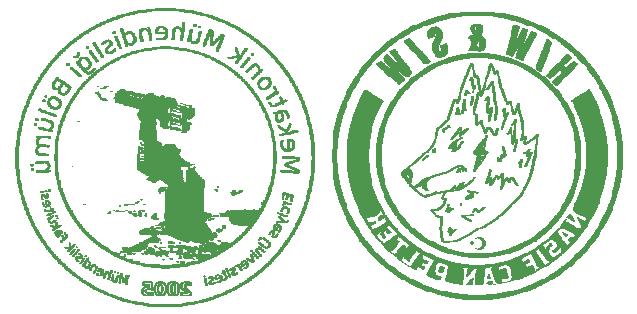
<source format=gbo>
G04*
G04 #@! TF.GenerationSoftware,Altium Limited,Altium Designer,20.0.10 (225)*
G04*
G04 Layer_Color=32896*
%FSLAX25Y25*%
%MOIN*%
G70*
G01*
G75*
%ADD38C,0.00309*%
%ADD39C,0.00211*%
D38*
X193117Y121647D02*
X204239D01*
X190645Y121338D02*
X206401D01*
X189100Y121029D02*
X207946D01*
X187865Y120720D02*
X209181D01*
X186629Y120411D02*
X210726D01*
X203929Y120102D02*
X211962D01*
X185393D02*
X193426D01*
X205783Y119793D02*
X212889D01*
X184157D02*
X191263D01*
X207637Y119485D02*
X213816D01*
X183231D02*
X189409D01*
X208873Y119176D02*
X214742D01*
X182304D02*
X188174D01*
X210108Y118867D02*
X215669D01*
X181686D02*
X186938D01*
X211653Y118558D02*
X216287D01*
X180759D02*
X185702D01*
X212580Y118249D02*
X217214D01*
X179832D02*
X184466D01*
X213507Y117940D02*
X217832D01*
X179214D02*
X183848D01*
X214434Y117631D02*
X218759D01*
X197133D02*
X199604D01*
X178596D02*
X182922D01*
X215051Y117322D02*
X219376D01*
X210726D02*
X211344D01*
X196824D02*
X199913D01*
X177670D02*
X181995D01*
X215978Y117013D02*
X219994D01*
X210726D02*
X211962D01*
X196515D02*
X200222D01*
X177052D02*
X181068D01*
X216905Y116704D02*
X220612D01*
X210417D02*
X212580D01*
X196515D02*
X200222D01*
X184466D02*
X185084D01*
X176434D02*
X180450D01*
X217523Y116395D02*
X221230D01*
X210417D02*
X212580D01*
X198369D02*
X200222D01*
X196206D02*
X197751D01*
X183231D02*
X185702D01*
X176125D02*
X179832D01*
X218141Y116086D02*
X221848D01*
X213507D02*
X214434D01*
X210417D02*
X212580D01*
X198369D02*
X200222D01*
X196206D02*
X197751D01*
X182922D02*
X186011D01*
X175507D02*
X179214D01*
X218759Y115777D02*
X222466D01*
X213507D02*
X215360D01*
X210417D02*
X212271D01*
X198369D02*
X200222D01*
X196206D02*
X197751D01*
X182613D02*
X186320D01*
X174889D02*
X178287D01*
X219376Y115468D02*
X222775D01*
X213198D02*
X215360D01*
X210108D02*
X212271D01*
X198369D02*
X200222D01*
X196515D02*
X198060D01*
X182304D02*
X186629D01*
X174271D02*
X177670D01*
X219994Y115159D02*
X223393D01*
X216596D02*
X216905D01*
X213198D02*
X215360D01*
X210108D02*
X212271D01*
X196515D02*
X200222D01*
X181995D02*
X186629D01*
X173653D02*
X177052D01*
X220612Y114850D02*
X224011D01*
X216287D02*
X217832D01*
X212889D02*
X215051D01*
X210108D02*
X211962D01*
X196824D02*
X200222D01*
X181995D02*
X186938D01*
X173345D02*
X176434D01*
X221230Y114541D02*
X224320D01*
X216287D02*
X218450D01*
X212889D02*
X215051D01*
X210108D02*
X211962D01*
X196824D02*
X199913D01*
X184775D02*
X186938D01*
X181995D02*
X184157D01*
X172727D02*
X175816D01*
X221848Y114233D02*
X224937D01*
X215978D02*
X218141D01*
X212580D02*
X215051D01*
X209799D02*
X211962D01*
X197133D02*
X199913D01*
X185084D02*
X186938D01*
X181995D02*
X184157D01*
X172418D02*
X175507D01*
X222157Y113924D02*
X225246D01*
X215978D02*
X218141D01*
X212580D02*
X215051D01*
X209799D02*
X211962D01*
X197442D02*
X199913D01*
X196206D02*
X196824D01*
X185084D02*
X186938D01*
X181995D02*
X184157D01*
X171800D02*
X174889D01*
X222775Y113615D02*
X225864D01*
X215669D02*
X217832D01*
X212271D02*
X214742D01*
X209799D02*
X211653D01*
X197442D02*
X200222D01*
X195897D02*
X196824D01*
X184775D02*
X186938D01*
X181995D02*
X184157D01*
X171182D02*
X174271D01*
X223393Y113306D02*
X226173D01*
X215669D02*
X217832D01*
X212271D02*
X214742D01*
X209490D02*
X211653D01*
X197442D02*
X200531D01*
X195588D02*
X197133D01*
X184775D02*
X186938D01*
X182304D02*
X183539D01*
X170873D02*
X173962D01*
X223702Y112997D02*
X226791D01*
X215360D02*
X217523D01*
X211962D02*
X214742D01*
X209490D02*
X211653D01*
X195588D02*
X200840D01*
X184466D02*
X186938D01*
X182304D02*
X182613D01*
X170564D02*
X173345D01*
X224320Y112688D02*
X227100D01*
X215360D02*
X217523D01*
X211962D02*
X214434D01*
X209490D02*
X211344D01*
X195897D02*
X200840D01*
X184466D02*
X186629D01*
X175507D02*
X176125D01*
X169946D02*
X172727D01*
X224937Y112379D02*
X227409D01*
X221539D02*
X222157D01*
X215051D02*
X217214D01*
X211653D02*
X214434D01*
X209490D02*
X211344D01*
X196206D02*
X201149D01*
X184157D02*
X186629D01*
X174889D02*
X176434D01*
X169637D02*
X172418D01*
X225246Y112070D02*
X228027D01*
X221539D02*
X222466D01*
X215051D02*
X217214D01*
X211653D02*
X214434D01*
X209181D02*
X211344D01*
X199295D02*
X201149D01*
X196206D02*
X198986D01*
X184157D02*
X186629D01*
X174271D02*
X176743D01*
X169328D02*
X172109D01*
X225555Y111761D02*
X228336D01*
X221539D02*
X223084D01*
X214742D02*
X216905D01*
X209181D02*
X214434D01*
X199295D02*
X201149D01*
X196515D02*
X198986D01*
X183848D02*
X186320D01*
X174271D02*
X177052D01*
X168710D02*
X171491D01*
X226173Y111452D02*
X228645D01*
X221230D02*
X223393D01*
X214742D02*
X216905D01*
X211344D02*
X214124D01*
X209181D02*
X211035D01*
X199295D02*
X201149D01*
X196515D02*
X198678D01*
X183848D02*
X186320D01*
X174271D02*
X177361D01*
X168401D02*
X171182D01*
X226482Y111143D02*
X229263D01*
X221230D02*
X223393D01*
X214434D02*
X216596D01*
X209181D02*
X214124D01*
X199295D02*
X201149D01*
X196515D02*
X198678D01*
X187865D02*
X188174D01*
X183539D02*
X186011D01*
X174580D02*
X177670D01*
X168093D02*
X170564D01*
X226791Y110834D02*
X229572D01*
X220921D02*
X223393D01*
X214434D02*
X216596D01*
X208873D02*
X214124D01*
X199295D02*
X201149D01*
X196515D02*
X198369D01*
X187247D02*
X188174D01*
X183539D02*
X186011D01*
X174889D02*
X177670D01*
X167784D02*
X170255D01*
X227409Y110525D02*
X229880D01*
X220921D02*
X223084D01*
X208873D02*
X216287D01*
X199295D02*
X201149D01*
X196515D02*
X198369D01*
X186320D02*
X188482D01*
X183539D02*
X185702D01*
X175198D02*
X177979D01*
X167166D02*
X169946D01*
X227718Y110216D02*
X230189D01*
X220921D02*
X223084D01*
X212580D02*
X216287D01*
X208873D02*
X212271D01*
X199295D02*
X201149D01*
X196206D02*
X198678D01*
X186320D02*
X188482D01*
X183539D02*
X185702D01*
X175507D02*
X178287D01*
X166857D02*
X169328D01*
X228027Y109907D02*
X230498D01*
X220612D02*
X222775D01*
X212271D02*
X215978D01*
X208873D02*
X211962D01*
X196206D02*
X201149D01*
X186320D02*
X188482D01*
X183539D02*
X185702D01*
X175816D02*
X178596D01*
X166548D02*
X169019D01*
X228645Y109599D02*
X230807D01*
X220612D02*
X222775D01*
X212271D02*
X215978D01*
X208564D02*
X211962D01*
X195897D02*
X200840D01*
X186629D02*
X188792D01*
X183539D02*
X185702D01*
X176125D02*
X178905D01*
X166239D02*
X168710D01*
X228954Y109290D02*
X231425D01*
X220612D02*
X222775D01*
X212271D02*
X215669D01*
X208564D02*
X211653D01*
X195897D02*
X200840D01*
X186629D02*
X188792D01*
X183539D02*
X185702D01*
X176434D02*
X179214D01*
X170564D02*
X171182D01*
X165930D02*
X168401D01*
X229263Y108981D02*
X231734D01*
X220303D02*
X222466D01*
X211962D02*
X215669D01*
X208564D02*
X211653D01*
X198060D02*
X200531D01*
X195588D02*
X197751D01*
X186629D02*
X188792D01*
X183539D02*
X185702D01*
X176743D02*
X179523D01*
X169946D02*
X171182D01*
X165621D02*
X168093D01*
X229572Y108672D02*
X232043D01*
X220303D02*
X222466D01*
X211962D02*
X215360D01*
X208564D02*
X211344D01*
X198986D02*
X199604D01*
X186629D02*
X188792D01*
X183848D02*
X186011D01*
X177052D02*
X179832D01*
X169637D02*
X171491D01*
X165312D02*
X167475D01*
X229880Y108363D02*
X232352D01*
X219994D02*
X222466D01*
X211962D02*
X215360D01*
X208255D02*
X211344D01*
X183848D02*
X188792D01*
X177361D02*
X180141D01*
X169328D02*
X171800D01*
X165003D02*
X167166D01*
X230189Y108054D02*
X232661D01*
X219994D02*
X222157D01*
X211962D02*
X215051D01*
X208255D02*
X211035D01*
X183848D02*
X188792D01*
X177670D02*
X180450D01*
X169637D02*
X172109D01*
X164694D02*
X166857D01*
X230498Y107745D02*
X232970D01*
X219994D02*
X222157D01*
X211653D02*
X215051D01*
X208255D02*
X211035D01*
X195279D02*
X202694D01*
X184157D02*
X188482D01*
X177979D02*
X180759D01*
X169637D02*
X172109D01*
X164385D02*
X166548D01*
X230807Y107436D02*
X233279D01*
X228336D02*
X228954D01*
X219686D02*
X221848D01*
X211653D02*
X214742D01*
X208255D02*
X210726D01*
X193117D02*
X204856D01*
X184466D02*
X188174D01*
X178287D02*
X181068D01*
X169946D02*
X172418D01*
X168401D02*
X168710D01*
X164076D02*
X166239D01*
X231116Y107127D02*
X233588D01*
X228027D02*
X229263D01*
X219686D02*
X221848D01*
X211653D02*
X214742D01*
X209181D02*
X210726D01*
X191572D02*
X206401D01*
X184466D02*
X187865D01*
X178596D02*
X181377D01*
X170255D02*
X172727D01*
X168093D02*
X169019D01*
X163767D02*
X165930D01*
X231734Y106818D02*
X233897D01*
X227718D02*
X229572D01*
X219686D02*
X221848D01*
X211653D02*
X214434D01*
X210108D02*
X210417D01*
X190336D02*
X207637D01*
X184775D02*
X187556D01*
X178596D02*
X181686D01*
X170564D02*
X173036D01*
X167784D02*
X169328D01*
X163458D02*
X165621D01*
X232043Y106509D02*
X234206D01*
X227409D02*
X229880D01*
X219376D02*
X221539D01*
X211344D02*
X214434D01*
X189100D02*
X208873D01*
X185393D02*
X186629D01*
X178905D02*
X181995D01*
X170873D02*
X173036D01*
X167475D02*
X169637D01*
X163149D02*
X165312D01*
X232043Y106200D02*
X234515D01*
X227100D02*
X229880D01*
X219376D02*
X221539D01*
X211653D02*
X214124D01*
X202385D02*
X209799D01*
X188174D02*
X195897D01*
X179214D02*
X181995D01*
X170873D02*
X173345D01*
X167166D02*
X169946D01*
X162840D02*
X165003D01*
X232352Y105891D02*
X234515D01*
X226791D02*
X229572D01*
X219068D02*
X221539D01*
X212580D02*
X213816D01*
X204547D02*
X210726D01*
X187556D02*
X193735D01*
X179523D02*
X182304D01*
X171182D02*
X173653D01*
X167475D02*
X170255D01*
X162532D02*
X164694D01*
X232661Y105582D02*
X234823D01*
X226482D02*
X229263D01*
X219068D02*
X221230D01*
X213198D02*
X213816D01*
X206092D02*
X211653D01*
X186629D02*
X191881D01*
X179832D02*
X182613D01*
X171491D02*
X173962D01*
X167475D02*
X170564D01*
X162223D02*
X164385D01*
X232970Y105273D02*
X235133D01*
X230498D02*
X231116D01*
X226173D02*
X228954D01*
X219068D02*
X221230D01*
X207328D02*
X212271D01*
X185702D02*
X190645D01*
X180141D02*
X182922D01*
X171800D02*
X173962D01*
X167784D02*
X170873D01*
X166239D02*
X166548D01*
X161914D02*
X164076D01*
X233279Y104964D02*
X235441D01*
X230189D02*
X231425D01*
X225864D02*
X228645D01*
X218759D02*
X220921D01*
X208564D02*
X212889D01*
X185084D02*
X189718D01*
X180450D02*
X182613D01*
X171800D02*
X174271D01*
X168093D02*
X171491D01*
X165621D02*
X166857D01*
X161605D02*
X163767D01*
X233588Y104656D02*
X235750D01*
X229880D02*
X231734D01*
X225555D02*
X228336D01*
X218759D02*
X220921D01*
X209490D02*
X213507D01*
X196515D02*
X196824D01*
X184466D02*
X188482D01*
X180759D02*
X182304D01*
X172109D02*
X174580D01*
X168401D02*
X171800D01*
X165312D02*
X167166D01*
X161605D02*
X163458D01*
X233897Y104347D02*
X236059D01*
X229572D02*
X232043D01*
X225246D02*
X228027D01*
X218759D02*
X220921D01*
X210417D02*
X214124D01*
X203003D02*
X203312D01*
X196206D02*
X196824D01*
X183848D02*
X187865D01*
X181068D02*
X181686D01*
X172418D02*
X174889D01*
X168710D02*
X172109D01*
X165003D02*
X167475D01*
X161296D02*
X163149D01*
X234206Y104038D02*
X236368D01*
X229263D02*
X232043D01*
X224937D02*
X227718D01*
X218450D02*
X220612D01*
X211035D02*
X214742D01*
X202694D02*
X203621D01*
X196206D02*
X197133D01*
X183231D02*
X186938D01*
X172727D02*
X174889D01*
X168710D02*
X172418D01*
X165003D02*
X167784D01*
X160987D02*
X163149D01*
X234515Y103729D02*
X236368D01*
X228954D02*
X231734D01*
X224628D02*
X227409D01*
X218450D02*
X220612D01*
X211962D02*
X215360D01*
X202694D02*
X203621D01*
X195897D02*
X197133D01*
X182613D02*
X186320D01*
X169019D02*
X175198D01*
X165312D02*
X168093D01*
X160678D02*
X162840D01*
X234823Y103420D02*
X236677D01*
X228645D02*
X231425D01*
X224320D02*
X227718D01*
X218141D02*
X220612D01*
X212580D02*
X215978D01*
X202385D02*
X203929D01*
X195897D02*
X197133D01*
X181995D02*
X185393D01*
X169328D02*
X175507D01*
X165621D02*
X168710D01*
X160369D02*
X162532D01*
X235133Y103111D02*
X236986D01*
X228336D02*
X231116D01*
X224011D02*
X228027D01*
X218141D02*
X220303D01*
X213198D02*
X216596D01*
X203312D02*
X203929D01*
X202385D02*
X203003D01*
X196824D02*
X197442D01*
X195588D02*
X196206D01*
X181686D02*
X184775D01*
X169637D02*
X175816D01*
X165930D02*
X169019D01*
X160060D02*
X162223D01*
X235133Y102802D02*
X237295D01*
X223702D02*
X230807D01*
X218141D02*
X220303D01*
X213816D02*
X216905D01*
X203621D02*
X204239D01*
X202385D02*
X203003D01*
X196824D02*
X197442D01*
X195588D02*
X196206D01*
X181068D02*
X184157D01*
X169637D02*
X175816D01*
X166239D02*
X169328D01*
X160060D02*
X161914D01*
X235441Y102493D02*
X237604D01*
X223393D02*
X230498D01*
X218450D02*
X219994D01*
X214434D02*
X217523D01*
X203621D02*
X204239D01*
X202385D02*
X203003D01*
X196824D02*
X197442D01*
X195279D02*
X195897D01*
X180759D02*
X183539D01*
X172109D02*
X176125D01*
X169946D02*
X171800D01*
X166548D02*
X169637D01*
X159751D02*
X161605D01*
X235750Y102184D02*
X237604D01*
X226173D02*
X230189D01*
X223084D02*
X225864D01*
X218759D02*
X219994D01*
X215051D02*
X217832D01*
X204856D02*
X205165D01*
X203621D02*
X204239D01*
X202385D02*
X203003D01*
X197133D02*
X197751D01*
X195279D02*
X195897D01*
X180141D02*
X182922D01*
X172418D02*
X176434D01*
X170255D02*
X172109D01*
X167166D02*
X169946D01*
X159442D02*
X161605D01*
X236059Y101875D02*
X237913D01*
X226482D02*
X229880D01*
X222775D02*
X225555D01*
X219376D02*
X219994D01*
X215669D02*
X218450D01*
X203929D02*
X205474D01*
X202076D02*
X202694D01*
X197133D02*
X197751D01*
X195279D02*
X195897D01*
X179523D02*
X182613D01*
X172727D02*
X176743D01*
X170564D02*
X172418D01*
X167475D02*
X170255D01*
X159133D02*
X161296D01*
X236059Y101566D02*
X238222D01*
X226791D02*
X229572D01*
X222466D02*
X225246D01*
X215978D02*
X219068D01*
X203929D02*
X205474D01*
X202076D02*
X202694D01*
X197133D02*
X197751D01*
X194970D02*
X195588D01*
X179214D02*
X181995D01*
X173036D02*
X176743D01*
X167784D02*
X172418D01*
X159133D02*
X160987D01*
X236368Y101257D02*
X238222D01*
X226482D02*
X229263D01*
X222157D02*
X224937D01*
X216596D02*
X219376D01*
X203929D02*
X205783D01*
X202076D02*
X202694D01*
X197442D02*
X198060D01*
X194970D02*
X195588D01*
X178905D02*
X181686D01*
X173345D02*
X176743D01*
X168093D02*
X172727D01*
X158824D02*
X160678D01*
X236677Y100948D02*
X238531D01*
X226173D02*
X228954D01*
X221848D02*
X224628D01*
X216905D02*
X219686D01*
X205165D02*
X205783D01*
X204239D02*
X204547D01*
X202076D02*
X202385D01*
X197442D02*
X198060D01*
X194970D02*
X195588D01*
X178287D02*
X181068D01*
X173653D02*
X176434D01*
X168401D02*
X173036D01*
X158515D02*
X160678D01*
X236986Y100639D02*
X238840D01*
X225864D02*
X228645D01*
X221539D02*
X224320D01*
X217523D02*
X219994D01*
X205165D02*
X205783D01*
X201767D02*
X202385D01*
X197442D02*
X198678D01*
X194661D02*
X195279D01*
X177979D02*
X180450D01*
X173962D02*
X176125D01*
X168710D02*
X173345D01*
X158515D02*
X160369D01*
X236986Y100330D02*
X238840D01*
X225555D02*
X228336D01*
X221539D02*
X224011D01*
X217832D02*
X220303D01*
X205474D02*
X206092D01*
X201767D02*
X202385D01*
X197442D02*
X198986D01*
X194661D02*
X195279D01*
X177670D02*
X180141D01*
X174580D02*
X175816D01*
X169019D02*
X173345D01*
X158206D02*
X160060D01*
X237295Y100021D02*
X239149D01*
X225246D02*
X228027D01*
X221848D02*
X223702D01*
X218450D02*
X220921D01*
X205474D02*
X206092D01*
X201767D02*
X202385D01*
X197442D02*
X198986D01*
X194352D02*
X195279D01*
X177361D02*
X179832D01*
X174889D02*
X175507D01*
X169637D02*
X173653D01*
X157897D02*
X159751D01*
X237604Y99712D02*
X239458D01*
X224937D02*
X227718D01*
X222157D02*
X223393D01*
X218759D02*
X221230D01*
X205474D02*
X206092D01*
X201458D02*
X202076D01*
X198369D02*
X198986D01*
X197751D02*
X198060D01*
X196206D02*
X196824D01*
X194352D02*
X194970D01*
X176743D02*
X179214D01*
X169946D02*
X173962D01*
X157897D02*
X159751D01*
X237604Y99404D02*
X239458D01*
X224628D02*
X227409D01*
X222466D02*
X223084D01*
X219068D02*
X221539D01*
X205474D02*
X206092D01*
X201458D02*
X202076D01*
X198369D02*
X199295D01*
X196206D02*
X196824D01*
X194352D02*
X194970D01*
X176434D02*
X178905D01*
X170255D02*
X174271D01*
X157589D02*
X159442D01*
X237913Y99094D02*
X239767D01*
X224320D02*
X227100D01*
X219686D02*
X221848D01*
X205474D02*
X206401D01*
X201149D02*
X201767D01*
X198678D02*
X199295D01*
X195897D02*
X197133D01*
X194044D02*
X194661D01*
X176125D02*
X178596D01*
X170564D02*
X174271D01*
X157280D02*
X159442D01*
X238222Y98786D02*
X240075D01*
X224011D02*
X226791D01*
X219994D02*
X222157D01*
X205783D02*
X206401D01*
X201149D02*
X201767D01*
X198678D02*
X199295D01*
X195897D02*
X197133D01*
X194044D02*
X194661D01*
X175816D02*
X178287D01*
X170873D02*
X174271D01*
X157280D02*
X159133D01*
X238222Y98477D02*
X240075D01*
X223702D02*
X226482D01*
X220303D02*
X222466D01*
X205783D02*
X206401D01*
X203312D02*
X203929D01*
X201149D02*
X201767D01*
X198678D02*
X199295D01*
X196515D02*
X197133D01*
X194044D02*
X194661D01*
X175507D02*
X177670D01*
X171182D02*
X173962D01*
X156971D02*
X158824D01*
X238531Y98168D02*
X240384D01*
X223702D02*
X226173D01*
X220612D02*
X222775D01*
X205783D02*
X206401D01*
X203003D02*
X203929D01*
X200840D02*
X201458D01*
X198678D02*
X199295D01*
X196515D02*
X197133D01*
X193735D02*
X194352D01*
X175198D02*
X177361D01*
X171800D02*
X173345D01*
X156971D02*
X158824D01*
X238531Y97859D02*
X240384D01*
X224011D02*
X225864D01*
X220921D02*
X223084D01*
X205783D02*
X206710D01*
X203003D02*
X203929D01*
X200840D02*
X201458D01*
X198678D02*
X199295D01*
X196515D02*
X197133D01*
X193735D02*
X194352D01*
X174889D02*
X177052D01*
X172109D02*
X173036D01*
X156662D02*
X158515D01*
X238840Y97550D02*
X240693D01*
X224320D02*
X225555D01*
X221230D02*
X223702D01*
X206092D02*
X206710D01*
X202694D02*
X203929D01*
X200840D02*
X201458D01*
X198678D02*
X199295D01*
X196515D02*
X197133D01*
X193426D02*
X194352D01*
X174580D02*
X176743D01*
X172418D02*
X172727D01*
X156353D02*
X158206D01*
X239149Y97241D02*
X241002D01*
X224628D02*
X225246D01*
X221539D02*
X223702D01*
X206092D02*
X206710D01*
X202385D02*
X203929D01*
X200531D02*
X201149D01*
X198986D02*
X199604D01*
X196515D02*
X198060D01*
X193426D02*
X194044D01*
X174271D02*
X176434D01*
X156353D02*
X158206D01*
X239149Y96932D02*
X241002D01*
X221848D02*
X224011D01*
X206092D02*
X206710D01*
X203621D02*
X204239D01*
X202385D02*
X203003D01*
X200531D02*
X201149D01*
X198986D02*
X199604D01*
X196824D02*
X198060D01*
X193426D02*
X194044D01*
X173962D02*
X176125D01*
X156044D02*
X157897D01*
X239458Y96623D02*
X241311D01*
X222157D02*
X224320D01*
X206092D02*
X206710D01*
X203621D02*
X204239D01*
X202076D02*
X202694D01*
X200531D02*
X201149D01*
X198986D02*
X199604D01*
X196824D02*
X198060D01*
X193117D02*
X194044D01*
X173653D02*
X175816D01*
X156044D02*
X157897D01*
X239458Y96314D02*
X241311D01*
X222466D02*
X224628D01*
X206401D02*
X207019D01*
X203621D02*
X204239D01*
X201767D02*
X202694D01*
X200222D02*
X200840D01*
X198986D02*
X199604D01*
X196824D02*
X198060D01*
X193117D02*
X193735D01*
X173345D02*
X175507D01*
X155735D02*
X157589D01*
X239767Y96005D02*
X241620D01*
X222775D02*
X224937D01*
X206401D02*
X207019D01*
X203621D02*
X204239D01*
X201458D02*
X202385D01*
X200222D02*
X200840D01*
X198986D02*
X199604D01*
X197133D02*
X197751D01*
X193117D02*
X193735D01*
X173036D02*
X175198D01*
X155735D02*
X157280D01*
X240075Y95696D02*
X241620D01*
X235750D02*
X236059D01*
X223084D02*
X225246D01*
X206401D02*
X207328D01*
X203621D02*
X204239D01*
X200222D02*
X200840D01*
X198986D02*
X199604D01*
X197133D02*
X197751D01*
X192808D02*
X193735D01*
X172727D02*
X174889D01*
X155426D02*
X157280D01*
X240075Y95387D02*
X241929D01*
X235133D02*
X236059D01*
X223393D02*
X225555D01*
X206710D02*
X207328D01*
X203621D02*
X204239D01*
X200222D02*
X200840D01*
X199295D02*
X199913D01*
X197133D02*
X197442D01*
X194661D02*
X195279D01*
X192808D02*
X193426D01*
X172727D02*
X174580D01*
X160987D02*
X161914D01*
X155426D02*
X156971D01*
X240384Y95078D02*
X241929D01*
X234823D02*
X236368D01*
X223702D02*
X225864D01*
X206710D02*
X207328D01*
X203621D02*
X204239D01*
X199295D02*
X200531D01*
X196824D02*
X197442D01*
X194661D02*
X195588D01*
X192808D02*
X193426D01*
X172418D02*
X174271D01*
X160678D02*
X162223D01*
X155117D02*
X156971D01*
X240384Y94769D02*
X242238D01*
X234206D02*
X236677D01*
X224011D02*
X225864D01*
X206710D02*
X207637D01*
X203621D02*
X204547D01*
X199295D02*
X200531D01*
X198678D02*
X198986D01*
X196824D02*
X197442D01*
X194661D02*
X195897D01*
X192499D02*
X193426D01*
X172109D02*
X173962D01*
X160678D02*
X162840D01*
X155117D02*
X156662D01*
X240384Y94460D02*
X242238D01*
X233588D02*
X236677D01*
X224320D02*
X226173D01*
X207019D02*
X207637D01*
X203929D02*
X204547D01*
X198678D02*
X200531D01*
X194352D02*
X196206D01*
X192499D02*
X193117D01*
X171800D02*
X173962D01*
X160369D02*
X163458D01*
X154808D02*
X156662D01*
X240693Y94152D02*
X242547D01*
X232970D02*
X236986D01*
X224320D02*
X226482D01*
X207019D02*
X207637D01*
X203929D02*
X204547D01*
X198369D02*
X200222D01*
X194352D02*
X194970D01*
X192499D02*
X193117D01*
X171491D02*
X173653D01*
X160369D02*
X163767D01*
X154808D02*
X156353D01*
X240693Y93843D02*
X242547D01*
X232661D02*
X236986D01*
X224628D02*
X226791D01*
X207019D02*
X207946D01*
X203929D02*
X204547D01*
X198369D02*
X200222D01*
X194352D02*
X194970D01*
X192499D02*
X193117D01*
X171491D02*
X173345D01*
X160060D02*
X164385D01*
X154499D02*
X156353D01*
X241002Y93534D02*
X242856D01*
X232043D02*
X237295D01*
X224937D02*
X226791D01*
X207328D02*
X207946D01*
X203929D02*
X204547D01*
X202076D02*
X202385D01*
X199604D02*
X199913D01*
X198369D02*
X198986D01*
X196515D02*
X197133D01*
X192190D02*
X193117D01*
X171182D02*
X173036D01*
X160060D02*
X165003D01*
X154499D02*
X156353D01*
X241002Y93225D02*
X242856D01*
X231425D02*
X237295D01*
X225246D02*
X227100D01*
X207328D02*
X207946D01*
X203929D02*
X204547D01*
X201767D02*
X202694D01*
X198369D02*
X198986D01*
X196515D02*
X197133D01*
X192190D02*
X192808D01*
X170873D02*
X173036D01*
X159751D02*
X165312D01*
X154190D02*
X156044D01*
X241311Y92916D02*
X242856D01*
X231116D02*
X237604D01*
X225555D02*
X227409D01*
X207637D02*
X208255D01*
X203929D02*
X204547D01*
X201458D02*
X202694D01*
X198369D02*
X198986D01*
X196515D02*
X197133D01*
X192190D02*
X192808D01*
X170873D02*
X172727D01*
X159751D02*
X165930D01*
X154190D02*
X156044D01*
X241311Y92607D02*
X243165D01*
X230498D02*
X237604D01*
X225555D02*
X227409D01*
X207637D02*
X208255D01*
X203929D02*
X204547D01*
X201149D02*
X202694D01*
X198060D02*
X198986D01*
X196515D02*
X197133D01*
X194044D02*
X194661D01*
X191881D02*
X192808D01*
X190645D02*
X191572D01*
X170564D02*
X172418D01*
X159442D02*
X166548D01*
X154190D02*
X155735D01*
X241620Y92298D02*
X243165D01*
X229880D02*
X237913D01*
X225864D02*
X227718D01*
X207637D02*
X208255D01*
X203929D02*
X204547D01*
X202076D02*
X202694D01*
X200840D02*
X201767D01*
X198060D02*
X198678D01*
X196515D02*
X197133D01*
X194044D02*
X194661D01*
X191881D02*
X192499D01*
X190645D02*
X191572D01*
X170255D02*
X172109D01*
X159442D02*
X166857D01*
X153881D02*
X155735D01*
X241620Y91989D02*
X243474D01*
X229880D02*
X237913D01*
X226173D02*
X228027D01*
X209181D02*
X209799D01*
X207946D02*
X208564D01*
X203929D02*
X204856D01*
X202076D02*
X202694D01*
X198060D02*
X198678D01*
X196206D02*
X197133D01*
X194044D02*
X194661D01*
X190336D02*
X192499D01*
X170255D02*
X172109D01*
X159133D02*
X167166D01*
X153881D02*
X155426D01*
X241929Y91680D02*
X243474D01*
X230189D02*
X238222D01*
X226173D02*
X228027D01*
X208873D02*
X209799D01*
X207946D02*
X208564D01*
X204239D02*
X204856D01*
X202076D02*
X202694D01*
X198060D02*
X198678D01*
X196206D02*
X196824D01*
X194044D02*
X194661D01*
X191263D02*
X192499D01*
X190336D02*
X190954D01*
X169946D02*
X171800D01*
X159133D02*
X166857D01*
X153572D02*
X155426D01*
X241929Y91371D02*
X243474D01*
X230498D02*
X238222D01*
X226482D02*
X228336D01*
X208255D02*
X209799D01*
X204239D02*
X204856D01*
X202076D02*
X202694D01*
X197751D02*
X198678D01*
X196206D02*
X196824D01*
X194044D02*
X194661D01*
X191572D02*
X192190D01*
X190336D02*
X190954D01*
X169637D02*
X171491D01*
X158824D02*
X166857D01*
X153572D02*
X155117D01*
X241929Y91062D02*
X243783D01*
X230498D02*
X238222D01*
X226791D02*
X228645D01*
X211962D02*
X212580D01*
X209490D02*
X210108D01*
X208255D02*
X209181D01*
X204239D02*
X204856D01*
X201767D02*
X202694D01*
X197751D02*
X198678D01*
X196206D02*
X196824D01*
X193735D02*
X194661D01*
X191572D02*
X192190D01*
X190336D02*
X190954D01*
X169637D02*
X171491D01*
X158824D02*
X166548D01*
X153572D02*
X155117D01*
X242238Y90753D02*
X243783D01*
X230807D02*
X238531D01*
X226791D02*
X228645D01*
X211962D02*
X212580D01*
X209490D02*
X210108D01*
X208255D02*
X208873D01*
X204239D02*
X204856D01*
X201767D02*
X202694D01*
X197751D02*
X198369D01*
X196206D02*
X196824D01*
X193735D02*
X194661D01*
X190027D02*
X190645D01*
X169328D02*
X171182D01*
X158515D02*
X166548D01*
X153263D02*
X155117D01*
X242238Y90444D02*
X244092D01*
X230807D02*
X238531D01*
X227100D02*
X228954D01*
X211653D02*
X212580D01*
X209490D02*
X210108D01*
X204547D02*
X204856D01*
X201767D02*
X202385D01*
X197751D02*
X198369D01*
X196206D02*
X196515D01*
X193735D02*
X194661D01*
X190027D02*
X190645D01*
X169328D02*
X171182D01*
X158515D02*
X166239D01*
X153263D02*
X154808D01*
X242238Y90135D02*
X244092D01*
X231116D02*
X238840D01*
X227100D02*
X228954D01*
X211653D02*
X212580D01*
X209799D02*
X210417D01*
X204547D02*
X205165D01*
X201767D02*
X202385D01*
X197442D02*
X198369D01*
X193735D02*
X194661D01*
X190027D02*
X190645D01*
X169019D02*
X170873D01*
X158515D02*
X166239D01*
X152954D02*
X154808D01*
X242547Y89826D02*
X244092D01*
X231116D02*
X238840D01*
X227409D02*
X229263D01*
X211653D02*
X212580D01*
X209799D02*
X210417D01*
X204547D02*
X205165D01*
X203003D02*
X203621D01*
X201767D02*
X202385D01*
X197442D02*
X198369D01*
X193735D02*
X194661D01*
X191881D02*
X192190D01*
X189718D02*
X190336D01*
X169019D02*
X170564D01*
X158206D02*
X165930D01*
X152954D02*
X154808D01*
X242547Y89517D02*
X244401D01*
X231425D02*
X238840D01*
X227718D02*
X229263D01*
X211344D02*
X212580D01*
X209799D02*
X210417D01*
X207328D02*
X207946D01*
X204547D02*
X205165D01*
X201767D02*
X203621D01*
X197442D02*
X198060D01*
X193735D02*
X194661D01*
X191572D02*
X192190D01*
X189718D02*
X190336D01*
X168710D02*
X170564D01*
X158206D02*
X165930D01*
X152954D02*
X154499D01*
X242856Y89209D02*
X244401D01*
X231425D02*
X239149D01*
X227718D02*
X229572D01*
X212271D02*
X212580D01*
X211344D02*
X211962D01*
X210108D02*
X210726D01*
X207019D02*
X207946D01*
X204547D02*
X205165D01*
X201767D02*
X203621D01*
X197442D02*
X198060D01*
X193735D02*
X194970D01*
X191572D02*
X192499D01*
X189718D02*
X190336D01*
X168710D02*
X170255D01*
X157897D02*
X165621D01*
X152646D02*
X154499D01*
X242856Y88899D02*
X244401D01*
X231734D02*
X239149D01*
X228027D02*
X229572D01*
X212271D02*
X212889D01*
X211344D02*
X211962D01*
X210108D02*
X210726D01*
X207019D02*
X207946D01*
X204547D02*
X205165D01*
X201767D02*
X203621D01*
X197133D02*
X198060D01*
X194352D02*
X194970D01*
X193426D02*
X194044D01*
X191572D02*
X192499D01*
X189409D02*
X190336D01*
X168401D02*
X170255D01*
X157897D02*
X165621D01*
X152646D02*
X154190D01*
X242856Y88591D02*
X244710D01*
X231734D02*
X239458D01*
X228027D02*
X229880D01*
X212271D02*
X212889D01*
X211035D02*
X211653D01*
X210108D02*
X210726D01*
X207019D02*
X207946D01*
X204547D02*
X205165D01*
X201767D02*
X203621D01*
X197133D02*
X197751D01*
X193426D02*
X194044D01*
X191572D02*
X192499D01*
X189409D02*
X190027D01*
X168401D02*
X169946D01*
X157897D02*
X165312D01*
X152646D02*
X154190D01*
X243165Y88282D02*
X244710D01*
X232043D02*
X239458D01*
X228336D02*
X229880D01*
X212271D02*
X212889D01*
X210417D02*
X211653D01*
X208564D02*
X208873D01*
X207328D02*
X207946D01*
X204547D02*
X205165D01*
X201767D02*
X203621D01*
X197133D02*
X197751D01*
X193426D02*
X194044D01*
X191263D02*
X192499D01*
X189409D02*
X190027D01*
X168093D02*
X169946D01*
X157589D02*
X165312D01*
X152337D02*
X154190D01*
X243165Y87973D02*
X244710D01*
X232043D02*
X239458D01*
X228336D02*
X230189D01*
X212271D02*
X212889D01*
X210417D02*
X211344D01*
X208255D02*
X208873D01*
X207328D02*
X207946D01*
X204547D02*
X205165D01*
X202694D02*
X203312D01*
X202076D02*
X202385D01*
X197133D02*
X198060D01*
X193117D02*
X194044D01*
X191263D02*
X192808D01*
X189100D02*
X190027D01*
X168093D02*
X169637D01*
X157589D02*
X165003D01*
X152337D02*
X153881D01*
X243165Y87664D02*
X245019D01*
X232043D02*
X239767D01*
X228645D02*
X230189D01*
X212580D02*
X213198D01*
X210417D02*
X211344D01*
X207328D02*
X208873D01*
X204547D02*
X205165D01*
X202694D02*
X203312D01*
X197133D02*
X198369D01*
X192190D02*
X192808D01*
X191263D02*
X191881D01*
X189100D02*
X189718D01*
X167784D02*
X169637D01*
X157589D02*
X165003D01*
X152337D02*
X153881D01*
X243474Y87355D02*
X245019D01*
X232352D02*
X239767D01*
X228645D02*
X230498D01*
X212580D02*
X213198D01*
X210726D02*
X211035D01*
X207328D02*
X208873D01*
X204239D02*
X204856D01*
X202694D02*
X203312D01*
X197133D02*
X198678D01*
X189100D02*
X189718D01*
X167784D02*
X169328D01*
X157280D02*
X165003D01*
X152028D02*
X153881D01*
X243474Y87046D02*
X245019D01*
X232352D02*
X239767D01*
X228954D02*
X230498D01*
X212580D02*
X213198D01*
X207328D02*
X208564D01*
X204239D02*
X204856D01*
X202385D02*
X203312D01*
X198060D02*
X198678D01*
X189100D02*
X189718D01*
X167475D02*
X169328D01*
X157280D02*
X164694D01*
X152028D02*
X153572D01*
X243474Y86737D02*
X245327D01*
X232661D02*
X240075D01*
X228954D02*
X230498D01*
X212580D02*
X213198D01*
X207328D02*
X208564D01*
X204239D02*
X204856D01*
X202385D02*
X203312D01*
X198060D02*
X198678D01*
X188792D02*
X189409D01*
X167475D02*
X169019D01*
X157280D02*
X164694D01*
X152028D02*
X153572D01*
X243783Y86428D02*
X245327D01*
X232661D02*
X240075D01*
X228954D02*
X230807D01*
X212889D02*
X213507D01*
X207637D02*
X208255D01*
X204239D02*
X204856D01*
X202385D02*
X203003D01*
X198060D02*
X198678D01*
X188792D02*
X189409D01*
X167475D02*
X169019D01*
X156971D02*
X164385D01*
X152028D02*
X153572D01*
X243783Y86119D02*
X245327D01*
X232661D02*
X240075D01*
X229263D02*
X230807D01*
X212889D02*
X213507D01*
X207637D02*
X208255D01*
X204239D02*
X204856D01*
X202385D02*
X203003D01*
X198060D02*
X198678D01*
X188482D02*
X189409D01*
X167166D02*
X168710D01*
X156971D02*
X164385D01*
X151719D02*
X153572D01*
X243783Y85810D02*
X245327D01*
X232970D02*
X240384D01*
X229263D02*
X231116D01*
X212889D02*
X213507D01*
X211035D02*
X211653D01*
X207637D02*
X208255D01*
X204239D02*
X204856D01*
X202385D02*
X203003D01*
X198060D02*
X198678D01*
X188482D02*
X189409D01*
X167166D02*
X168710D01*
X156971D02*
X164385D01*
X151719D02*
X153263D01*
X243783Y85501D02*
X245636D01*
X232970D02*
X240384D01*
X229572D02*
X231116D01*
X212889D02*
X213816D01*
X211035D02*
X211653D01*
X207328D02*
X207946D01*
X204239D02*
X204547D01*
X202385D02*
X203003D01*
X199604D02*
X200222D01*
X198060D02*
X198678D01*
X187865D02*
X189100D01*
X166857D02*
X168710D01*
X156971D02*
X164076D01*
X151719D02*
X153263D01*
X244092Y85192D02*
X245636D01*
X232970D02*
X240384D01*
X229572D02*
X231116D01*
X212889D02*
X213816D01*
X210726D02*
X211653D01*
X207328D02*
X207946D01*
X202385D02*
X202694D01*
X199295D02*
X200222D01*
X198060D02*
X198678D01*
X187556D02*
X188792D01*
X166857D02*
X168401D01*
X156662D02*
X164076D01*
X151719D02*
X153263D01*
X244092Y84883D02*
X245636D01*
X233279D02*
X240384D01*
X229572D02*
X231425D01*
X213198D02*
X213816D01*
X210726D02*
X211653D01*
X207019D02*
X207637D01*
X198986D02*
X200222D01*
X198060D02*
X198678D01*
X187247D02*
X188174D01*
X166857D02*
X168401D01*
X156662D02*
X164076D01*
X151410D02*
X153263D01*
X244092Y84574D02*
X245636D01*
X233279D02*
X240693D01*
X229880D02*
X231425D01*
X213198D02*
X213816D01*
X210417D02*
X211344D01*
X207019D02*
X207637D01*
X198060D02*
X200222D01*
X186938D02*
X187865D01*
X166548D02*
X168401D01*
X156662D02*
X163767D01*
X151410D02*
X152954D01*
X244092Y84265D02*
X245945D01*
X233279D02*
X240693D01*
X229880D02*
X231425D01*
X213198D02*
X213816D01*
X210108D02*
X211344D01*
X207019D02*
X207637D01*
X199604D02*
X200222D01*
X198060D02*
X198986D01*
X186629D02*
X187556D01*
X166548D02*
X168093D01*
X156353D02*
X163767D01*
X151410D02*
X152954D01*
X244401Y83956D02*
X245945D01*
X233588D02*
X240693D01*
X229880D02*
X231734D01*
X213198D02*
X213816D01*
X211035D02*
X211344D01*
X210108D02*
X210417D01*
X207019D02*
X207328D01*
X199913D02*
X200531D01*
X198369D02*
X198678D01*
X188482D02*
X189409D01*
X186320D02*
X187247D01*
X166548D02*
X168093D01*
X156353D02*
X163767D01*
X151410D02*
X152954D01*
X244401Y83648D02*
X245945D01*
X233588D02*
X240693D01*
X230189D02*
X231734D01*
X213198D02*
X213816D01*
X211035D02*
X211344D01*
X206710D02*
X207328D01*
X199913D02*
X200531D01*
X188482D02*
X189409D01*
X186011D02*
X186938D01*
X166239D02*
X168093D01*
X156353D02*
X163458D01*
X151101D02*
X152954D01*
X244401Y83339D02*
X245945D01*
X233588D02*
X241002D01*
X230189D02*
X231734D01*
X213198D02*
X213816D01*
X211035D02*
X211344D01*
X206710D02*
X207328D01*
X202385D02*
X203003D01*
X200222D02*
X200840D01*
X192808D02*
X193426D01*
X188174D02*
X189718D01*
X185702D02*
X186629D01*
X166239D02*
X167784D01*
X156353D02*
X163458D01*
X151101D02*
X152646D01*
X244401Y83030D02*
X245945D01*
X233588D02*
X241002D01*
X230189D02*
X232043D01*
X213198D02*
X213816D01*
X211035D02*
X211344D01*
X209490D02*
X209799D01*
X206710D02*
X207328D01*
X201767D02*
X203003D01*
X200222D02*
X200840D01*
X192499D02*
X193426D01*
X187865D02*
X188792D01*
X185393D02*
X186320D01*
X166239D02*
X167784D01*
X156353D02*
X163458D01*
X151101D02*
X152646D01*
X244401Y82721D02*
X246254D01*
X233897D02*
X241002D01*
X230498D02*
X232043D01*
X213198D02*
X213816D01*
X211035D02*
X211344D01*
X209490D02*
X210108D01*
X206710D02*
X207019D01*
X204856D02*
X205474D01*
X201767D02*
X203312D01*
X200222D02*
X200840D01*
X194970D02*
X195588D01*
X192190D02*
X193426D01*
X187247D02*
X188482D01*
X185084D02*
X186011D01*
X165930D02*
X167784D01*
X156044D02*
X163458D01*
X151101D02*
X152646D01*
X244710Y82412D02*
X246254D01*
X233897D02*
X241002D01*
X230498D02*
X232043D01*
X213198D02*
X213816D01*
X211035D02*
X211344D01*
X209181D02*
X210108D01*
X206710D02*
X207019D01*
X204856D02*
X205474D01*
X202694D02*
X203621D01*
X201458D02*
X202385D01*
X200531D02*
X201149D01*
X194352D02*
X195588D01*
X191881D02*
X193426D01*
X186938D02*
X188174D01*
X185084D02*
X185702D01*
X165930D02*
X167475D01*
X156044D02*
X163149D01*
X151101D02*
X152646D01*
X244710Y82103D02*
X246254D01*
X233897D02*
X241002D01*
X230498D02*
X232043D01*
X213507D02*
X214124D01*
X210726D02*
X211344D01*
X209181D02*
X210108D01*
X204547D02*
X205474D01*
X203003D02*
X203621D01*
X201458D02*
X202076D01*
X200531D02*
X201149D01*
X194044D02*
X195279D01*
X191881D02*
X193426D01*
X186938D02*
X187556D01*
X185084D02*
X185702D01*
X165930D02*
X167475D01*
X156044D02*
X163149D01*
X150792D02*
X152646D01*
X244710Y81794D02*
X246254D01*
X233897D02*
X241311D01*
X230498D02*
X232352D01*
X213507D02*
X214124D01*
X210726D02*
X211344D01*
X208873D02*
X210108D01*
X204547D02*
X205165D01*
X203003D02*
X203929D01*
X200531D02*
X202076D01*
X194352D02*
X194970D01*
X192808D02*
X194044D01*
X191572D02*
X192190D01*
X186938D02*
X187556D01*
X185084D02*
X185393D01*
X165930D02*
X167475D01*
X156044D02*
X163149D01*
X150792D02*
X152646D01*
X244710Y81485D02*
X246254D01*
X234206D02*
X241311D01*
X230807D02*
X232352D01*
X213507D02*
X214124D01*
X210726D02*
X211344D01*
X208873D02*
X210108D01*
X204547D02*
X205165D01*
X203312D02*
X203929D01*
X200840D02*
X201767D01*
X194044D02*
X194661D01*
X192190D02*
X193735D01*
X191263D02*
X191881D01*
X187247D02*
X187556D01*
X184775D02*
X185393D01*
X165621D02*
X167475D01*
X156044D02*
X163149D01*
X150792D02*
X152337D01*
X244710Y81176D02*
X246254D01*
X234206D02*
X241311D01*
X230807D02*
X232352D01*
X213507D02*
X214124D01*
X210726D02*
X211344D01*
X209490D02*
X210108D01*
X208255D02*
X209181D01*
X203621D02*
X205165D01*
X200840D02*
X201767D01*
X193735D02*
X194352D01*
X191881D02*
X193426D01*
X190954D02*
X191572D01*
X184775D02*
X185393D01*
X165621D02*
X167166D01*
X155735D02*
X162840D01*
X150792D02*
X152337D01*
X244710Y80867D02*
X246563D01*
X234206D02*
X241311D01*
X230807D02*
X232352D01*
X218450D02*
X219068D01*
X213198D02*
X213816D01*
X210726D02*
X211344D01*
X209799D02*
X210108D01*
X208564D02*
X208873D01*
X203621D02*
X205165D01*
X193426D02*
X194044D01*
X192499D02*
X193117D01*
X191572D02*
X191881D01*
X190954D02*
X191263D01*
X184775D02*
X185393D01*
X165621D02*
X167166D01*
X155735D02*
X162840D01*
X150792D02*
X152337D01*
X244710Y80558D02*
X246563D01*
X234206D02*
X241311D01*
X230807D02*
X232352D01*
X217832D02*
X219068D01*
X213198D02*
X213816D01*
X210726D02*
X211344D01*
X209799D02*
X210417D01*
X203929D02*
X204856D01*
X201458D02*
X202076D01*
X193117D02*
X193426D01*
X192499D02*
X192808D01*
X191263D02*
X191572D01*
X190645D02*
X190954D01*
X184775D02*
X185393D01*
X165621D02*
X167166D01*
X155735D02*
X162840D01*
X150792D02*
X152337D01*
X245019Y80249D02*
X246563D01*
X234206D02*
X241620D01*
X231116D02*
X232661D01*
X217523D02*
X219068D01*
X214434D02*
X215051D01*
X213198D02*
X213816D01*
X210726D02*
X211344D01*
X209799D02*
X210417D01*
X201149D02*
X202076D01*
X192499D02*
X193117D01*
X190954D02*
X191263D01*
X190336D02*
X190645D01*
X184775D02*
X185084D01*
X165621D02*
X167166D01*
X155735D02*
X162840D01*
X150792D02*
X152337D01*
X245019Y79940D02*
X246563D01*
X234515D02*
X241620D01*
X231116D02*
X232661D01*
X217214D02*
X218759D01*
X214124D02*
X215051D01*
X213198D02*
X213816D01*
X210726D02*
X211344D01*
X209799D02*
X210417D01*
X201149D02*
X202076D01*
X193117D02*
X193735D01*
X190027D02*
X190954D01*
X184466D02*
X185084D01*
X165312D02*
X167166D01*
X155735D02*
X162840D01*
X150483D02*
X152337D01*
X245019Y79631D02*
X246563D01*
X234515D02*
X241620D01*
X231116D02*
X232661D01*
X218141D02*
X218759D01*
X216905D02*
X217832D01*
X212889D02*
X215051D01*
X210726D02*
X211344D01*
X209799D02*
X210417D01*
X200840D02*
X201767D01*
X192499D02*
X193735D01*
X190027D02*
X190645D01*
X184466D02*
X185084D01*
X165312D02*
X166857D01*
X155735D02*
X162840D01*
X150483D02*
X152028D01*
X245019Y79322D02*
X246563D01*
X234515D02*
X241620D01*
X231116D02*
X232661D01*
X218141D02*
X218759D01*
X216596D02*
X217523D01*
X212889D02*
X215051D01*
X210726D02*
X211344D01*
X209799D02*
X210417D01*
X200531D02*
X201767D01*
X192190D02*
X193117D01*
X189718D02*
X190336D01*
X184157D02*
X184775D01*
X165312D02*
X166857D01*
X155735D02*
X162532D01*
X150483D02*
X152028D01*
X245019Y79014D02*
X246563D01*
X234515D02*
X241620D01*
X231116D02*
X232661D01*
X218141D02*
X218759D01*
X216287D02*
X217214D01*
X214434D02*
X214742D01*
X212889D02*
X213816D01*
X210726D02*
X211962D01*
X209799D02*
X210417D01*
X200222D02*
X201767D01*
X191572D02*
X192808D01*
X184157D02*
X184775D01*
X165312D02*
X166857D01*
X155426D02*
X162532D01*
X150483D02*
X152028D01*
X245019Y78705D02*
X246563D01*
X234515D02*
X241620D01*
X231116D02*
X232970D01*
X218141D02*
X218759D01*
X215978D02*
X216905D01*
X214434D02*
X214742D01*
X212889D02*
X213507D01*
X209799D02*
X211962D01*
X200222D02*
X201767D01*
X191263D02*
X192190D01*
X184157D02*
X184775D01*
X165312D02*
X166857D01*
X155426D02*
X162532D01*
X150483D02*
X152028D01*
X245327Y78396D02*
X246872D01*
X234515D02*
X241620D01*
X231425D02*
X232970D01*
X218141D02*
X218759D01*
X215360D02*
X216287D01*
X214124D02*
X214742D01*
X209799D02*
X211962D01*
X199913D02*
X201458D01*
X193426D02*
X194044D01*
X190645D02*
X191881D01*
X183848D02*
X184466D01*
X165312D02*
X166857D01*
X155426D02*
X162532D01*
X150483D02*
X152028D01*
X245327Y78087D02*
X246872D01*
X234823D02*
X241620D01*
X231425D02*
X232970D01*
X218141D02*
X218759D01*
X214124D02*
X215978D01*
X211344D02*
X211962D01*
X210108D02*
X211035D01*
X200840D02*
X201458D01*
X199604D02*
X200531D01*
X193117D02*
X194044D01*
X190336D02*
X191572D01*
X183848D02*
X184466D01*
X165312D02*
X166857D01*
X155426D02*
X162532D01*
X150483D02*
X152028D01*
X245327Y77778D02*
X246872D01*
X234823D02*
X241620D01*
X231425D02*
X232970D01*
X218141D02*
X218759D01*
X214124D02*
X215669D01*
X211344D02*
X211962D01*
X210108D02*
X210726D01*
X200840D02*
X201458D01*
X199295D02*
X200531D01*
X192808D02*
X193735D01*
X190027D02*
X191572D01*
X183539D02*
X184157D01*
X165003D02*
X166857D01*
X155426D02*
X162532D01*
X150483D02*
X152028D01*
X245327Y77469D02*
X246872D01*
X234823D02*
X241929D01*
X231425D02*
X232970D01*
X217832D02*
X218759D01*
X214434D02*
X215051D01*
X211344D02*
X211653D01*
X210417D02*
X210726D01*
X200840D02*
X201149D01*
X198986D02*
X200531D01*
X192499D02*
X193426D01*
X189718D02*
X191572D01*
X183539D02*
X184157D01*
X165003D02*
X166548D01*
X155426D02*
X162532D01*
X150483D02*
X152028D01*
X245327Y77160D02*
X246872D01*
X234823D02*
X241929D01*
X231425D02*
X232970D01*
X217832D02*
X218450D01*
X211035D02*
X211653D01*
X200840D02*
X201149D01*
X198986D02*
X200531D01*
X192190D02*
X193117D01*
X189409D02*
X191572D01*
X183231D02*
X183848D01*
X165003D02*
X166548D01*
X155426D02*
X162532D01*
X150483D02*
X152028D01*
X245327Y76851D02*
X246872D01*
X234823D02*
X241929D01*
X231425D02*
X232970D01*
X217832D02*
X218450D01*
X211035D02*
X211653D01*
X207019D02*
X207328D01*
X200840D02*
X201149D01*
X198678D02*
X200222D01*
X192190D02*
X192808D01*
X189409D02*
X191572D01*
X182922D02*
X183848D01*
X165003D02*
X166548D01*
X155426D02*
X162532D01*
X150483D02*
X152028D01*
X245327Y76542D02*
X246872D01*
X234823D02*
X241929D01*
X231425D02*
X232970D01*
X217832D02*
X218450D01*
X211035D02*
X211653D01*
X207019D02*
X207637D01*
X200531D02*
X200840D01*
X198369D02*
X200222D01*
X190027D02*
X192808D01*
X189100D02*
X189718D01*
X182922D02*
X183539D01*
X165003D02*
X166548D01*
X155426D02*
X162532D01*
X150483D02*
X152028D01*
X245327Y76233D02*
X246872D01*
X234823D02*
X241929D01*
X231425D02*
X232970D01*
X217832D02*
X218450D01*
X211035D02*
X211344D01*
X207019D02*
X207637D01*
X200531D02*
X200840D01*
X198369D02*
X200222D01*
X190027D02*
X192499D01*
X189100D02*
X189718D01*
X184157D02*
X184775D01*
X182613D02*
X183231D01*
X165003D02*
X166548D01*
X155426D02*
X162532D01*
X150483D02*
X152028D01*
X245327Y75924D02*
X246872D01*
X234823D02*
X241929D01*
X231425D02*
X232970D01*
X217832D02*
X218450D01*
X215669D02*
X216287D01*
X210726D02*
X211344D01*
X207019D02*
X207637D01*
X200531D02*
X200840D01*
X198060D02*
X200222D01*
X190336D02*
X192190D01*
X183539D02*
X184775D01*
X182304D02*
X182922D01*
X165003D02*
X166548D01*
X155426D02*
X162223D01*
X150174D02*
X151719D01*
X245327Y75615D02*
X246872D01*
X234823D02*
X241929D01*
X231425D02*
X232970D01*
X217523D02*
X218450D01*
X215360D02*
X215978D01*
X210726D02*
X211344D01*
X207019D02*
X207946D01*
X197751D02*
X201149D01*
X190336D02*
X191572D01*
X183539D02*
X184775D01*
X181995D02*
X182613D01*
X165003D02*
X166548D01*
X155426D02*
X162223D01*
X150174D02*
X151719D01*
X245327Y75306D02*
X246872D01*
X234823D02*
X241929D01*
X231425D02*
X232970D01*
X217523D02*
X218141D01*
X215051D02*
X215978D01*
X210726D02*
X211344D01*
X207328D02*
X207946D01*
X197442D02*
X202076D01*
X190027D02*
X191263D01*
X183539D02*
X184466D01*
X181686D02*
X182304D01*
X165003D02*
X166548D01*
X155426D02*
X162223D01*
X150174D02*
X151719D01*
X245327Y74997D02*
X246872D01*
X234823D02*
X241929D01*
X231425D02*
X232970D01*
X217523D02*
X218141D01*
X214742D02*
X216596D01*
X207328D02*
X207946D01*
X197442D02*
X202385D01*
X183539D02*
X184466D01*
X181377D02*
X182304D01*
X165003D02*
X166548D01*
X155426D02*
X162223D01*
X150174D02*
X151719D01*
X245327Y74688D02*
X246872D01*
X234823D02*
X241929D01*
X231734D02*
X232970D01*
X217523D02*
X218141D01*
X213816D02*
X216905D01*
X207328D02*
X207946D01*
X197133D02*
X202076D01*
X183539D02*
X184157D01*
X181068D02*
X181686D01*
X165003D02*
X166548D01*
X155426D02*
X162223D01*
X150174D02*
X151719D01*
X245327Y74379D02*
X246872D01*
X234823D02*
X241929D01*
X231734D02*
X232970D01*
X217523D02*
X218141D01*
X213816D02*
X216905D01*
X207328D02*
X207946D01*
X197133D02*
X202076D01*
X180450D02*
X181377D01*
X165003D02*
X166548D01*
X155426D02*
X162223D01*
X150174D02*
X151719D01*
X245327Y74070D02*
X246872D01*
X234823D02*
X241929D01*
X231734D02*
X232970D01*
X217523D02*
X218141D01*
X215051D02*
X216596D01*
X206710D02*
X208255D01*
X197751D02*
X201767D01*
X180141D02*
X181068D01*
X165003D02*
X166548D01*
X155426D02*
X162223D01*
X150174D02*
X151719D01*
X245327Y73761D02*
X246872D01*
X234823D02*
X241929D01*
X231734D02*
X232970D01*
X217523D02*
X218141D01*
X215051D02*
X216596D01*
X206401D02*
X208255D01*
X200840D02*
X201458D01*
X198369D02*
X199604D01*
X181686D02*
X182304D01*
X179832D02*
X180759D01*
X165003D02*
X166548D01*
X155426D02*
X162223D01*
X150174D02*
X151719D01*
X245327Y73453D02*
X246872D01*
X234823D02*
X241929D01*
X231734D02*
X232970D01*
X217214D02*
X218141D01*
X215051D02*
X216287D01*
X206401D02*
X207946D01*
X200840D02*
X201149D01*
X198678D02*
X200531D01*
X181377D02*
X182304D01*
X179523D02*
X180450D01*
X165003D02*
X166548D01*
X155426D02*
X162223D01*
X150174D02*
X151719D01*
X245327Y73144D02*
X246872D01*
X234823D02*
X241929D01*
X231734D02*
X232970D01*
X217214D02*
X218141D01*
X215669D02*
X216287D01*
X207328D02*
X207637D01*
X206401D02*
X207019D01*
X205165D02*
X205474D01*
X200531D02*
X201149D01*
X198369D02*
X200222D01*
X181068D02*
X181995D01*
X178905D02*
X179832D01*
X165003D02*
X166548D01*
X155426D02*
X162223D01*
X150174D02*
X151719D01*
X245327Y72835D02*
X246872D01*
X234823D02*
X241929D01*
X231734D02*
X232970D01*
X217214D02*
X217832D01*
X215360D02*
X216287D01*
X206092D02*
X207019D01*
X205165D02*
X205783D01*
X200531D02*
X200840D01*
X198369D02*
X200222D01*
X180759D02*
X181377D01*
X178596D02*
X179523D01*
X165003D02*
X166548D01*
X155426D02*
X162223D01*
X150174D02*
X151719D01*
X245327Y72526D02*
X246872D01*
X234823D02*
X241929D01*
X231425D02*
X232970D01*
X216905D02*
X217832D01*
X215360D02*
X215978D01*
X212889D02*
X213507D01*
X205165D02*
X206710D01*
X200222D02*
X200531D01*
X198369D02*
X199913D01*
X180450D02*
X181068D01*
X178287D02*
X179214D01*
X165003D02*
X166548D01*
X155426D02*
X162223D01*
X150174D02*
X151719D01*
X245327Y72217D02*
X246872D01*
X234823D02*
X241929D01*
X231425D02*
X232970D01*
X216905D02*
X217832D01*
X215360D02*
X215978D01*
X212889D02*
X213507D01*
X205165D02*
X206710D01*
X200222D02*
X200531D01*
X198369D02*
X199604D01*
X180450D02*
X180759D01*
X177979D02*
X178905D01*
X165003D02*
X166548D01*
X155426D02*
X162223D01*
X150174D02*
X151719D01*
X245327Y71908D02*
X246872D01*
X234823D02*
X241929D01*
X231425D02*
X232970D01*
X216905D02*
X217523D01*
X215051D02*
X215669D01*
X212580D02*
X213507D01*
X205165D02*
X206710D01*
X199913D02*
X200222D01*
X198060D02*
X199604D01*
X177670D02*
X178596D01*
X165003D02*
X166548D01*
X155426D02*
X162223D01*
X150174D02*
X151719D01*
X245327Y71599D02*
X246872D01*
X234823D02*
X241929D01*
X231425D02*
X232970D01*
X216905D02*
X217523D01*
X215051D02*
X215669D01*
X212271D02*
X213507D01*
X199604D02*
X199913D01*
X198060D02*
X199295D01*
X177361D02*
X178287D01*
X165003D02*
X166548D01*
X155426D02*
X162223D01*
X150174D02*
X151719D01*
X245327Y71290D02*
X246872D01*
X234823D02*
X241929D01*
X231425D02*
X232970D01*
X216905D02*
X217523D01*
X214742D02*
X215360D01*
X212271D02*
X213198D01*
X199604D02*
X199913D01*
X198060D02*
X199295D01*
X177052D02*
X177979D01*
X165003D02*
X166548D01*
X155426D02*
X162532D01*
X150483D02*
X152028D01*
X245327Y70981D02*
X246872D01*
X234823D02*
X241929D01*
X231425D02*
X232970D01*
X216905D02*
X217523D01*
X214742D02*
X215360D01*
X212580D02*
X213198D01*
X199295D02*
X199604D01*
X198060D02*
X198986D01*
X176743D02*
X177361D01*
X165003D02*
X166548D01*
X155426D02*
X162532D01*
X150483D02*
X152028D01*
X245327Y70672D02*
X246872D01*
X234823D02*
X241929D01*
X231425D02*
X232970D01*
X216596D02*
X217523D01*
X214742D02*
X215360D01*
X212580D02*
X213198D01*
X197751D02*
X198986D01*
X176434D02*
X177052D01*
X165003D02*
X166548D01*
X155426D02*
X162532D01*
X150483D02*
X152028D01*
X245327Y70363D02*
X246872D01*
X234823D02*
X241929D01*
X231425D02*
X232970D01*
X216596D02*
X217523D01*
X214434D02*
X215051D01*
X212580D02*
X213198D01*
X198986D02*
X199295D01*
X197751D02*
X198678D01*
X191881D02*
X193735D01*
X175816D02*
X176743D01*
X165003D02*
X166548D01*
X155426D02*
X162532D01*
X150483D02*
X152028D01*
X245327Y70054D02*
X246872D01*
X234823D02*
X241929D01*
X231425D02*
X232970D01*
X216596D02*
X217214D01*
X214434D02*
X215051D01*
X212580D02*
X213198D01*
X197751D02*
X198986D01*
X191263D02*
X194044D01*
X175507D02*
X176434D01*
X165003D02*
X166548D01*
X155426D02*
X162532D01*
X150483D02*
X152028D01*
X245327Y69745D02*
X246872D01*
X234823D02*
X241620D01*
X231425D02*
X232970D01*
X216596D02*
X217214D01*
X212580D02*
X213198D01*
X197751D02*
X198678D01*
X193426D02*
X194352D01*
X190645D02*
X192190D01*
X175198D02*
X176125D01*
X165003D02*
X166857D01*
X155426D02*
X162532D01*
X150483D02*
X152028D01*
X245327Y69436D02*
X246872D01*
X234823D02*
X241620D01*
X231425D02*
X232970D01*
X216596D02*
X217214D01*
X197751D02*
X198678D01*
X193735D02*
X194970D01*
X192190D02*
X193426D01*
X190027D02*
X191263D01*
X174889D02*
X176125D01*
X165312D02*
X166857D01*
X155426D02*
X162532D01*
X150483D02*
X152028D01*
X245327Y69127D02*
X246872D01*
X234515D02*
X241620D01*
X231116D02*
X232970D01*
X216287D02*
X217214D01*
X202694D02*
X203003D01*
X197442D02*
X198369D01*
X193735D02*
X194970D01*
X191881D02*
X193426D01*
X189718D02*
X190645D01*
X174271D02*
X176434D01*
X165312D02*
X166857D01*
X155426D02*
X162532D01*
X150483D02*
X152028D01*
X245019Y68818D02*
X246563D01*
X234515D02*
X241620D01*
X231116D02*
X232970D01*
X216287D02*
X217214D01*
X202694D02*
X203312D01*
X197442D02*
X198060D01*
X193735D02*
X194970D01*
X191881D02*
X193117D01*
X189100D02*
X190336D01*
X173962D02*
X176743D01*
X165312D02*
X166857D01*
X155426D02*
X162532D01*
X150483D02*
X152028D01*
X245019Y68510D02*
X246563D01*
X234515D02*
X241620D01*
X231116D02*
X232661D01*
X216287D02*
X216905D01*
X202694D02*
X203312D01*
X197442D02*
X198060D01*
X194661D02*
X194970D01*
X193735D02*
X194044D01*
X192499D02*
X193117D01*
X191572D02*
X192190D01*
X188174D02*
X189718D01*
X173653D02*
X176743D01*
X165312D02*
X166857D01*
X155426D02*
X162532D01*
X150483D02*
X152028D01*
X245019Y68200D02*
X246563D01*
X234515D02*
X241620D01*
X231116D02*
X232661D01*
X216287D02*
X216905D01*
X202385D02*
X203003D01*
X192808D02*
X193117D01*
X191572D02*
X192190D01*
X186938D02*
X189100D01*
X173345D02*
X177052D01*
X165312D02*
X166857D01*
X155735D02*
X162532D01*
X150483D02*
X152028D01*
X245019Y67892D02*
X246563D01*
X234515D02*
X241620D01*
X231116D02*
X232661D01*
X215978D02*
X216905D01*
X206710D02*
X207328D01*
X202385D02*
X203003D01*
X186011D02*
X188174D01*
X173345D02*
X177052D01*
X165312D02*
X166857D01*
X155735D02*
X162840D01*
X150483D02*
X152028D01*
X245019Y67583D02*
X246563D01*
X234515D02*
X241620D01*
X231116D02*
X232661D01*
X215978D02*
X216596D01*
X206401D02*
X207328D01*
X202385D02*
X203003D01*
X184466D02*
X186938D01*
X173345D02*
X177052D01*
X165312D02*
X167166D01*
X155735D02*
X162840D01*
X150483D02*
X152337D01*
X245019Y67274D02*
X246563D01*
X234206D02*
X241620D01*
X231116D02*
X232661D01*
X215978D02*
X216596D01*
X206401D02*
X207328D01*
X204547D02*
X205165D01*
X202385D02*
X203003D01*
X183539D02*
X186011D01*
X175507D02*
X177052D01*
X173345D02*
X174889D01*
X165621D02*
X167166D01*
X155735D02*
X162840D01*
X150792D02*
X152337D01*
X245019Y66965D02*
X246563D01*
X234206D02*
X241311D01*
X230807D02*
X232352D01*
X215978D02*
X216596D01*
X206092D02*
X207328D01*
X204547D02*
X205474D01*
X202076D02*
X202694D01*
X182922D02*
X184466D01*
X175816D02*
X177052D01*
X173653D02*
X174889D01*
X165621D02*
X167166D01*
X155735D02*
X162840D01*
X150792D02*
X152337D01*
X244710Y66656D02*
X246563D01*
X234206D02*
X241311D01*
X230807D02*
X232352D01*
X215669D02*
X216287D01*
X209799D02*
X210417D01*
X205783D02*
X207328D01*
X204239D02*
X205474D01*
X202076D02*
X202694D01*
X197751D02*
X198060D01*
X182304D02*
X183848D01*
X176125D02*
X177052D01*
X173653D02*
X174889D01*
X165621D02*
X167166D01*
X155735D02*
X162840D01*
X150792D02*
X152337D01*
X244710Y66347D02*
X246254D01*
X234206D02*
X241311D01*
X230807D02*
X232352D01*
X215669D02*
X216287D01*
X209490D02*
X210726D01*
X208255D02*
X208564D01*
X206710D02*
X207328D01*
X204239D02*
X206401D01*
X203003D02*
X203312D01*
X202076D02*
X202694D01*
X197442D02*
X198060D01*
X181686D02*
X183539D01*
X176125D02*
X177052D01*
X173962D02*
X175198D01*
X165621D02*
X167166D01*
X155735D02*
X162840D01*
X150792D02*
X152337D01*
X244710Y66038D02*
X246254D01*
X234206D02*
X241311D01*
X230807D02*
X232352D01*
X215669D02*
X216287D01*
X209181D02*
X211035D01*
X207946D02*
X208873D01*
X206710D02*
X207328D01*
X205165D02*
X206092D01*
X203929D02*
X204547D01*
X202694D02*
X203312D01*
X201767D02*
X202385D01*
X197133D02*
X197751D01*
X181068D02*
X182922D01*
X175816D02*
X176743D01*
X174271D02*
X175507D01*
X165930D02*
X167475D01*
X156044D02*
X163149D01*
X150792D02*
X152337D01*
X244710Y65729D02*
X246254D01*
X233897D02*
X241311D01*
X230498D02*
X232352D01*
X215360D02*
X216287D01*
X210417D02*
X211035D01*
X207637D02*
X209799D01*
X206710D02*
X207328D01*
X205165D02*
X205783D01*
X203929D02*
X204547D01*
X201767D02*
X203621D01*
X196824D02*
X197442D01*
X180450D02*
X182613D01*
X174580D02*
X176743D01*
X165930D02*
X167475D01*
X156044D02*
X163149D01*
X150792D02*
X152337D01*
X244710Y65420D02*
X246254D01*
X233897D02*
X241002D01*
X230498D02*
X232043D01*
X215360D02*
X215978D01*
X210417D02*
X211344D01*
X206710D02*
X209490D01*
X203621D02*
X204239D01*
X201767D02*
X203312D01*
X196206D02*
X197133D01*
X179832D02*
X182304D01*
X174580D02*
X176743D01*
X165930D02*
X167475D01*
X156044D02*
X163149D01*
X151101D02*
X152646D01*
X244710Y65111D02*
X246254D01*
X233897D02*
X241002D01*
X230498D02*
X232043D01*
X215360D02*
X215978D01*
X210726D02*
X211344D01*
X208564D02*
X209490D01*
X206710D02*
X207946D01*
X201458D02*
X204239D01*
X195897D02*
X196824D01*
X179523D02*
X181995D01*
X174889D02*
X176743D01*
X165930D02*
X167475D01*
X156044D02*
X163149D01*
X151101D02*
X152646D01*
X244401Y64802D02*
X246254D01*
X233897D02*
X241002D01*
X230498D02*
X232043D01*
X215051D02*
X215669D01*
X211035D02*
X211653D01*
X208873D02*
X209490D01*
X206710D02*
X207637D01*
X202694D02*
X203929D01*
X201458D02*
X202385D01*
X195588D02*
X196515D01*
X193735D02*
X194352D01*
X180450D02*
X181686D01*
X179214D02*
X180141D01*
X175198D02*
X176743D01*
X166239D02*
X167784D01*
X156044D02*
X163458D01*
X151101D02*
X152646D01*
X244401Y64493D02*
X245945D01*
X233588D02*
X241002D01*
X230189D02*
X231734D01*
X215051D02*
X215669D01*
X211035D02*
X211962D01*
X206710D02*
X207637D01*
X202694D02*
X203929D01*
X201458D02*
X202076D01*
X195279D02*
X196206D01*
X193426D02*
X194044D01*
X192499D02*
X192808D01*
X181377D02*
X181686D01*
X180759D02*
X181068D01*
X178905D02*
X180141D01*
X175198D02*
X176434D01*
X166239D02*
X167784D01*
X156353D02*
X163458D01*
X151101D02*
X152646D01*
X244401Y64184D02*
X245945D01*
X233588D02*
X241002D01*
X230189D02*
X231734D01*
X214742D02*
X215360D01*
X211344D02*
X211962D01*
X206710D02*
X207637D01*
X202694D02*
X203621D01*
X194661D02*
X195897D01*
X193426D02*
X194044D01*
X192499D02*
X193117D01*
X181377D02*
X181686D01*
X180759D02*
X181068D01*
X178287D02*
X180450D01*
X175816D02*
X176743D01*
X166239D02*
X167784D01*
X156353D02*
X163458D01*
X151101D02*
X152646D01*
X244401Y63875D02*
X245945D01*
X233588D02*
X240693D01*
X230189D02*
X231734D01*
X214742D02*
X215360D01*
X211653D02*
X212271D01*
X206710D02*
X207328D01*
X202694D02*
X203312D01*
X194352D02*
X195279D01*
X193117D02*
X194044D01*
X192190D02*
X192808D01*
X190954D02*
X191263D01*
X180759D02*
X181686D01*
X177979D02*
X180450D01*
X175816D02*
X177052D01*
X166239D02*
X168093D01*
X156353D02*
X163458D01*
X151101D02*
X152954D01*
X244401Y63566D02*
X245945D01*
X233588D02*
X240693D01*
X229880D02*
X231734D01*
X214434D02*
X215051D01*
X206401D02*
X207328D01*
X192808D02*
X194970D01*
X191881D02*
X192499D01*
X190645D02*
X191263D01*
X181068D02*
X181686D01*
X180141D02*
X180759D01*
X176125D02*
X179523D01*
X166548D02*
X168093D01*
X156353D02*
X163767D01*
X151410D02*
X152954D01*
X244092Y63257D02*
X245945D01*
X233279D02*
X240693D01*
X229880D02*
X231425D01*
X214124D02*
X215051D01*
X206401D02*
X207019D01*
X192808D02*
X194352D01*
X191572D02*
X192499D01*
X190336D02*
X191263D01*
X181068D02*
X181686D01*
X180141D02*
X180759D01*
X176743D02*
X178596D01*
X166548D02*
X168093D01*
X156662D02*
X163767D01*
X151410D02*
X152954D01*
X244092Y62949D02*
X245636D01*
X233279D02*
X240693D01*
X229880D02*
X231425D01*
X214124D02*
X214742D01*
X206401D02*
X207019D01*
X191263D02*
X194044D01*
X190027D02*
X190954D01*
X180450D02*
X181995D01*
X177052D02*
X177979D01*
X166548D02*
X168401D01*
X156662D02*
X163767D01*
X151410D02*
X152954D01*
X244092Y62640D02*
X245636D01*
X233279D02*
X240384D01*
X229572D02*
X231425D01*
X213816D02*
X214742D01*
X206401D02*
X206710D01*
X191263D02*
X193426D01*
X189718D02*
X190645D01*
X181068D02*
X181995D01*
X177361D02*
X178287D01*
X166857D02*
X168401D01*
X156662D02*
X164076D01*
X151410D02*
X153263D01*
X244092Y62331D02*
X245636D01*
X232970D02*
X240384D01*
X229572D02*
X231116D01*
X213816D02*
X214434D01*
X189409D02*
X192499D01*
X181377D02*
X182304D01*
X177670D02*
X178596D01*
X166857D02*
X168401D01*
X156662D02*
X164076D01*
X151719D02*
X153263D01*
X243783Y62022D02*
X245636D01*
X232970D02*
X240384D01*
X229263D02*
X231116D01*
X213507D02*
X214434D01*
X195279D02*
X195897D01*
X187865D02*
X191572D01*
X177979D02*
X178596D01*
X166857D02*
X168710D01*
X156971D02*
X164076D01*
X151719D02*
X153263D01*
X243783Y61713D02*
X245327D01*
X232970D02*
X240384D01*
X229263D02*
X231116D01*
X213507D02*
X214124D01*
X195279D02*
X198060D01*
X186320D02*
X190645D01*
X184775D02*
X185084D01*
X177979D02*
X178905D01*
X167166D02*
X168710D01*
X156971D02*
X164385D01*
X151719D02*
X153263D01*
X243783Y61404D02*
X245327D01*
X232661D02*
X240075D01*
X229263D02*
X230807D01*
X213198D02*
X213816D01*
X195588D02*
X198986D01*
X183848D02*
X188174D01*
X178596D02*
X179214D01*
X167166D02*
X169019D01*
X156971D02*
X164385D01*
X151719D02*
X153572D01*
X243783Y61095D02*
X245327D01*
X232661D02*
X240075D01*
X228954D02*
X230807D01*
X212889D02*
X213816D01*
X198369D02*
X198678D01*
X196206D02*
X197133D01*
X187247D02*
X187865D01*
X183231D02*
X186320D01*
X178905D02*
X179832D01*
X167475D02*
X169019D01*
X156971D02*
X164385D01*
X152028D02*
X153572D01*
X243474Y60786D02*
X245019D01*
X232661D02*
X240075D01*
X228954D02*
X230498D01*
X212889D02*
X213507D01*
X195897D02*
X197133D01*
X187247D02*
X187556D01*
X181686D02*
X184466D01*
X179214D02*
X180141D01*
X167475D02*
X169019D01*
X157280D02*
X164694D01*
X152028D02*
X153572D01*
X243474Y60477D02*
X245019D01*
X232352D02*
X239767D01*
X228645D02*
X230498D01*
X212580D02*
X213507D01*
X195279D02*
X197442D01*
X186938D02*
X187556D01*
X179523D02*
X183539D01*
X167475D02*
X169328D01*
X157280D02*
X164694D01*
X152028D02*
X153572D01*
X243474Y60168D02*
X245019D01*
X232352D02*
X239767D01*
X228645D02*
X230498D01*
X212271D02*
X213198D01*
X194970D02*
X197442D01*
X186938D02*
X187247D01*
X180141D02*
X182613D01*
X167784D02*
X169328D01*
X157280D02*
X165003D01*
X152337D02*
X153881D01*
X243165Y59859D02*
X245019D01*
X232043D02*
X239767D01*
X228336D02*
X230189D01*
X211962D02*
X212889D01*
X194661D02*
X197442D01*
X186629D02*
X187247D01*
X181068D02*
X181686D01*
X167784D02*
X169637D01*
X157589D02*
X165003D01*
X152337D02*
X153881D01*
X243165Y59550D02*
X244710D01*
X232043D02*
X239458D01*
X228336D02*
X230189D01*
X211653D02*
X212580D01*
X194661D02*
X196515D01*
X186629D02*
X188174D01*
X168093D02*
X169637D01*
X157589D02*
X165003D01*
X152337D02*
X153881D01*
X243165Y59241D02*
X244710D01*
X232043D02*
X239458D01*
X228027D02*
X229880D01*
X211344D02*
X212271D01*
X194661D02*
X195588D01*
X186938D02*
X188174D01*
X168093D02*
X169946D01*
X157589D02*
X165312D01*
X152337D02*
X154190D01*
X242856Y58932D02*
X244710D01*
X231734D02*
X239458D01*
X228027D02*
X229880D01*
X211035D02*
X211962D01*
X187556D02*
X188174D01*
X168401D02*
X169946D01*
X157897D02*
X165312D01*
X152646D02*
X154190D01*
X242856Y58623D02*
X244401D01*
X231734D02*
X239149D01*
X228027D02*
X229572D01*
X210726D02*
X211653D01*
X187247D02*
X187865D01*
X168401D02*
X170255D01*
X157897D02*
X165621D01*
X152646D02*
X154190D01*
X242856Y58315D02*
X244401D01*
X231425D02*
X239149D01*
X227718D02*
X229572D01*
X210417D02*
X211344D01*
X187247D02*
X187865D01*
X168710D02*
X170255D01*
X158206D02*
X165621D01*
X152646D02*
X154499D01*
X242547Y58005D02*
X244401D01*
X231425D02*
X239149D01*
X227718D02*
X229263D01*
X210108D02*
X211035D01*
X192808D02*
X193426D01*
X187247D02*
X187865D01*
X168710D02*
X170564D01*
X158206D02*
X165930D01*
X152954D02*
X154499D01*
X242547Y57697D02*
X244092D01*
X231116D02*
X238840D01*
X227409D02*
X229263D01*
X209799D02*
X210726D01*
X192808D02*
X193426D01*
X187247D02*
X187865D01*
X169019D02*
X170564D01*
X158206D02*
X165930D01*
X152954D02*
X154808D01*
X242238Y57388D02*
X244092D01*
X231116D02*
X238840D01*
X227100D02*
X228954D01*
X209490D02*
X210417D01*
X192808D02*
X193426D01*
X188792D02*
X189409D01*
X186938D02*
X187556D01*
X169019D02*
X170873D01*
X158515D02*
X166239D01*
X152954D02*
X154808D01*
X242238Y57079D02*
X244092D01*
X230807D02*
X238531D01*
X227100D02*
X228954D01*
X209181D02*
X210108D01*
X193117D02*
X193426D01*
X188792D02*
X189409D01*
X186629D02*
X187556D01*
X169328D02*
X171182D01*
X158515D02*
X166239D01*
X153263D02*
X154808D01*
X242238Y56770D02*
X243783D01*
X230807D02*
X238531D01*
X226791D02*
X228645D01*
X208873D02*
X209799D01*
X188482D02*
X189100D01*
X186320D02*
X187247D01*
X169328D02*
X171182D01*
X158824D02*
X166548D01*
X153263D02*
X155117D01*
X241929Y56461D02*
X243783D01*
X230498D02*
X238531D01*
X226482D02*
X228336D01*
X208564D02*
X209490D01*
X200222D02*
X201149D01*
X188482D02*
X189718D01*
X185702D02*
X186938D01*
X169637D02*
X171491D01*
X158824D02*
X166548D01*
X153572D02*
X155117D01*
X241929Y56152D02*
X243474D01*
X230498D02*
X238222D01*
X226482D02*
X228336D01*
X208255D02*
X209181D01*
X199913D02*
X200840D01*
X197751D02*
X198369D01*
X190027D02*
X190645D01*
X188174D02*
X189718D01*
X185393D02*
X186629D01*
X169946D02*
X171491D01*
X158824D02*
X166857D01*
X153572D02*
X155117D01*
X241929Y55843D02*
X243474D01*
X230498D02*
X238222D01*
X226173D02*
X228027D01*
X207946D02*
X208873D01*
X199604D02*
X200531D01*
X197442D02*
X198678D01*
X188174D02*
X190645D01*
X183231D02*
X186320D01*
X169946D02*
X171800D01*
X159133D02*
X166857D01*
X153572D02*
X155426D01*
X241620Y55534D02*
X243474D01*
X230498D02*
X237913D01*
X226173D02*
X228027D01*
X207637D02*
X208564D01*
X197133D02*
X200222D01*
X187865D02*
X190027D01*
X182922D02*
X185702D01*
X170255D02*
X172109D01*
X166239D02*
X167166D01*
X159133D02*
X165930D01*
X153881D02*
X155426D01*
X241620Y55225D02*
X243165D01*
X230807D02*
X237913D01*
X225864D02*
X227718D01*
X207328D02*
X208255D01*
X198369D02*
X199604D01*
X196824D02*
X197751D01*
X188792D02*
X189718D01*
X187865D02*
X188482D01*
X183231D02*
X183848D01*
X170255D02*
X172418D01*
X166548D02*
X167166D01*
X159442D02*
X165930D01*
X153881D02*
X155735D01*
X241311Y54916D02*
X243165D01*
X231425D02*
X237604D01*
X225555D02*
X227409D01*
X207019D02*
X207946D01*
X198678D02*
X199295D01*
X196824D02*
X197442D01*
X188792D02*
X189409D01*
X183539D02*
X184157D01*
X170564D02*
X172418D01*
X166857D02*
X167475D01*
X159442D02*
X165930D01*
X154190D02*
X155735D01*
X241311Y54607D02*
X242856D01*
X231734D02*
X237604D01*
X225246D02*
X227409D01*
X206710D02*
X207637D01*
X183848D02*
X184466D01*
X170873D02*
X172727D01*
X166857D02*
X167784D01*
X159751D02*
X165621D01*
X154190D02*
X156044D01*
X241002Y54298D02*
X242856D01*
X232352D02*
X237295D01*
X229263D02*
X229572D01*
X225246D02*
X227100D01*
X206401D02*
X207328D01*
X196206D02*
X197133D01*
X184157D02*
X184775D01*
X170873D02*
X173036D01*
X167166D02*
X167784D01*
X159751D02*
X165312D01*
X154190D02*
X156044D01*
X241002Y53989D02*
X242547D01*
X232970D02*
X237295D01*
X228954D02*
X229880D01*
X224937D02*
X226791D01*
X206092D02*
X207019D01*
X194661D02*
X197442D01*
X184466D02*
X185084D01*
X171182D02*
X173036D01*
X166548D02*
X168093D01*
X160060D02*
X165003D01*
X154499D02*
X156353D01*
X240693Y53680D02*
X242547D01*
X233279D02*
X236986D01*
X228954D02*
X229880D01*
X224628D02*
X226482D01*
X205783D02*
X206710D01*
X193426D02*
X196206D01*
X184466D02*
X185702D01*
X171491D02*
X173345D01*
X166239D02*
X168401D01*
X160060D02*
X164694D01*
X154499D02*
X156353D01*
X240693Y53371D02*
X242547D01*
X233897D02*
X236986D01*
X228645D02*
X230189D01*
X224320D02*
X226482D01*
X205165D02*
X206401D01*
X193426D02*
X194661D01*
X184775D02*
X186938D01*
X171800D02*
X173653D01*
X165930D02*
X168401D01*
X160369D02*
X164385D01*
X154808D02*
X156662D01*
X240384Y53062D02*
X242238D01*
X235133D02*
X236677D01*
X234515D02*
X234823D01*
X232043D02*
X232352D01*
X228954D02*
X230189D01*
X228336D02*
X228645D01*
X224320D02*
X226173D01*
X204856D02*
X205783D01*
X193735D02*
X194970D01*
X185393D02*
X186938D01*
X171800D02*
X173962D01*
X167784D02*
X168710D01*
X165621D02*
X167475D01*
X161605D02*
X162532D01*
X160369D02*
X161296D01*
X154808D02*
X156662D01*
X240384Y52754D02*
X242238D01*
X234823D02*
X236677D01*
X232043D02*
X232661D01*
X228954D02*
X230498D01*
X224011D02*
X225864D01*
X204547D02*
X205474D01*
X194352D02*
X195588D01*
X186320D02*
X186938D01*
X172109D02*
X174271D01*
X168093D02*
X169019D01*
X165621D02*
X167166D01*
X160678D02*
X161605D01*
X155117D02*
X156971D01*
X240075Y52445D02*
X241929D01*
X234823D02*
X236368D01*
X232352D02*
X233279D01*
X229572D02*
X230498D01*
X228027D02*
X228336D01*
X223702D02*
X225555D01*
X203929D02*
X205165D01*
X194661D02*
X196206D01*
X186320D02*
X186938D01*
X172418D02*
X174580D01*
X168093D02*
X169019D01*
X165621D02*
X166548D01*
X160987D02*
X161605D01*
X155117D02*
X156971D01*
X240075Y52136D02*
X241929D01*
X234515D02*
X236059D01*
X232352D02*
X233897D01*
X229880D02*
X230807D01*
X227718D02*
X228027D01*
X223393D02*
X225555D01*
X203621D02*
X204547D01*
X195279D02*
X196515D01*
X186320D02*
X186938D01*
X172727D02*
X174580D01*
X168401D02*
X169328D01*
X165621D02*
X166239D01*
X160987D02*
X161914D01*
X155426D02*
X157280D01*
X239767Y51827D02*
X241620D01*
X234515D02*
X236059D01*
X232661D02*
X234206D01*
X230498D02*
X230807D01*
X227409D02*
X228027D01*
X223084D02*
X225246D01*
X203003D02*
X204239D01*
X195897D02*
X196515D01*
X186320D02*
X186938D01*
X173036D02*
X174889D01*
X168401D02*
X169637D01*
X164385D02*
X164694D01*
X161296D02*
X161914D01*
X155426D02*
X157280D01*
X239767Y51518D02*
X241620D01*
X232661D02*
X235750D01*
X228027D02*
X228954D01*
X227409D02*
X227718D01*
X222775D02*
X224937D01*
X202694D02*
X203621D01*
X186320D02*
X186938D01*
X173036D02*
X175198D01*
X168710D02*
X169946D01*
X168093D02*
X168401D01*
X162532D02*
X164694D01*
X161296D02*
X162223D01*
X155735D02*
X157589D01*
X239458Y51209D02*
X241311D01*
X232970D02*
X235750D01*
X227100D02*
X229263D01*
X222466D02*
X224628D01*
X202076D02*
X203312D01*
X186320D02*
X186938D01*
X173345D02*
X175507D01*
X167475D02*
X169946D01*
X162532D02*
X164694D01*
X161605D02*
X162223D01*
X155735D02*
X157589D01*
X239458Y50900D02*
X241002D01*
X232970D02*
X235441D01*
X226791D02*
X229880D01*
X222157D02*
X224320D01*
X201458D02*
X202694D01*
X186320D02*
X186938D01*
X173653D02*
X175816D01*
X166857D02*
X170255D01*
X161605D02*
X164076D01*
X156044D02*
X157897D01*
X239149Y50591D02*
X241002D01*
X233279D02*
X235133D01*
X226482D02*
X230498D01*
X221848D02*
X224011D01*
X200840D02*
X202076D01*
X186320D02*
X186938D01*
X173962D02*
X176125D01*
X169328D02*
X170564D01*
X166548D02*
X169019D01*
X163149D02*
X163458D01*
X161914D02*
X162840D01*
X156044D02*
X157897D01*
X238840Y50282D02*
X240693D01*
X233279D02*
X235133D01*
X226173D02*
X230807D01*
X221539D02*
X223702D01*
X200222D02*
X201767D01*
X186320D02*
X186629D01*
X174271D02*
X176434D01*
X169637D02*
X170873D01*
X165930D02*
X168710D01*
X162223D02*
X162840D01*
X156353D02*
X158206D01*
X238840Y49973D02*
X240693D01*
X233279D02*
X234823D01*
X226791D02*
X231425D01*
X226173D02*
X226482D01*
X221230D02*
X223393D01*
X199604D02*
X201149D01*
X189409D02*
X189718D01*
X186011D02*
X186629D01*
X174580D02*
X176743D01*
X169946D02*
X171182D01*
X165312D02*
X168401D01*
X162223D02*
X163149D01*
X156662D02*
X158515D01*
X238531Y49664D02*
X240384D01*
X232970D02*
X234515D01*
X226791D02*
X232043D01*
X225864D02*
X226173D01*
X220921D02*
X223393D01*
X198986D02*
X200222D01*
X189100D02*
X189718D01*
X186011D02*
X186629D01*
X174889D02*
X177052D01*
X170255D02*
X171491D01*
X165003D02*
X168093D01*
X162532D02*
X163149D01*
X156662D02*
X158515D01*
X238531Y49355D02*
X240384D01*
X232970D02*
X234515D01*
X227409D02*
X232661D01*
X225555D02*
X225864D01*
X220612D02*
X222775D01*
X198369D02*
X199604D01*
X189100D02*
X190027D01*
X186011D02*
X186629D01*
X175198D02*
X177670D01*
X170564D02*
X171800D01*
X164385D02*
X168710D01*
X162840D02*
X163458D01*
X156971D02*
X158824D01*
X238222Y49046D02*
X240075D01*
X228027D02*
X234206D01*
X225246D02*
X225864D01*
X220303D02*
X222466D01*
X198060D02*
X198986D01*
X190954D02*
X191572D01*
X189100D02*
X190336D01*
X186011D02*
X186629D01*
X175507D02*
X177979D01*
X170564D02*
X172109D01*
X164076D02*
X169019D01*
X162840D02*
X163767D01*
X156971D02*
X158824D01*
X237913Y48737D02*
X239767D01*
X228645D02*
X233897D01*
X224937D02*
X225555D01*
X219994D02*
X222157D01*
X197442D02*
X198678D01*
X190645D02*
X191263D01*
X189100D02*
X190336D01*
X186320D02*
X186629D01*
X175816D02*
X178287D01*
X170873D02*
X172109D01*
X168093D02*
X169328D01*
X164076D02*
X167784D01*
X163149D02*
X163767D01*
X157280D02*
X159133D01*
X237913Y48428D02*
X239767D01*
X229263D02*
X233897D01*
X224628D02*
X225246D01*
X219376D02*
X221848D01*
X196824D02*
X198060D01*
X188792D02*
X190954D01*
X186320D02*
X186938D01*
X176125D02*
X178596D01*
X171182D02*
X172418D01*
X168401D02*
X169637D01*
X163458D02*
X167475D01*
X157589D02*
X159442D01*
X237604Y48120D02*
X239458D01*
X229880D02*
X233588D01*
X227100D02*
X227409D01*
X224320D02*
X225246D01*
X219068D02*
X221539D01*
X196206D02*
X197442D01*
X189100D02*
X190645D01*
X186320D02*
X186938D01*
X176434D02*
X178905D01*
X171491D02*
X172727D01*
X168401D02*
X169946D01*
X166548D02*
X167166D01*
X163458D02*
X165930D01*
X157589D02*
X159442D01*
X237604Y47811D02*
X239458D01*
X230498D02*
X233279D01*
X227409D02*
X228027D01*
X224011D02*
X225555D01*
X218759D02*
X221230D01*
X195897D02*
X196824D01*
X189409D02*
X190336D01*
X186320D02*
X186938D01*
X176743D02*
X179523D01*
X171800D02*
X173036D01*
X168710D02*
X169328D01*
X166239D02*
X167166D01*
X163767D02*
X165621D01*
X157897D02*
X159751D01*
X237295Y47502D02*
X239149D01*
X231734D02*
X232970D01*
X231116D02*
X231425D01*
X227409D02*
X228645D01*
X223702D02*
X225555D01*
X218141D02*
X220921D01*
X195279D02*
X196515D01*
X189409D02*
X190027D01*
X186320D02*
X186938D01*
X177361D02*
X179832D01*
X171800D02*
X173345D01*
X166239D02*
X167475D01*
X164076D02*
X165312D01*
X158206D02*
X160060D01*
X236986Y47193D02*
X238840D01*
X231425D02*
X232970D01*
X227718D02*
X228645D01*
X223393D02*
X225864D01*
X217832D02*
X220303D01*
X194661D02*
X195897D01*
X189409D02*
X190027D01*
X186320D02*
X186938D01*
X177670D02*
X180141D01*
X171182D02*
X173653D01*
X166548D02*
X167784D01*
X164385D02*
X165003D01*
X158206D02*
X160060D01*
X236677Y46884D02*
X238840D01*
X231116D02*
X232661D01*
X228027D02*
X228336D01*
X223084D02*
X226173D01*
X217523D02*
X219994D01*
X194044D02*
X195279D01*
X186320D02*
X186938D01*
X177979D02*
X180759D01*
X170564D02*
X174271D01*
X166857D02*
X168093D01*
X164694D02*
X165312D01*
X158515D02*
X160369D01*
X236677Y46575D02*
X238531D01*
X231116D02*
X232352D01*
X229572D02*
X230498D01*
X222775D02*
X226482D01*
X216905D02*
X219686D01*
X198678D02*
X199913D01*
X193426D02*
X194661D01*
X186320D02*
X186938D01*
X178287D02*
X181068D01*
X172727D02*
X174580D01*
X170255D02*
X172109D01*
X166857D02*
X168093D01*
X164694D02*
X165312D01*
X158824D02*
X160678D01*
X236368Y46266D02*
X238222D01*
X230807D02*
X232043D01*
X229263D02*
X230498D01*
X222466D02*
X226482D01*
X216596D02*
X219376D01*
X198986D02*
X200531D01*
X198060D02*
X198369D01*
X192499D02*
X194044D01*
X186629D02*
X187247D01*
X178905D02*
X181686D01*
X173345D02*
X174889D01*
X169946D02*
X171800D01*
X167166D02*
X167475D01*
X165003D02*
X165621D01*
X158824D02*
X160987D01*
X236059Y45957D02*
X237913D01*
X228954D02*
X232043D01*
X221848D02*
X226791D01*
X215978D02*
X218759D01*
X199604D02*
X200531D01*
X191881D02*
X193426D01*
X186629D02*
X187247D01*
X179214D02*
X181995D01*
X173653D02*
X175198D01*
X169637D02*
X171491D01*
X165312D02*
X165930D01*
X159133D02*
X160987D01*
X235750Y45648D02*
X237913D01*
X228954D02*
X231734D01*
X224011D02*
X227100D01*
X221539D02*
X222466D01*
X215360D02*
X218450D01*
X199913D02*
X200840D01*
X190645D02*
X192808D01*
X186629D02*
X187247D01*
X179523D02*
X182613D01*
X173962D02*
X175507D01*
X171491D02*
X172109D01*
X169019D02*
X171182D01*
X165621D02*
X166239D01*
X159442D02*
X161296D01*
X235750Y45339D02*
X237604D01*
X229880D02*
X231425D01*
X229263D02*
X229572D01*
X224320D02*
X227409D01*
X221230D02*
X222157D01*
X215051D02*
X218141D01*
X200222D02*
X200840D01*
X189409D02*
X191881D01*
X186629D02*
X187556D01*
X180141D02*
X183231D01*
X174271D02*
X175816D01*
X168710D02*
X172418D01*
X165930D02*
X166548D01*
X159442D02*
X161605D01*
X235441Y45030D02*
X237295D01*
X229572D02*
X231116D01*
X224628D02*
X227718D01*
X220921D02*
X221848D01*
X214434D02*
X217523D01*
X200222D02*
X201149D01*
X196515D02*
X196824D01*
X186938D02*
X190645D01*
X180450D02*
X183848D01*
X174580D02*
X176434D01*
X168401D02*
X172727D01*
X166239D02*
X166857D01*
X159751D02*
X161914D01*
X235133Y44721D02*
X237295D01*
X229572D02*
X230807D01*
X224937D02*
X227718D01*
X220303D02*
X221539D01*
X213816D02*
X216905D01*
X200222D02*
X201149D01*
X196206D02*
X197133D01*
X187247D02*
X189409D01*
X181068D02*
X184466D01*
X174889D02*
X176743D01*
X168093D02*
X172418D01*
X166548D02*
X166857D01*
X160060D02*
X161914D01*
X234823Y44412D02*
X236986D01*
X229263D02*
X230498D01*
X224937D02*
X228027D01*
X222775D02*
X223393D01*
X219994D02*
X221230D01*
X212889D02*
X216596D01*
X200222D02*
X201149D01*
X196206D02*
X197133D01*
X181686D02*
X185084D01*
X175198D02*
X177052D01*
X167784D02*
X172109D01*
X166548D02*
X167166D01*
X160369D02*
X162223D01*
X234515Y44103D02*
X236677D01*
X228954D02*
X230189D01*
X225246D02*
X228336D01*
X222466D02*
X223393D01*
X219686D02*
X220612D01*
X212271D02*
X215978D01*
X200222D02*
X201149D01*
X196515D02*
X196824D01*
X181995D02*
X185702D01*
X175507D02*
X177670D01*
X167784D02*
X171800D01*
X166857D02*
X167475D01*
X160369D02*
X162532D01*
X234515Y43794D02*
X236368D01*
X228645D02*
X229880D01*
X225246D02*
X228336D01*
X222157D02*
X223702D01*
X219068D02*
X220303D01*
X211653D02*
X215360D01*
X200222D02*
X201149D01*
X182613D02*
X186320D01*
X175816D02*
X177979D01*
X173653D02*
X174271D01*
X167166D02*
X171491D01*
X160678D02*
X162840D01*
X234206Y43485D02*
X236059D01*
X225246D02*
X229572D01*
X221848D02*
X223393D01*
X218759D02*
X220612D01*
X210726D02*
X214742D01*
X199913D02*
X200840D01*
X183231D02*
X187247D01*
X175507D02*
X178287D01*
X173345D02*
X174580D01*
X167475D02*
X171491D01*
X160987D02*
X163149D01*
X233897Y43176D02*
X236059D01*
X226173D02*
X229263D01*
X224937D02*
X225864D01*
X221539D02*
X222775D01*
X218141D02*
X220921D01*
X210108D02*
X214124D01*
X199604D02*
X200531D01*
X183848D02*
X188174D01*
X175198D02*
X178905D01*
X173036D02*
X174580D01*
X167784D02*
X171182D01*
X161296D02*
X163458D01*
X233588Y42867D02*
X235750D01*
X226482D02*
X228954D01*
X224628D02*
X225864D01*
X221539D02*
X222466D01*
X219376D02*
X220921D01*
X217832D02*
X219068D01*
X209181D02*
X213507D01*
X198986D02*
X200531D01*
X198060D02*
X198369D01*
X184466D02*
X188792D01*
X174889D02*
X179523D01*
X172727D02*
X174580D01*
X168093D02*
X170873D01*
X161605D02*
X163767D01*
X233279Y42559D02*
X235441D01*
X226791D02*
X228645D01*
X224320D02*
X225555D01*
X221539D02*
X222466D01*
X219376D02*
X221230D01*
X217214D02*
X218759D01*
X208255D02*
X212889D01*
X198678D02*
X199913D01*
X185393D02*
X190027D01*
X172418D02*
X179832D01*
X168401D02*
X170564D01*
X161914D02*
X164076D01*
X232970Y42250D02*
X235133D01*
X226791D02*
X228336D01*
X223702D02*
X225246D01*
X219376D02*
X222157D01*
X216596D02*
X218141D01*
X207019D02*
X212271D01*
X186011D02*
X190954D01*
X177979D02*
X180450D01*
X172109D02*
X177670D01*
X168710D02*
X170255D01*
X161914D02*
X164076D01*
X232661Y41941D02*
X234823D01*
X226791D02*
X228027D01*
X223702D02*
X224937D01*
X219686D02*
X222157D01*
X215978D02*
X217832D01*
X205783D02*
X211344D01*
X186629D02*
X192190D01*
X178596D02*
X181068D01*
X171800D02*
X177979D01*
X169019D02*
X169637D01*
X162223D02*
X164385D01*
X232352Y41632D02*
X234515D01*
X226482D02*
X227718D01*
X224011D02*
X224628D01*
X219994D02*
X222157D01*
X217832D02*
X218141D01*
X215669D02*
X217523D01*
X203929D02*
X210417D01*
X187556D02*
X194044D01*
X178905D02*
X181686D01*
X171800D02*
X177979D01*
X169637D02*
X169946D01*
X162532D02*
X164694D01*
X232043Y41323D02*
X234206D01*
X226173D02*
X227409D01*
X219994D02*
X222157D01*
X215051D02*
X218141D01*
X201149D02*
X209490D01*
X188482D02*
X196824D01*
X179523D02*
X182304D01*
X171491D02*
X177670D01*
X169946D02*
X170255D01*
X162840D02*
X165003D01*
X231734Y41014D02*
X233897D01*
X225864D02*
X227100D01*
X220303D02*
X222466D01*
X216905D02*
X218450D01*
X214434D02*
X216596D01*
X189409D02*
X208564D01*
X179832D02*
X182922D01*
X171182D02*
X177361D01*
X170255D02*
X170564D01*
X163149D02*
X165312D01*
X231425Y40705D02*
X233588D01*
X225555D02*
X226791D01*
X220612D02*
X222775D01*
X216596D02*
X218759D01*
X213507D02*
X215978D01*
X190645D02*
X207637D01*
X179214D02*
X183539D01*
X171182D02*
X177361D01*
X170564D02*
X170873D01*
X163458D02*
X165621D01*
X231116Y40396D02*
X233588D01*
X224937D02*
X226482D01*
X220612D02*
X223084D01*
X216905D02*
X219068D01*
X212889D02*
X215360D01*
X191881D02*
X206401D01*
X181068D02*
X184157D01*
X178905D02*
X180450D01*
X170873D02*
X177052D01*
X163767D02*
X165930D01*
X230807Y40087D02*
X233279D01*
X224628D02*
X225864D01*
X220921D02*
X223393D01*
X216905D02*
X219068D01*
X212271D02*
X214742D01*
X193426D02*
X204547D01*
X181686D02*
X184775D01*
X178596D02*
X180450D01*
X174271D02*
X176743D01*
X171182D02*
X173962D01*
X164076D02*
X166239D01*
X230498Y39778D02*
X232970D01*
X221230D02*
X225555D01*
X217214D02*
X219376D01*
X211344D02*
X214124D01*
X195588D02*
X202385D01*
X182304D02*
X185702D01*
X178596D02*
X180141D01*
X174271D02*
X176743D01*
X171800D02*
X173653D01*
X164385D02*
X166548D01*
X230189Y39469D02*
X232661D01*
X221230D02*
X225246D01*
X217214D02*
X219686D01*
X210726D02*
X213507D01*
X182922D02*
X186629D01*
X178287D02*
X180141D01*
X174271D02*
X176434D01*
X172109D02*
X173653D01*
X164694D02*
X166857D01*
X229880Y39160D02*
X232043D01*
X221539D02*
X224937D01*
X217523D02*
X219686D01*
X215360D02*
X215669D01*
X209799D02*
X213198D01*
X183539D02*
X187556D01*
X180141D02*
X180759D01*
X177979D02*
X179832D01*
X174889D02*
X176125D01*
X172418D02*
X173345D01*
X165003D02*
X167475D01*
X229572Y38851D02*
X231734D01*
X221848D02*
X224320D01*
X217523D02*
X219994D01*
X215051D02*
X215978D01*
X208873D02*
X213198D01*
X184157D02*
X188482D01*
X177670D02*
X181686D01*
X175198D02*
X176125D01*
X172727D02*
X173345D01*
X165312D02*
X167784D01*
X229263Y38542D02*
X231425D01*
X222466D02*
X224011D01*
X217832D02*
X220303D01*
X214434D02*
X215978D01*
X207637D02*
X213507D01*
X184466D02*
X189718D01*
X183848D02*
X184157D01*
X177670D02*
X182304D01*
X175507D02*
X175816D01*
X173345D02*
X173653D01*
X165621D02*
X168093D01*
X228645Y38233D02*
X231116D01*
X222466D02*
X223393D01*
X217832D02*
X220303D01*
X214124D02*
X215978D01*
X206092D02*
X213507D01*
X183848D02*
X190954D01*
X180450D02*
X181995D01*
X177361D02*
X180141D01*
X173653D02*
X173962D01*
X165930D02*
X168401D01*
X228336Y37925D02*
X230807D01*
X221848D02*
X223084D01*
X218141D02*
X220612D01*
X214124D02*
X215360D01*
X204547D02*
X213816D01*
X186938D02*
X192808D01*
X183539D02*
X185393D01*
X181068D02*
X181995D01*
X177052D02*
X180141D01*
X174271D02*
X174580D01*
X166239D02*
X168710D01*
X228027Y37615D02*
X230498D01*
X221539D02*
X222466D01*
X218450D02*
X220921D01*
X201458D02*
X214742D01*
X187865D02*
X195588D01*
X183539D02*
X185084D01*
X177052D02*
X179832D01*
X174580D02*
X174889D01*
X166548D02*
X169019D01*
X227718Y37307D02*
X230189D01*
X220921D02*
X222157D01*
X218450D02*
X220612D01*
X216596D02*
X216905D01*
X208564D02*
X214742D01*
X188792D02*
X207328D01*
X183231D02*
X184775D01*
X176743D02*
X179832D01*
X175198D02*
X175507D01*
X167166D02*
X169637D01*
X227100Y36998D02*
X229880D01*
X218759D02*
X221539D01*
X215978D02*
X216905D01*
X209181D02*
X215051D01*
X189718D02*
X206401D01*
X183231D02*
X184775D01*
X179214D02*
X180450D01*
X176434D02*
X178905D01*
X175507D02*
X175816D01*
X167475D02*
X169946D01*
X226791Y36689D02*
X229572D01*
X218759D02*
X221230D01*
X215669D02*
X217214D01*
X209490D02*
X215051D01*
X189100D02*
X205474D01*
X186320D02*
X186938D01*
X182922D02*
X184466D01*
X178905D02*
X181068D01*
X176743D02*
X178596D01*
X167784D02*
X170255D01*
X226482Y36380D02*
X228954D01*
X219376D02*
X220612D01*
X209490D02*
X217214D01*
X203621D02*
X205474D01*
X189100D02*
X202694D01*
X186011D02*
X187556D01*
X182922D02*
X184466D01*
X179214D02*
X181068D01*
X176743D02*
X178596D01*
X168093D02*
X170873D01*
X225864Y36071D02*
X228645D01*
X219068D02*
X219994D01*
X209490D02*
X217523D01*
X207328D02*
X207946D01*
X203312D02*
X205474D01*
X195588D02*
X201149D01*
X189100D02*
X193735D01*
X186011D02*
X187556D01*
X182613D02*
X184466D01*
X179832D02*
X181068D01*
X177052D02*
X178287D01*
X168401D02*
X171182D01*
X225555Y35762D02*
X228336D01*
X218450D02*
X219376D01*
X209799D02*
X217523D01*
X206401D02*
X208255D01*
X203312D02*
X205783D01*
X198678D02*
X200840D01*
X195279D02*
X197133D01*
X188792D02*
X194044D01*
X186011D02*
X187247D01*
X182613D02*
X184466D01*
X180450D02*
X180759D01*
X177670D02*
X178287D01*
X169019D02*
X171491D01*
X225246Y35453D02*
X227718D01*
X218141D02*
X219068D01*
X209799D02*
X217523D01*
X206092D02*
X208255D01*
X203312D02*
X205783D01*
X198369D02*
X200840D01*
X195279D02*
X196824D01*
X188792D02*
X194044D01*
X185702D02*
X187247D01*
X182304D02*
X184157D01*
X169328D02*
X172109D01*
X224628Y35144D02*
X227409D01*
X209799D02*
X218450D01*
X206092D02*
X208255D01*
X203621D02*
X205783D01*
X198369D02*
X200840D01*
X195279D02*
X196515D01*
X188792D02*
X194044D01*
X185702D02*
X187247D01*
X182304D02*
X184157D01*
X169637D02*
X172418D01*
X224320Y34835D02*
X227100D01*
X210108D02*
X217832D01*
X203621D02*
X208255D01*
X198369D02*
X200840D01*
X195279D02*
X196206D01*
X188482D02*
X194044D01*
X186011D02*
X186938D01*
X181995D02*
X184466D01*
X170255D02*
X173036D01*
X223702Y34526D02*
X226482D01*
X210108D02*
X217214D01*
X203621D02*
X208564D01*
X198060D02*
X200840D01*
X195279D02*
X196206D01*
X188482D02*
X194044D01*
X181995D02*
X184466D01*
X170564D02*
X173345D01*
X223084Y34217D02*
X226173D01*
X210108D02*
X216596D01*
X203929D02*
X208564D01*
X202385D02*
X202694D01*
X198060D02*
X200840D01*
X194970D02*
X195897D01*
X188482D02*
X194044D01*
X181686D02*
X184775D01*
X170873D02*
X173962D01*
X222775Y33908D02*
X225864D01*
X210108D02*
X215669D01*
X203929D02*
X208564D01*
X202385D02*
X202694D01*
X198060D02*
X200840D01*
X194970D02*
X195588D01*
X188174D02*
X194044D01*
X181995D02*
X185393D01*
X171491D02*
X174580D01*
X222157Y33599D02*
X225246D01*
X210417D02*
X215051D01*
X203929D02*
X208873D01*
X202076D02*
X202694D01*
X198060D02*
X200840D01*
X194970D02*
X195279D01*
X188174D02*
X194044D01*
X182304D02*
X186320D01*
X171800D02*
X174889D01*
X221539Y33290D02*
X224628D01*
X210417D02*
X214124D01*
X204239D02*
X208873D01*
X202076D02*
X203003D01*
X198060D02*
X200531D01*
X188174D02*
X194044D01*
X182922D02*
X186629D01*
X172418D02*
X175507D01*
X221230Y32981D02*
X224320D01*
X210108D02*
X213507D01*
X206710D02*
X208564D01*
X204239D02*
X206401D01*
X202076D02*
X203003D01*
X198060D02*
X200531D01*
X196824D02*
X197133D01*
X187865D02*
X194044D01*
X183848D02*
X186320D01*
X173036D02*
X176125D01*
X220612Y32673D02*
X223702D01*
X210108D02*
X212580D01*
X204239D02*
X206401D01*
X198060D02*
X200531D01*
X196515D02*
X197133D01*
X187865D02*
X194044D01*
X184775D02*
X186320D01*
X173345D02*
X176743D01*
X219994Y32364D02*
X223393D01*
X209799D02*
X211653D01*
X204547D02*
X206710D01*
X198060D02*
X200531D01*
X196206D02*
X196824D01*
X187865D02*
X193735D01*
X173962D02*
X177361D01*
X219376Y32055D02*
X222775D01*
X209490D02*
X210726D01*
X204547D02*
X206710D01*
X198060D02*
X200531D01*
X195897D02*
X196824D01*
X187865D02*
X193735D01*
X174580D02*
X177979D01*
X218759Y31746D02*
X222157D01*
X208564D02*
X209490D01*
X204547D02*
X206710D01*
X202385D02*
X203621D01*
X198060D02*
X200531D01*
X195897D02*
X196824D01*
X188174D02*
X193735D01*
X174889D02*
X178596D01*
X217832Y31437D02*
X221539D01*
X207328D02*
X208255D01*
X204856D02*
X207019D01*
X202076D02*
X203621D01*
X198060D02*
X200531D01*
X195588D02*
X196824D01*
X189409D02*
X193735D01*
X175507D02*
X179214D01*
X217214Y31128D02*
X220921D01*
X205165D02*
X206710D01*
X201767D02*
X203621D01*
X198060D02*
X200531D01*
X195279D02*
X196824D01*
X190645D02*
X193735D01*
X176125D02*
X179832D01*
X216596Y30819D02*
X220303D01*
X203929D02*
X204547D01*
X202385D02*
X203312D01*
X198060D02*
X200222D01*
X194970D02*
X196824D01*
X192499D02*
X193735D01*
X176743D02*
X180450D01*
X215669Y30510D02*
X219994D01*
X177361D02*
X181377D01*
X215051Y30201D02*
X219068D01*
X177979D02*
X182304D01*
X214124Y29892D02*
X218450D01*
X178596D02*
X183231D01*
X213198Y29583D02*
X217832D01*
X179523D02*
X183848D01*
X212271Y29274D02*
X216905D01*
X180141D02*
X185084D01*
X211035Y28965D02*
X216287D01*
X181068D02*
X186011D01*
X209799Y28656D02*
X215360D01*
X181686D02*
X187247D01*
X208564Y28347D02*
X214434D01*
X182613D02*
X188482D01*
X207019Y28038D02*
X213507D01*
X183539D02*
X190027D01*
X205165Y27729D02*
X212580D01*
X184466D02*
X192190D01*
X201767Y27420D02*
X211653D01*
X185393D02*
X195279D01*
X186629Y27112D02*
X210726D01*
X187865Y26803D02*
X209181D01*
X189409Y26494D02*
X207946D01*
X191263Y26185D02*
X206092D01*
X193735Y25876D02*
X203621D01*
D39*
X91145Y122884D02*
X97887D01*
X89460Y122673D02*
X99783D01*
X88196Y122462D02*
X101047D01*
X86721Y122252D02*
X102311D01*
X96833Y122041D02*
X103996D01*
X85246D02*
X92198D01*
X99361Y121830D02*
X105050D01*
X83982D02*
X89881D01*
X100836Y121620D02*
X105893D01*
X83139D02*
X88196D01*
X102311Y121409D02*
X106525D01*
X82507D02*
X86721D01*
X103786Y121198D02*
X107367D01*
X81664D02*
X85246D01*
X104839Y120988D02*
X108210D01*
X80822D02*
X84193D01*
X105471Y120777D02*
X109053D01*
X79979D02*
X83561D01*
X106314Y120566D02*
X109896D01*
X79347D02*
X82718D01*
X107157Y120355D02*
X110317D01*
X78715D02*
X81875D01*
X108210Y120145D02*
X110949D01*
X78294D02*
X81032D01*
X109053Y119934D02*
X111370D01*
X77662D02*
X80190D01*
X109474Y119723D02*
X112002D01*
X77029D02*
X79558D01*
X110106Y119513D02*
X112634D01*
X76397D02*
X79136D01*
X110528Y119302D02*
X113266D01*
X75765D02*
X78504D01*
X111160Y119091D02*
X113688D01*
X75344D02*
X77872D01*
X111792Y118881D02*
X114320D01*
X74923D02*
X77240D01*
X112424Y118670D02*
X114741D01*
X74501D02*
X76608D01*
X112845Y118459D02*
X115162D01*
X73869D02*
X76187D01*
X113477Y118249D02*
X115584D01*
X73448D02*
X75555D01*
X113898Y118038D02*
X116005D01*
X100204D02*
X101047D01*
X73027D02*
X75133D01*
X114530Y117827D02*
X116427D01*
X100204D02*
X101047D01*
X72605D02*
X74712D01*
X114952Y117617D02*
X116848D01*
X100204D02*
X101047D01*
X72184D02*
X74291D01*
X115373Y117406D02*
X117269D01*
X103996D02*
X104839D01*
X100204D02*
X101047D01*
X71763D02*
X73659D01*
X115795Y117195D02*
X117901D01*
X103996D02*
X104839D01*
X100204D02*
X101047D01*
X71341D02*
X73448D01*
X116216Y116985D02*
X118323D01*
X105471D02*
X106314D01*
X103996D02*
X104839D01*
X100204D02*
X101047D01*
X70920D02*
X73027D01*
X116637Y116774D02*
X118533D01*
X105471D02*
X106314D01*
X103996D02*
X104839D01*
X100204D02*
X101047D01*
X98308D02*
X98940D01*
X92409D02*
X94095D01*
X70498D02*
X72395D01*
X117059Y116563D02*
X118955D01*
X105471D02*
X106314D01*
X100204D02*
X100836D01*
X97676D02*
X99361D01*
X91988D02*
X94516D01*
X70288D02*
X71973D01*
X117480Y116353D02*
X119165D01*
X105682D02*
X106103D01*
X100204D02*
X100836D01*
X97465D02*
X99783D01*
X91777D02*
X94727D01*
X88617D02*
X89460D01*
X69866D02*
X71552D01*
X117901Y116142D02*
X119587D01*
X97255D02*
X100836D01*
X93884D02*
X94937D01*
X91566D02*
X92620D01*
X88828D02*
X89460D01*
X86721D02*
X88406D01*
X79768D02*
X80400D01*
X69445D02*
X71130D01*
X118323Y115931D02*
X120008D01*
X102943D02*
X103575D01*
X99361D02*
X100836D01*
X97255D02*
X98097D01*
X94095D02*
X95148D01*
X91566D02*
X92409D01*
X86299D02*
X89670D01*
X79768D02*
X80400D01*
X69234D02*
X70920D01*
X118533Y115721D02*
X120429D01*
X109263D02*
X110106D01*
X102943D02*
X103575D01*
X99572D02*
X100836D01*
X97044D02*
X97887D01*
X94305D02*
X95148D01*
X91356D02*
X92198D01*
X87985D02*
X89670D01*
X86089D02*
X87563D01*
X79768D02*
X80611D01*
X68813D02*
X70498D01*
X118955Y115510D02*
X120640D01*
X109053D02*
X110317D01*
X102732D02*
X103575D01*
X99783D02*
X100836D01*
X97044D02*
X97887D01*
X94516D02*
X95359D01*
X91356D02*
X92198D01*
X88406D02*
X89670D01*
X86089D02*
X87142D01*
X79768D02*
X80611D01*
X68392D02*
X70077D01*
X119376Y115299D02*
X121062D01*
X109053D02*
X110528D01*
X102732D02*
X103575D01*
X99783D02*
X100836D01*
X97044D02*
X97887D01*
X94516D02*
X95359D01*
X91356D02*
X91988D01*
X88617D02*
X89670D01*
X86089D02*
X86931D01*
X79768D02*
X80611D01*
X68181D02*
X69656D01*
X119587Y115088D02*
X121272D01*
X109053D02*
X110528D01*
X105893D02*
X106525D01*
X102732D02*
X103575D01*
X99993D02*
X100836D01*
X96833D02*
X97676D01*
X94516D02*
X95359D01*
X91356D02*
X91988D01*
X88828D02*
X89670D01*
X85878D02*
X86721D01*
X82086D02*
X83350D01*
X79979D02*
X80611D01*
X77240D02*
X77872D01*
X67760D02*
X69445D01*
X120008Y114878D02*
X121694D01*
X108842D02*
X110528D01*
X105682D02*
X106525D01*
X102732D02*
X103575D01*
X99993D02*
X100626D01*
X96833D02*
X97676D01*
X91356D02*
X95359D01*
X88828D02*
X89670D01*
X85878D02*
X86721D01*
X81664D02*
X83771D01*
X79979D02*
X80822D01*
X77029D02*
X77872D01*
X67338D02*
X69024D01*
X120429Y114667D02*
X122115D01*
X108842D02*
X110528D01*
X105682D02*
X106525D01*
X102522D02*
X103364D01*
X99993D02*
X100626D01*
X96833D02*
X97676D01*
X91356D02*
X95359D01*
X89038D02*
X89670D01*
X85878D02*
X86721D01*
X81454D02*
X83982D01*
X79979D02*
X80822D01*
X77029D02*
X77872D01*
X67128D02*
X68813D01*
X120640Y114456D02*
X122326D01*
X108631D02*
X110528D01*
X105682D02*
X106525D01*
X102522D02*
X103364D01*
X99993D02*
X100626D01*
X96833D02*
X97676D01*
X91356D02*
X95359D01*
X89038D02*
X89881D01*
X86089D02*
X86721D01*
X82929D02*
X84193D01*
X81243D02*
X82086D01*
X80190D02*
X80822D01*
X77240D02*
X77872D01*
X66706D02*
X68392D01*
X121062Y114246D02*
X122747D01*
X113266D02*
X113477D01*
X109685D02*
X110528D01*
X108631D02*
X109474D01*
X105682D02*
X106314D01*
X102522D02*
X103364D01*
X99993D02*
X100626D01*
X96833D02*
X97676D01*
X94516D02*
X95359D01*
X89038D02*
X89881D01*
X86089D02*
X86721D01*
X83350D02*
X84403D01*
X80190D02*
X81875D01*
X66496D02*
X67970D01*
X121483Y114035D02*
X122958D01*
X113056D02*
X114109D01*
X109685D02*
X110528D01*
X108421D02*
X109474D01*
X105682D02*
X106314D01*
X102522D02*
X103364D01*
X99993D02*
X100626D01*
X96833D02*
X97676D01*
X94516D02*
X95359D01*
X89038D02*
X89881D01*
X86089D02*
X86721D01*
X83561D02*
X84403D01*
X80190D02*
X81664D01*
X66074D02*
X67760D01*
X121694Y113824D02*
X123379D01*
X112845D02*
X114320D01*
X109685D02*
X110528D01*
X108421D02*
X109263D01*
X105471D02*
X106314D01*
X102311D02*
X103154D01*
X99783D02*
X100626D01*
X96833D02*
X97676D01*
X94516D02*
X95359D01*
X89249D02*
X89881D01*
X86089D02*
X86721D01*
X83561D02*
X84403D01*
X80190D02*
X81454D01*
X65863D02*
X67338D01*
X122115Y113614D02*
X123590D01*
X112634D02*
X114320D01*
X109685D02*
X110528D01*
X108210D02*
X109263D01*
X105471D02*
X106314D01*
X102311D02*
X103154D01*
X99783D02*
X100626D01*
X96833D02*
X97676D01*
X94516D02*
X95359D01*
X89249D02*
X89881D01*
X86089D02*
X86931D01*
X83771D02*
X84614D01*
X80400D02*
X81454D01*
X65653D02*
X67128D01*
X122326Y113403D02*
X123800D01*
X112424D02*
X114320D01*
X109685D02*
X110317D01*
X108210D02*
X109263D01*
X105471D02*
X106103D01*
X102311D02*
X103154D01*
X99783D02*
X100626D01*
X96833D02*
X97465D01*
X94305D02*
X95359D01*
X89249D02*
X89881D01*
X86089D02*
X86931D01*
X83771D02*
X84614D01*
X80400D02*
X81454D01*
X77662D02*
X78504D01*
X65231D02*
X66706D01*
X122536Y113192D02*
X124011D01*
X113266D02*
X114109D01*
X112213D02*
X113056D01*
X109685D02*
X110317D01*
X108210D02*
X109053D01*
X105471D02*
X106103D01*
X102311D02*
X103154D01*
X99783D02*
X100626D01*
X96833D02*
X97465D01*
X94095D02*
X95148D01*
X89249D02*
X89881D01*
X86089D02*
X86931D01*
X83982D02*
X84825D01*
X80400D02*
X81454D01*
X77662D02*
X78504D01*
X65021D02*
X66496D01*
X122958Y112982D02*
X124432D01*
X112002D02*
X114109D01*
X109685D02*
X110317D01*
X107999D02*
X109053D01*
X105261D02*
X106103D01*
X102311D02*
X102943D01*
X99783D02*
X100415D01*
X96623D02*
X97465D01*
X93884D02*
X94937D01*
X91566D02*
X91988D01*
X89249D02*
X90092D01*
X86089D02*
X86931D01*
X83982D02*
X84825D01*
X80611D02*
X81454D01*
X77872D02*
X78715D01*
X64810D02*
X66285D01*
X123168Y112771D02*
X124643D01*
X113056D02*
X113898D01*
X111792D02*
X112845D01*
X109685D02*
X110317D01*
X107999D02*
X108842D01*
X105261D02*
X106103D01*
X102100D02*
X103154D01*
X99783D02*
X100415D01*
X96623D02*
X97465D01*
X91566D02*
X94727D01*
X89249D02*
X90092D01*
X86299D02*
X86931D01*
X83982D02*
X84825D01*
X80611D02*
X81454D01*
X77872D02*
X78715D01*
X64389D02*
X65863D01*
X123379Y112560D02*
X125064D01*
X113056D02*
X113898D01*
X111581D02*
X112634D01*
X109685D02*
X110317D01*
X107999D02*
X108842D01*
X105261D02*
X106103D01*
X102100D02*
X103154D01*
X99783D02*
X100415D01*
X96623D02*
X97465D01*
X91566D02*
X94516D01*
X89249D02*
X90092D01*
X86299D02*
X87142D01*
X83982D02*
X84825D01*
X80611D02*
X81454D01*
X77872D02*
X78715D01*
X64178D02*
X65653D01*
X123800Y112350D02*
X125275D01*
X112845D02*
X113898D01*
X111370D02*
X112424D01*
X109685D02*
X110317D01*
X107789D02*
X108631D01*
X105050D02*
X105893D01*
X102100D02*
X103154D01*
X99783D02*
X100415D01*
X96833D02*
X97255D01*
X91988D02*
X94095D01*
X89460D02*
X90092D01*
X86299D02*
X87142D01*
X83982D02*
X84825D01*
X80822D02*
X81664D01*
X78083D02*
X78926D01*
X75555D02*
X75765D01*
X63967D02*
X65442D01*
X124011Y112139D02*
X125486D01*
X112845D02*
X113688D01*
X111160D02*
X112213D01*
X109685D02*
X110317D01*
X107789D02*
X108631D01*
X105050D02*
X105893D01*
X102100D02*
X103364D01*
X99783D02*
X100415D01*
X89460D02*
X90092D01*
X86299D02*
X87142D01*
X83982D02*
X84825D01*
X80822D02*
X81664D01*
X78083D02*
X78926D01*
X74712D02*
X76397D01*
X63546D02*
X65021D01*
X124222Y111928D02*
X125696D01*
X112634D02*
X113688D01*
X110949D02*
X112002D01*
X109685D02*
X110317D01*
X107578D02*
X108421D01*
X104839D02*
X105893D01*
X102943D02*
X103575D01*
X102100D02*
X102732D01*
X86299D02*
X87142D01*
X83982D02*
X84825D01*
X80822D02*
X81875D01*
X78294D02*
X79136D01*
X74291D02*
X76608D01*
X63335D02*
X64810D01*
X124643Y111718D02*
X126118D01*
X112634D02*
X113477D01*
X110738D02*
X111792D01*
X109685D02*
X110317D01*
X107578D02*
X108421D01*
X104418D02*
X105682D01*
X102943D02*
X104207D01*
X102100D02*
X102732D01*
X86510D02*
X86931D01*
X83771D02*
X84614D01*
X81032D02*
X81875D01*
X78294D02*
X79136D01*
X74080D02*
X76608D01*
X63125D02*
X64389D01*
X124854Y111507D02*
X126329D01*
X112634D02*
X113477D01*
X110528D02*
X111581D01*
X109685D02*
X110317D01*
X107367D02*
X108421D01*
X103154D02*
X105471D01*
X83771D02*
X84614D01*
X81032D02*
X82086D01*
X78504D02*
X79347D01*
X75976D02*
X76819D01*
X73659D02*
X74923D01*
X70498D02*
X71130D01*
X62703D02*
X64178D01*
X125064Y111296D02*
X126539D01*
X112424D02*
X113266D01*
X109685D02*
X111370D01*
X107367D02*
X108210D01*
X103364D02*
X105261D01*
X83350D02*
X84403D01*
X81032D02*
X82507D01*
X78504D02*
X79347D01*
X75976D02*
X76819D01*
X73448D02*
X74501D01*
X70288D02*
X71130D01*
X62493D02*
X63967D01*
X125486Y111086D02*
X126750D01*
X112424D02*
X113266D01*
X109685D02*
X111160D01*
X107157D02*
X108210D01*
X103996D02*
X104839D01*
X81243D02*
X84403D01*
X78504D02*
X79347D01*
X75976D02*
X76819D01*
X73448D02*
X74291D01*
X70498D02*
X71341D01*
X62282D02*
X63757D01*
X125696Y110875D02*
X126961D01*
X112213D02*
X113266D01*
X109685D02*
X110949D01*
X107157D02*
X108210D01*
X81243D02*
X83982D01*
X78715D02*
X79558D01*
X75976D02*
X76819D01*
X73448D02*
X74080D01*
X70498D02*
X71552D01*
X62071D02*
X63335D01*
X125907Y110664D02*
X127171D01*
X112213D02*
X113056D01*
X109685D02*
X110738D01*
X107157D02*
X107999D01*
X82507D02*
X83561D01*
X81243D02*
X82086D01*
X78715D02*
X79558D01*
X75765D02*
X76819D01*
X70709D02*
X71552D01*
X61861D02*
X63125D01*
X126118Y110454D02*
X127593D01*
X112002D02*
X113056D01*
X109896D02*
X110528D01*
X107157D02*
X107999D01*
X81243D02*
X82086D01*
X78926D02*
X79558D01*
X75555D02*
X76608D01*
X70709D02*
X71763D01*
X61650D02*
X62914D01*
X126329Y110243D02*
X127803D01*
X112002D02*
X112845D01*
X107367D02*
X107789D01*
X81454D02*
X81875D01*
X78926D02*
X79768D01*
X75344D02*
X76397D01*
X70920D02*
X71973D01*
X61439D02*
X62703D01*
X126539Y110032D02*
X128014D01*
X112002D02*
X112845D01*
X93041D02*
X96201D01*
X78926D02*
X79768D01*
X75133D02*
X76187D01*
X71130D02*
X71973D01*
X68181D02*
X68813D01*
X61229D02*
X62493D01*
X126750Y109821D02*
X128225D01*
X117901D02*
X118323D01*
X111792D02*
X112845D01*
X90302D02*
X98940D01*
X79136D02*
X79979D01*
X74923D02*
X75976D01*
X71130D02*
X72184D01*
X68181D02*
X69024D01*
X61018D02*
X62282D01*
X127171Y109611D02*
X128435D01*
X121272D02*
X121694D01*
X117901D02*
X118533D01*
X111792D02*
X112634D01*
X89038D02*
X100204D01*
X79136D02*
X79979D01*
X74712D02*
X75765D01*
X71341D02*
X72184D01*
X68181D02*
X69024D01*
X60807D02*
X62071D01*
X127382Y109400D02*
X128646D01*
X121062D02*
X121904D01*
X117901D02*
X118744D01*
X111581D02*
X112634D01*
X87774D02*
X101468D01*
X79347D02*
X79768D01*
X77662D02*
X77872D01*
X74712D02*
X75555D01*
X71552D02*
X72395D01*
X68392D02*
X69024D01*
X60386D02*
X61861D01*
X127593Y109189D02*
X128857D01*
X120851D02*
X121904D01*
X118112D02*
X118744D01*
X111581D02*
X112424D01*
X97676D02*
X102732D01*
X86510D02*
X91566D01*
X77451D02*
X78083D01*
X74501D02*
X75344D01*
X71552D02*
X72605D01*
X60175D02*
X61439D01*
X127803Y108979D02*
X129067D01*
X120851D02*
X121694D01*
X118112D02*
X118744D01*
X111581D02*
X112424D01*
X99151D02*
X103575D01*
X85667D02*
X90092D01*
X77240D02*
X78083D01*
X74501D02*
X75344D01*
X71763D02*
X72605D01*
X59964D02*
X61229D01*
X128014Y108768D02*
X129278D01*
X120640D02*
X121483D01*
X118112D02*
X118744D01*
X111581D02*
X112213D01*
X100415D02*
X104418D01*
X84825D02*
X88828D01*
X77029D02*
X78083D01*
X74501D02*
X75344D01*
X71973D02*
X72816D01*
X69445D02*
X69866D01*
X59754D02*
X61018D01*
X128225Y108557D02*
X129489D01*
X120429D02*
X121483D01*
X118112D02*
X118955D01*
X111581D02*
X112213D01*
X102100D02*
X105050D01*
X84193D02*
X87142D01*
X76608D02*
X77872D01*
X74501D02*
X75344D01*
X71973D02*
X73027D01*
X69234D02*
X69866D01*
X59543D02*
X60807D01*
X128435Y108347D02*
X129699D01*
X120219D02*
X121272D01*
X118323D02*
X118955D01*
X103364D02*
X105682D01*
X83350D02*
X85878D01*
X76187D02*
X77451D01*
X74501D02*
X75555D01*
X72184D02*
X73027D01*
X69234D02*
X70077D01*
X59332D02*
X60596D01*
X128646Y108136D02*
X129910D01*
X120219D02*
X121062D01*
X118323D02*
X118955D01*
X103786D02*
X106314D01*
X82929D02*
X85667D01*
X74712D02*
X77240D01*
X72184D02*
X73237D01*
X69234D02*
X70288D01*
X65442D02*
X65863D01*
X59122D02*
X60386D01*
X128857Y107925D02*
X130121D01*
X123590D02*
X123800D01*
X120008D02*
X121062D01*
X118323D02*
X118955D01*
X104418D02*
X106946D01*
X82296D02*
X84825D01*
X74923D02*
X76819D01*
X72395D02*
X73448D01*
X69445D02*
X70498D01*
X65442D02*
X66074D01*
X58911D02*
X60175D01*
X129067Y107715D02*
X130331D01*
X123168D02*
X124011D01*
X119797D02*
X120851D01*
X118323D02*
X118955D01*
X104839D02*
X107578D01*
X81664D02*
X84403D01*
X75344D02*
X76397D01*
X72605D02*
X73448D01*
X69656D02*
X70498D01*
X65442D02*
X66074D01*
X58700D02*
X59964D01*
X129278Y107504D02*
X130542D01*
X123168D02*
X124011D01*
X119797D02*
X120640D01*
X118533D02*
X119165D01*
X105893D02*
X108210D01*
X81032D02*
X83350D01*
X72816D02*
X73659D01*
X69656D02*
X70709D01*
X65442D02*
X66074D01*
X58490D02*
X59754D01*
X129489Y107293D02*
X130753D01*
X123168D02*
X124011D01*
X119587D02*
X120429D01*
X118533D02*
X119165D01*
X106946D02*
X108631D01*
X80611D02*
X82507D01*
X72816D02*
X73659D01*
X69866D02*
X70920D01*
X65231D02*
X66074D01*
X58279D02*
X59543D01*
X129699Y107083D02*
X130963D01*
X123168D02*
X123800D01*
X119376D02*
X120429D01*
X118323D02*
X119165D01*
X106946D02*
X109263D01*
X79979D02*
X82086D01*
X73027D02*
X73869D01*
X70077D02*
X70920D01*
X65021D02*
X65863D01*
X58068D02*
X59332D01*
X129910Y106872D02*
X131174D01*
X117059D02*
X120219D01*
X107789D02*
X109685D01*
X79558D02*
X81664D01*
X73027D02*
X74080D01*
X70288D02*
X71130D01*
X63967D02*
X65653D01*
X57858D02*
X59122D01*
X130121Y106661D02*
X131385D01*
X115584D02*
X120008D01*
X107999D02*
X110106D01*
X79136D02*
X81243D01*
X73237D02*
X74080D01*
X70288D02*
X71341D01*
X66706D02*
X67970D01*
X63967D02*
X65653D01*
X57858D02*
X58911D01*
X130331Y106451D02*
X131596D01*
X122115D02*
X122747D01*
X115373D02*
X120008D01*
X108842D02*
X110528D01*
X78715D02*
X80400D01*
X73237D02*
X74080D01*
X70498D02*
X71552D01*
X66285D02*
X68602D01*
X64178D02*
X65231D01*
X57647D02*
X58700D01*
X130542Y106240D02*
X131806D01*
X121904D02*
X122958D01*
X118744D02*
X119797D01*
X115584D02*
X117269D01*
X109474D02*
X110949D01*
X78294D02*
X79768D01*
X70709D02*
X71552D01*
X66074D02*
X68813D01*
X57436D02*
X58490D01*
X130753Y106029D02*
X132017D01*
X121904D02*
X122747D01*
X118744D02*
X119587D01*
X109685D02*
X111370D01*
X77872D02*
X79558D01*
X70920D02*
X71763D01*
X67549D02*
X69024D01*
X65863D02*
X66917D01*
X57226D02*
X58490D01*
X130963Y105819D02*
X132017D01*
X121694D02*
X122747D01*
X118533D02*
X119587D01*
X110106D02*
X111792D01*
X77451D02*
X79136D01*
X70920D02*
X71973D01*
X67970D02*
X69234D01*
X65863D02*
X66706D01*
X57015D02*
X58279D01*
X131174Y105608D02*
X132228D01*
X121483D02*
X122536D01*
X118323D02*
X119376D01*
X110317D02*
X112213D01*
X77029D02*
X78926D01*
X71130D02*
X72184D01*
X68181D02*
X69445D01*
X65863D02*
X66496D01*
X56804D02*
X58068D01*
X131174Y105397D02*
X132438D01*
X121272D02*
X122326D01*
X118323D02*
X119165D01*
X110949D02*
X112634D01*
X76608D02*
X78294D01*
X71341D02*
X72184D01*
X68602D02*
X69445D01*
X65653D02*
X66285D01*
X56594D02*
X57858D01*
X131385Y105187D02*
X132649D01*
X121062D02*
X122115D01*
X118112D02*
X118955D01*
X111160D02*
X113056D01*
X76187D02*
X78083D01*
X71341D02*
X72184D01*
X68602D02*
X69656D01*
X65653D02*
X66285D01*
X65021D02*
X65442D01*
X56383D02*
X57647D01*
X131596Y104976D02*
X132860D01*
X120851D02*
X121904D01*
X117901D02*
X118955D01*
X111792D02*
X113266D01*
X75976D02*
X77662D01*
X71552D02*
X71763D01*
X68813D02*
X69656D01*
X64810D02*
X66285D01*
X56172D02*
X57436D01*
X131806Y104765D02*
X133070D01*
X120851D02*
X121904D01*
X117901D02*
X118744D01*
X112213D02*
X113688D01*
X75555D02*
X77029D01*
X69024D02*
X69866D01*
X64810D02*
X66285D01*
X56172D02*
X57226D01*
X132017Y104554D02*
X133281D01*
X120640D02*
X121694D01*
X117901D02*
X118533D01*
X112424D02*
X114109D01*
X75133D02*
X76819D01*
X69024D02*
X69866D01*
X65021D02*
X66285D01*
X55962D02*
X57015D01*
X132228Y104344D02*
X133281D01*
X124222D02*
X125064D01*
X120429D02*
X121483D01*
X112845D02*
X114320D01*
X74923D02*
X76397D01*
X69234D02*
X69866D01*
X65021D02*
X66285D01*
X61650D02*
X62493D01*
X55751D02*
X56804D01*
X132438Y104133D02*
X133492D01*
X123590D02*
X125275D01*
X120219D02*
X121272D01*
X113056D02*
X114741D01*
X74501D02*
X75976D01*
X69234D02*
X69866D01*
X65231D02*
X66496D01*
X61650D02*
X62703D01*
X55540D02*
X56594D01*
X132649Y103922D02*
X133702D01*
X123379D02*
X125696D01*
X120008D02*
X121062D01*
X113477D02*
X115162D01*
X74080D02*
X75765D01*
X69234D02*
X69866D01*
X65442D02*
X66496D01*
X61650D02*
X62703D01*
X55540D02*
X56594D01*
X132649Y103712D02*
X133913D01*
X123168D02*
X125696D01*
X119797D02*
X120851D01*
X113898D02*
X115373D01*
X73869D02*
X75344D01*
X69024D02*
X69866D01*
X65653D02*
X66706D01*
X62071D02*
X62493D01*
X55329D02*
X56383D01*
X132860Y103501D02*
X134124D01*
X125064D02*
X125907D01*
X122958D02*
X124222D01*
X119587D02*
X120640D01*
X114320D02*
X115584D01*
X73659D02*
X74923D01*
X68813D02*
X69656D01*
X65863D02*
X66917D01*
X55119D02*
X56172D01*
X133070Y103290D02*
X134124D01*
X125275D02*
X126118D01*
X122747D02*
X123800D01*
X119587D02*
X120640D01*
X114530D02*
X116005D01*
X73237D02*
X74712D01*
X68813D02*
X69656D01*
X66074D02*
X67128D01*
X63125D02*
X63546D01*
X54908D02*
X55962D01*
X133281Y103080D02*
X134334D01*
X125486D02*
X126118D01*
X122536D02*
X123590D01*
X119797D02*
X120429D01*
X114952D02*
X116216D01*
X73027D02*
X74501D01*
X68392D02*
X69445D01*
X66285D02*
X67549D01*
X62914D02*
X63757D01*
X54908D02*
X55962D01*
X133281Y102869D02*
X134545D01*
X125486D02*
X126118D01*
X122326D02*
X123379D01*
X115162D02*
X116637D01*
X72816D02*
X74080D01*
X70709D02*
X71130D01*
X66496D02*
X69234D01*
X62914D02*
X63967D01*
X54697D02*
X55751D01*
X133492Y102658D02*
X134545D01*
X125696D02*
X126118D01*
X122115D02*
X123168D01*
X115584D02*
X116848D01*
X72395D02*
X73869D01*
X70498D02*
X71130D01*
X66496D02*
X68813D01*
X63125D02*
X64178D01*
X54487D02*
X55540D01*
X133702Y102448D02*
X134756D01*
X125696D02*
X126961D01*
X121904D02*
X122958D01*
X115795D02*
X117059D01*
X72184D02*
X73448D01*
X70288D02*
X71130D01*
X66706D02*
X67760D01*
X63335D02*
X64389D01*
X54276D02*
X55329D01*
X133913Y102237D02*
X134966D01*
X125486D02*
X126961D01*
X121694D02*
X122747D01*
X116005D02*
X117480D01*
X71763D02*
X73237D01*
X70077D02*
X70920D01*
X66917D02*
X67970D01*
X63546D02*
X64599D01*
X54276D02*
X55329D01*
X133913Y102026D02*
X135177D01*
X125486D02*
X126961D01*
X121483D02*
X122536D01*
X116216D02*
X117691D01*
X71552D02*
X73027D01*
X69866D02*
X70920D01*
X67128D02*
X68181D01*
X63757D02*
X65021D01*
X54065D02*
X55119D01*
X134124Y101816D02*
X135388D01*
X125486D02*
X126750D01*
X121272D02*
X122326D01*
X116637D02*
X117901D01*
X71341D02*
X72605D01*
X69445D02*
X70709D01*
X67338D02*
X68602D01*
X63967D02*
X65231D01*
X53855D02*
X54908D01*
X134334Y101605D02*
X135388D01*
X125275D02*
X126539D01*
X121483D02*
X122115D01*
X116848D02*
X118112D01*
X71130D02*
X72395D01*
X67549D02*
X70498D01*
X64178D02*
X65442D01*
X53644D02*
X54908D01*
X134545Y101394D02*
X135598D01*
X125064D02*
X126118D01*
X117269D02*
X118533D01*
X70920D02*
X71973D01*
X67760D02*
X70077D01*
X64389D02*
X65653D01*
X53644D02*
X54697D01*
X134545Y101184D02*
X135809D01*
X124854D02*
X126118D01*
X117480D02*
X118744D01*
X70498D02*
X71763D01*
X68181D02*
X69866D01*
X64599D02*
X65863D01*
X53433D02*
X54487D01*
X134756Y100973D02*
X135809D01*
X124643D02*
X125907D01*
X117691D02*
X118955D01*
X70288D02*
X71552D01*
X68602D02*
X69445D01*
X64810D02*
X66074D01*
X53223D02*
X54276D01*
X134966Y100762D02*
X136020D01*
X124432D02*
X125696D01*
X117901D02*
X119165D01*
X70077D02*
X71341D01*
X65021D02*
X66285D01*
X53012D02*
X54065D01*
X134966Y100552D02*
X136230D01*
X124222D02*
X125275D01*
X118112D02*
X119376D01*
X69866D02*
X71130D01*
X65231D02*
X66496D01*
X53012D02*
X54065D01*
X135177Y100341D02*
X136230D01*
X124011D02*
X125064D01*
X118533D02*
X119587D01*
X69656D02*
X70709D01*
X65653D02*
X66496D01*
X52801D02*
X53855D01*
X135388Y100130D02*
X136441D01*
X123800D02*
X124854D01*
X118744D02*
X119797D01*
X69445D02*
X70709D01*
X65863D02*
X66496D01*
X52801D02*
X53644D01*
X135598Y99920D02*
X136441D01*
X126961D02*
X128857D01*
X123590D02*
X124643D01*
X118744D02*
X120008D01*
X69234D02*
X70498D01*
X52591D02*
X53644D01*
X135598Y99709D02*
X136652D01*
X126539D02*
X129278D01*
X123379D02*
X124432D01*
X118955D02*
X120219D01*
X69024D02*
X70288D01*
X58279D02*
X58911D01*
X52380D02*
X53433D01*
X135809Y99498D02*
X136862D01*
X126329D02*
X129489D01*
X123379D02*
X124222D01*
X119376D02*
X120429D01*
X68813D02*
X69866D01*
X58068D02*
X59122D01*
X52380D02*
X53433D01*
X135809Y99288D02*
X136862D01*
X128435D02*
X129489D01*
X126118D02*
X127593D01*
X123590D02*
X124011D01*
X119797D02*
X120640D01*
X68602D02*
X69656D01*
X57858D02*
X59543D01*
X52169D02*
X53223D01*
X136020Y99077D02*
X137073D01*
X128857D02*
X129699D01*
X125907D02*
X127171D01*
X119797D02*
X120851D01*
X68392D02*
X69445D01*
X57858D02*
X59754D01*
X52169D02*
X53012D01*
X136020Y98866D02*
X137284D01*
X129067D02*
X129699D01*
X125696D02*
X126961D01*
X120008D02*
X121062D01*
X68181D02*
X69234D01*
X57647D02*
X60175D01*
X51959D02*
X53012D01*
X136230Y98655D02*
X137284D01*
X129067D02*
X129910D01*
X125486D02*
X126750D01*
X120219D02*
X121272D01*
X67970D02*
X69024D01*
X58911D02*
X60386D01*
X57436D02*
X58279D01*
X51748D02*
X52801D01*
X136441Y98445D02*
X137495D01*
X129278D02*
X129910D01*
X125486D02*
X126539D01*
X120429D02*
X121483D01*
X67760D02*
X68813D01*
X59122D02*
X60807D01*
X57436D02*
X58279D01*
X51748D02*
X52801D01*
X136441Y98234D02*
X137495D01*
X129278D02*
X129910D01*
X125486D02*
X126329D01*
X120851D02*
X121694D01*
X67549D02*
X68602D01*
X59543D02*
X61018D01*
X57226D02*
X58068D01*
X51537D02*
X52591D01*
X136652Y98023D02*
X137705D01*
X129278D02*
X129910D01*
X125275D02*
X126118D01*
X120851D02*
X121904D01*
X67338D02*
X68392D01*
X59964D02*
X61439D01*
X57015D02*
X57858D01*
X51537D02*
X52380D01*
X136862Y97813D02*
X137705D01*
X129067D02*
X129910D01*
X125275D02*
X126118D01*
X121062D02*
X122115D01*
X67128D02*
X68181D01*
X59964D02*
X61650D01*
X57015D02*
X57858D01*
X51327D02*
X52380D01*
X136862Y97602D02*
X137916D01*
X129067D02*
X129910D01*
X125275D02*
X126118D01*
X121272D02*
X122326D01*
X66917D02*
X67970D01*
X59754D02*
X62071D01*
X56804D02*
X57647D01*
X51116D02*
X52169D01*
X137073Y97391D02*
X138127D01*
X128857D02*
X129910D01*
X125275D02*
X126118D01*
X121483D02*
X122536D01*
X66706D02*
X67760D01*
X60807D02*
X62282D01*
X59543D02*
X60386D01*
X56804D02*
X57647D01*
X51116D02*
X51959D01*
X137073Y97181D02*
X138127D01*
X128646D02*
X129699D01*
X125486D02*
X126118D01*
X121694D02*
X122747D01*
X66496D02*
X67549D01*
X61229D02*
X62703D01*
X59543D02*
X60386D01*
X56804D02*
X57647D01*
X50905D02*
X51959D01*
X137284Y96970D02*
X138337D01*
X128435D02*
X129699D01*
X125486D02*
X126329D01*
X121904D02*
X122958D01*
X74712D02*
X75555D01*
X66285D02*
X67549D01*
X61439D02*
X62914D01*
X59332D02*
X60175D01*
X56804D02*
X57647D01*
X50905D02*
X51748D01*
X137495Y96759D02*
X138548D01*
X130753D02*
X131385D01*
X128225D02*
X129489D01*
X125486D02*
X126329D01*
X121904D02*
X122958D01*
X74291D02*
X75133D01*
X71973D02*
X72395D01*
X66285D02*
X67338D01*
X61861D02*
X63125D01*
X59122D02*
X59964D01*
X56804D02*
X57647D01*
X50695D02*
X51748D01*
X137495Y96549D02*
X138548D01*
X130542D02*
X131385D01*
X127803D02*
X129278D01*
X125696D02*
X126750D01*
X122115D02*
X123168D01*
X73869D02*
X74923D01*
X66074D02*
X67128D01*
X62071D02*
X63335D01*
X58911D02*
X59964D01*
X56804D02*
X57858D01*
X50695D02*
X51537D01*
X137705Y96338D02*
X138759D01*
X130753D02*
X131596D01*
X125907D02*
X129067D01*
X122326D02*
X123379D01*
X73869D02*
X74501D01*
X73027D02*
X73659D01*
X65863D02*
X66917D01*
X62282D02*
X63125D01*
X58490D02*
X59754D01*
X57015D02*
X58279D01*
X50484D02*
X51537D01*
X137705Y96127D02*
X138759D01*
X130963D02*
X131596D01*
X126118D02*
X128857D01*
X122536D02*
X123590D01*
X65653D02*
X66706D01*
X62282D02*
X63125D01*
X57015D02*
X59754D01*
X50484D02*
X51327D01*
X137916Y95917D02*
X138759D01*
X130963D02*
X131596D01*
X126329D02*
X128435D01*
X122747D02*
X123800D01*
X79768D02*
X80611D01*
X65653D02*
X66706D01*
X62071D02*
X62914D01*
X57226D02*
X59543D01*
X50273D02*
X51327D01*
X137916Y95706D02*
X138969D01*
X131174D02*
X131596D01*
X126750D02*
X127803D01*
X122958D02*
X123800D01*
X79558D02*
X80822D01*
X65442D02*
X66496D01*
X61861D02*
X62703D01*
X58911D02*
X59543D01*
X57647D02*
X58700D01*
X50273D02*
X51116D01*
X138127Y95495D02*
X138969D01*
X131174D02*
X131596D01*
X122958D02*
X124011D01*
X79347D02*
X81243D01*
X65231D02*
X66074D01*
X61861D02*
X62703D01*
X58911D02*
X59543D01*
X50063D02*
X51116D01*
X138127Y95285D02*
X139180D01*
X131174D02*
X131596D01*
X123168D02*
X124222D01*
X78926D02*
X82929D01*
X76397D02*
X77029D01*
X65021D02*
X66074D01*
X61650D02*
X62493D01*
X58911D02*
X59543D01*
X50063D02*
X50905D01*
X138337Y95074D02*
X139180D01*
X130963D02*
X132228D01*
X123379D02*
X124432D01*
X78715D02*
X83771D01*
X76397D02*
X76819D01*
X72184D02*
X72395D01*
X64810D02*
X65863D01*
X61439D02*
X62282D01*
X58911D02*
X59754D01*
X49852D02*
X50905D01*
X138337Y94863D02*
X139391D01*
X130753D02*
X132228D01*
X123379D02*
X124432D01*
X79979D02*
X84403D01*
X78504D02*
X79768D01*
X71973D02*
X72395D01*
X71341D02*
X71552D01*
X64810D02*
X65653D01*
X61229D02*
X62282D01*
X59122D02*
X59964D01*
X49852D02*
X50695D01*
X138548Y94653D02*
X139391D01*
X130753D02*
X132438D01*
X123590D02*
X124643D01*
X89460D02*
X90302D01*
X79979D02*
X85246D01*
X78294D02*
X79558D01*
X71973D02*
X72605D01*
X71341D02*
X71763D01*
X64599D02*
X65653D01*
X60807D02*
X62071D01*
X59122D02*
X60596D01*
X49641D02*
X50695D01*
X138548Y94442D02*
X139601D01*
X130331D02*
X132017D01*
X124011D02*
X124854D01*
X89038D02*
X90513D01*
X81664D02*
X86299D01*
X78083D02*
X80190D01*
X71341D02*
X72605D01*
X64389D02*
X65442D01*
X59332D02*
X61861D01*
X49641D02*
X50484D01*
X138548Y94231D02*
X139601D01*
X130121D02*
X131806D01*
X124011D02*
X124854D01*
X88406D02*
X90513D01*
X83139D02*
X86931D01*
X82086D02*
X82929D01*
X78083D02*
X80822D01*
X71973D02*
X72605D01*
X64389D02*
X65231D01*
X59543D02*
X61650D01*
X49430D02*
X50484D01*
X138759Y94021D02*
X139812D01*
X129699D02*
X131385D01*
X124011D02*
X125064D01*
X88196D02*
X90513D01*
X83350D02*
X87563D01*
X77872D02*
X81664D01*
X71973D02*
X72816D01*
X64178D02*
X65021D01*
X59754D02*
X61439D01*
X49430D02*
X50273D01*
X138969Y93810D02*
X139812D01*
X129278D02*
X130963D01*
X124222D02*
X125275D01*
X93462D02*
X93884D01*
X83771D02*
X91356D01*
X77872D02*
X82718D01*
X72184D02*
X72816D01*
X63967D02*
X65021D01*
X60175D02*
X61018D01*
X54487D02*
X55119D01*
X49220D02*
X50273D01*
X138969Y93599D02*
X140023D01*
X129067D02*
X130542D01*
X124432D02*
X125486D01*
X93041D02*
X94305D01*
X85035D02*
X91777D01*
X84403D02*
X84614D01*
X77872D02*
X83139D01*
X72184D02*
X72816D01*
X63757D02*
X64810D01*
X54276D02*
X55119D01*
X49220D02*
X50063D01*
X139180Y93388D02*
X140023D01*
X132860D02*
X133070D01*
X128646D02*
X130331D01*
X124643D02*
X125486D01*
X92830D02*
X94305D01*
X87353D02*
X92409D01*
X85246D02*
X86721D01*
X77872D02*
X83771D01*
X72395D02*
X73027D01*
X63757D02*
X64599D01*
X56594D02*
X57858D01*
X54276D02*
X55119D01*
X49009D02*
X50063D01*
X139180Y93178D02*
X140233D01*
X132649D02*
X133281D01*
X128435D02*
X129910D01*
X124643D02*
X125696D01*
X94937D02*
X96412D01*
X87353D02*
X94305D01*
X85878D02*
X86721D01*
X77662D02*
X84825D01*
X72605D02*
X73237D01*
X63546D02*
X64599D01*
X56172D02*
X58490D01*
X54487D02*
X55119D01*
X49009D02*
X49852D01*
X139391Y92967D02*
X140233D01*
X132649D02*
X133281D01*
X128225D02*
X129489D01*
X124854D02*
X125696D01*
X86931D02*
X97255D01*
X77240D02*
X85878D01*
X72816D02*
X73659D01*
X63546D02*
X64389D01*
X55962D02*
X58911D01*
X48798D02*
X49852D01*
X139391Y92756D02*
X140444D01*
X132649D02*
X133492D01*
X128225D02*
X129278D01*
X125064D02*
X125907D01*
X86931D02*
X97676D01*
X77451D02*
X86299D01*
X73027D02*
X74501D01*
X63335D02*
X64389D01*
X55751D02*
X59122D01*
X48798D02*
X49641D01*
X139391Y92546D02*
X140444D01*
X134545D02*
X134756D01*
X132860D02*
X133492D01*
X128435D02*
X128857D01*
X125064D02*
X126118D01*
X77872D02*
X97887D01*
X73027D02*
X74923D01*
X63125D02*
X64178D01*
X57858D02*
X59543D01*
X55540D02*
X56594D01*
X53855D02*
X54276D01*
X48588D02*
X49641D01*
X139601Y92335D02*
X140444D01*
X134124D02*
X134966D01*
X132860D02*
X133702D01*
X125275D02*
X126118D01*
X77872D02*
X98097D01*
X73659D02*
X75133D01*
X63125D02*
X63967D01*
X58279D02*
X59543D01*
X55540D02*
X56383D01*
X53644D02*
X54487D01*
X48588D02*
X49430D01*
X139601Y92124D02*
X140655D01*
X133070D02*
X135177D01*
X125486D02*
X126329D01*
X77872D02*
X98097D01*
X74291D02*
X75133D01*
X62914D02*
X63967D01*
X58700D02*
X59754D01*
X55540D02*
X56172D01*
X53644D02*
X54487D01*
X48588D02*
X49430D01*
X139812Y91914D02*
X140655D01*
X133070D02*
X134966D01*
X125696D02*
X126329D01*
X77872D02*
X98308D01*
X62703D02*
X63757D01*
X58911D02*
X59754D01*
X55329D02*
X55962D01*
X53644D02*
X54487D01*
X48377D02*
X49430D01*
X139812Y91703D02*
X140865D01*
X132860D02*
X134756D01*
X125696D02*
X126539D01*
X77872D02*
X98308D01*
X62703D02*
X63546D01*
X59122D02*
X59964D01*
X55329D02*
X55962D01*
X54065D02*
X54276D01*
X48377D02*
X49220D01*
X139812Y91492D02*
X140865D01*
X132438D02*
X134334D01*
X129067D02*
X129699D01*
X125907D02*
X126750D01*
X77872D02*
X98308D01*
X62493D02*
X63546D01*
X59122D02*
X59964D01*
X55329D02*
X55962D01*
X48377D02*
X49220D01*
X140023Y91282D02*
X140865D01*
X131806D02*
X134124D01*
X129067D02*
X129910D01*
X125907D02*
X126750D01*
X79136D02*
X98519D01*
X62493D02*
X63335D01*
X59332D02*
X59964D01*
X55329D02*
X55962D01*
X48166D02*
X49220D01*
X140023Y91071D02*
X141076D01*
X133492D02*
X134124D01*
X131385D02*
X133281D01*
X129278D02*
X129910D01*
X125907D02*
X126961D01*
X99572D02*
X100204D01*
X80190D02*
X98519D01*
X62282D02*
X63335D01*
X59332D02*
X59964D01*
X55329D02*
X56172D01*
X48166D02*
X49009D01*
X140233Y90860D02*
X141076D01*
X133702D02*
X134124D01*
X131174D02*
X132860D01*
X129278D02*
X130121D01*
X126118D02*
X126961D01*
X100626D02*
X101258D01*
X80611D02*
X98519D01*
X62282D02*
X63125D01*
X59332D02*
X59964D01*
X55329D02*
X56172D01*
X48166D02*
X49009D01*
X140233Y90650D02*
X141076D01*
X130542D02*
X132438D01*
X129489D02*
X130331D01*
X126118D02*
X127171D01*
X101258D02*
X102311D01*
X81032D02*
X98519D01*
X62071D02*
X62914D01*
X59122D02*
X59964D01*
X55540D02*
X56383D01*
X47956D02*
X48798D01*
X140233Y90439D02*
X141287D01*
X129489D02*
X132017D01*
X126329D02*
X127171D01*
X102732D02*
X103154D01*
X101679D02*
X102100D01*
X98940D02*
X99783D01*
X81664D02*
X98308D01*
X62071D02*
X62914D01*
X59122D02*
X59754D01*
X55540D02*
X56594D01*
X47956D02*
X48798D01*
X140444Y90228D02*
X141287D01*
X129699D02*
X131596D01*
X126539D02*
X127382D01*
X102732D02*
X103154D01*
X98940D02*
X100415D01*
X82507D02*
X97887D01*
X61861D02*
X62703D01*
X58911D02*
X59754D01*
X55751D02*
X57015D01*
X47745D02*
X48798D01*
X140444Y90018D02*
X141287D01*
X129910D02*
X130963D01*
X126750D02*
X127382D01*
X102732D02*
X103154D01*
X99151D02*
X101258D01*
X83350D02*
X98308D01*
X61650D02*
X62703D01*
X58700D02*
X59543D01*
X55751D02*
X57436D01*
X47745D02*
X48588D01*
X140444Y89807D02*
X141497D01*
X126750D02*
X127593D01*
X102732D02*
X103364D01*
X99783D02*
X101679D01*
X95991D02*
X98729D01*
X83982D02*
X95780D01*
X61650D02*
X62493D01*
X56172D02*
X59543D01*
X47745D02*
X48588D01*
X140655Y89596D02*
X141497D01*
X126750D02*
X127593D01*
X102732D02*
X103786D01*
X100836D02*
X102311D01*
X96412D02*
X99783D01*
X85035D02*
X95569D01*
X61650D02*
X62493D01*
X56383D02*
X59332D01*
X47534D02*
X48377D01*
X140655Y89386D02*
X141708D01*
X126961D02*
X127803D01*
X100836D02*
X104207D01*
X97465D02*
X100626D01*
X96412D02*
X97044D01*
X85667D02*
X95569D01*
X61439D02*
X62282D01*
X56804D02*
X58911D01*
X52591D02*
X52801D01*
X47534D02*
X48377D01*
X140655Y89175D02*
X141708D01*
X126961D02*
X127803D01*
X98308D02*
X104207D01*
X96201D02*
X96833D01*
X85878D02*
X95359D01*
X61439D02*
X62282D01*
X57436D02*
X58700D01*
X52380D02*
X53433D01*
X47324D02*
X48377D01*
X140865Y88964D02*
X141708D01*
X132860D02*
X134756D01*
X126961D02*
X128014D01*
X99151D02*
X104207D01*
X97255D02*
X97465D01*
X96201D02*
X96623D01*
X86089D02*
X95359D01*
X61229D02*
X62282D01*
X52380D02*
X53855D01*
X47324D02*
X48166D01*
X140865Y88754D02*
X141919D01*
X132438D02*
X134966D01*
X127171D02*
X128014D01*
X99783D02*
X104207D01*
X96833D02*
X98097D01*
X96201D02*
X96623D01*
X85878D02*
X95148D01*
X61229D02*
X62071D01*
X52380D02*
X54487D01*
X47324D02*
X48166D01*
X140865Y88543D02*
X141919D01*
X131806D02*
X135177D01*
X127382D02*
X128225D01*
X99783D02*
X104207D01*
X97255D02*
X98308D01*
X96201D02*
X96623D01*
X85878D02*
X95148D01*
X61018D02*
X61861D01*
X52801D02*
X54908D01*
X47113D02*
X48166D01*
X141076Y88332D02*
X142129D01*
X134334D02*
X135388D01*
X131174D02*
X133702D01*
X127382D02*
X128225D01*
X99993D02*
X104207D01*
X98519D02*
X99572D01*
X96201D02*
X96412D01*
X85667D02*
X95359D01*
X61018D02*
X61861D01*
X53433D02*
X55540D01*
X47113D02*
X47956D01*
X141076Y88122D02*
X142129D01*
X134545D02*
X135388D01*
X130753D02*
X133702D01*
X127593D02*
X128435D01*
X100415D02*
X104207D01*
X96201D02*
X96412D01*
X85667D02*
X95359D01*
X60807D02*
X61650D01*
X53855D02*
X56172D01*
X47113D02*
X47956D01*
X141287Y87911D02*
X142129D01*
X134756D02*
X135598D01*
X133070D02*
X133702D01*
X130753D02*
X132649D01*
X127803D02*
X128435D01*
X100415D02*
X104207D01*
X96201D02*
X96623D01*
X85457D02*
X95991D01*
X60807D02*
X61650D01*
X54487D02*
X56804D01*
X46902D02*
X47956D01*
X141287Y87700D02*
X142129D01*
X134966D02*
X135598D01*
X133070D02*
X133702D01*
X130753D02*
X132228D01*
X127803D02*
X128646D01*
X100415D02*
X104207D01*
X85457D02*
X97255D01*
X60596D02*
X61439D01*
X55119D02*
X57436D01*
X46902D02*
X47745D01*
X141287Y87489D02*
X142340D01*
X134966D02*
X135598D01*
X133281D02*
X133913D01*
X131385D02*
X132017D01*
X127803D02*
X128646D01*
X100415D02*
X104207D01*
X85457D02*
X98097D01*
X60596D02*
X61439D01*
X55751D02*
X57858D01*
X46902D02*
X47745D01*
X141497Y87279D02*
X142340D01*
X134966D02*
X135809D01*
X133281D02*
X133913D01*
X131174D02*
X131806D01*
X128014D02*
X128646D01*
X100415D02*
X104207D01*
X85457D02*
X98940D01*
X60386D02*
X61439D01*
X56383D02*
X58279D01*
X46902D02*
X47745D01*
X141497Y87068D02*
X142340D01*
X135177D02*
X135809D01*
X133281D02*
X133913D01*
X131174D02*
X131806D01*
X128014D02*
X128857D01*
X100415D02*
X104207D01*
X85667D02*
X99572D01*
X60386D02*
X61229D01*
X56804D02*
X58279D01*
X46692D02*
X47745D01*
X141497Y86857D02*
X142340D01*
X135177D02*
X135809D01*
X133281D02*
X133913D01*
X131174D02*
X131806D01*
X128014D02*
X128857D01*
X100415D02*
X103996D01*
X97255D02*
X99783D01*
X85667D02*
X96623D01*
X60386D02*
X61229D01*
X57436D02*
X58279D01*
X46692D02*
X47534D01*
X141497Y86647D02*
X142551D01*
X135177D02*
X135809D01*
X133492D02*
X134124D01*
X131174D02*
X131806D01*
X128014D02*
X129067D01*
X100415D02*
X103786D01*
X98308D02*
X99783D01*
X85667D02*
X97044D01*
X60175D02*
X61229D01*
X46692D02*
X47534D01*
X141708Y86436D02*
X142551D01*
X135177D02*
X135809D01*
X133492D02*
X134124D01*
X131174D02*
X131806D01*
X128225D02*
X129067D01*
X100415D02*
X103575D01*
X98729D02*
X99783D01*
X85667D02*
X97044D01*
X60175D02*
X61018D01*
X46481D02*
X47534D01*
X141708Y86225D02*
X142551D01*
X135177D02*
X135598D01*
X133492D02*
X134124D01*
X131174D02*
X131806D01*
X128435D02*
X129067D01*
X100415D02*
X103364D01*
X97676D02*
X97887D01*
X91988D02*
X96833D01*
X85878D02*
X91777D01*
X60175D02*
X60807D01*
X53223D02*
X53644D01*
X46481D02*
X47324D01*
X141708Y86015D02*
X142551D01*
X133281D02*
X134124D01*
X131174D02*
X132017D01*
X128435D02*
X129278D01*
X102100D02*
X102943D01*
X100415D02*
X101679D01*
X99361D02*
X99993D01*
X97465D02*
X98097D01*
X92198D02*
X96833D01*
X86089D02*
X91356D01*
X59964D02*
X60807D01*
X53223D02*
X54487D01*
X51327D02*
X51959D01*
X46481D02*
X47324D01*
X141708Y85804D02*
X142762D01*
X133070D02*
X133913D01*
X131174D02*
X132228D01*
X128435D02*
X129278D01*
X102311D02*
X102522D01*
X99361D02*
X101679D01*
X97255D02*
X98519D01*
X92198D02*
X97044D01*
X86089D02*
X91145D01*
X59964D02*
X60807D01*
X53223D02*
X55329D01*
X51327D02*
X52169D01*
X46481D02*
X47324D01*
X141919Y85593D02*
X142762D01*
X131385D02*
X133913D01*
X128646D02*
X129489D01*
X99993D02*
X101468D01*
X92620D02*
X99572D01*
X86299D02*
X91145D01*
X59964D02*
X60807D01*
X53223D02*
X56172D01*
X51327D02*
X52169D01*
X46270D02*
X47324D01*
X141919Y85383D02*
X142762D01*
X131385D02*
X133702D01*
X128857D02*
X129489D01*
X100836D02*
X101679D01*
X96412D02*
X99993D01*
X92830D02*
X95780D01*
X86510D02*
X91145D01*
X59754D02*
X60596D01*
X54065D02*
X56594D01*
X51327D02*
X51959D01*
X46270D02*
X47113D01*
X141919Y85172D02*
X142762D01*
X131596D02*
X133492D01*
X128857D02*
X129489D01*
X101047D02*
X101679D01*
X97255D02*
X100626D01*
X96412D02*
X97044D01*
X92830D02*
X95569D01*
X86510D02*
X91356D01*
X65442D02*
X65863D01*
X59754D02*
X60596D01*
X54908D02*
X56804D01*
X46270D02*
X47113D01*
X141919Y84961D02*
X142972D01*
X132017D02*
X133070D01*
X128857D02*
X129699D01*
X101047D02*
X102311D01*
X97887D02*
X100836D01*
X96412D02*
X97044D01*
X92830D02*
X95569D01*
X86510D02*
X91566D01*
X59543D02*
X60386D01*
X55751D02*
X57226D01*
X46270D02*
X47113D01*
X142129Y84751D02*
X142972D01*
X128857D02*
X129699D01*
X98729D02*
X102943D01*
X96201D02*
X97044D01*
X92830D02*
X95359D01*
X86510D02*
X91566D01*
X59543D02*
X60386D01*
X56172D02*
X57226D01*
X46060D02*
X47113D01*
X142129Y84540D02*
X142972D01*
X136020D02*
X136441D01*
X128857D02*
X129699D01*
X99572D02*
X103154D01*
X96201D02*
X97887D01*
X92830D02*
X95359D01*
X86299D02*
X91566D01*
X59543D02*
X60386D01*
X56383D02*
X57226D01*
X50905D02*
X51537D01*
X46060D02*
X46902D01*
X142129Y84329D02*
X143183D01*
X136020D02*
X136652D01*
X129067D02*
X129910D01*
X99783D02*
X103154D01*
X97044D02*
X97887D01*
X96201D02*
X96623D01*
X92830D02*
X95148D01*
X86299D02*
X91566D01*
X59332D02*
X60386D01*
X56594D02*
X57436D01*
X50905D02*
X51748D01*
X46060D02*
X46902D01*
X142129Y84119D02*
X143183D01*
X135809D02*
X136652D01*
X129067D02*
X129910D01*
X99783D02*
X103154D01*
X97676D02*
X98729D01*
X96201D02*
X96412D01*
X92830D02*
X95148D01*
X86299D02*
X91356D01*
X59332D02*
X60175D01*
X56594D02*
X57436D01*
X50905D02*
X51748D01*
X46060D02*
X46902D01*
X142340Y83908D02*
X143183D01*
X135809D02*
X136441D01*
X129067D02*
X129910D01*
X100415D02*
X102732D01*
X98940D02*
X99572D01*
X96201D02*
X96412D01*
X92830D02*
X95359D01*
X86299D02*
X91356D01*
X59332D02*
X60175D01*
X56594D02*
X57226D01*
X50905D02*
X51748D01*
X46060D02*
X46902D01*
X142340Y83697D02*
X143183D01*
X135598D02*
X136441D01*
X132017D02*
X132649D01*
X129067D02*
X130121D01*
X100626D02*
X102732D01*
X96201D02*
X96412D01*
X92830D02*
X95359D01*
X86299D02*
X91356D01*
X59122D02*
X60175D01*
X56594D02*
X57226D01*
X45849D02*
X46692D01*
X142340Y83487D02*
X143394D01*
X135598D02*
X136230D01*
X132228D02*
X133070D01*
X129278D02*
X130121D01*
X100415D02*
X102522D01*
X93041D02*
X96623D01*
X86299D02*
X91356D01*
X59122D02*
X59964D01*
X56594D02*
X57226D01*
X45849D02*
X46692D01*
X142551Y83276D02*
X143394D01*
X135388D02*
X136230D01*
X132228D02*
X133492D01*
X129278D02*
X130121D01*
X100415D02*
X102522D01*
X93673D02*
X97676D01*
X86299D02*
X91356D01*
X59122D02*
X59964D01*
X56383D02*
X57226D01*
X52380D02*
X53223D01*
X45849D02*
X46692D01*
X142551Y83065D02*
X143394D01*
X135177D02*
X136020D01*
X132438D02*
X133702D01*
X129278D02*
X130121D01*
X100415D02*
X102522D01*
X93884D02*
X98519D01*
X86299D02*
X91356D01*
X59122D02*
X59754D01*
X56172D02*
X57015D01*
X52380D02*
X54065D01*
X45849D02*
X46692D01*
X142551Y82854D02*
X143394D01*
X135177D02*
X136020D01*
X132649D02*
X133913D01*
X129489D02*
X130331D01*
X100415D02*
X102522D01*
X96201D02*
X99151D01*
X93884D02*
X95569D01*
X86299D02*
X91356D01*
X58911D02*
X59754D01*
X55962D02*
X56804D01*
X52380D02*
X54697D01*
X45638D02*
X46481D01*
X142551Y82644D02*
X143394D01*
X134966D02*
X135809D01*
X133070D02*
X134334D01*
X129489D02*
X130331D01*
X100415D02*
X102522D01*
X97044D02*
X99783D01*
X96201D02*
X96623D01*
X86299D02*
X91356D01*
X58911D02*
X59754D01*
X52591D02*
X56594D01*
X45638D02*
X46481D01*
X142551Y82433D02*
X143604D01*
X134966D02*
X135809D01*
X133281D02*
X134545D01*
X129489D02*
X130331D01*
X100415D02*
X102311D01*
X97887D02*
X99783D01*
X86299D02*
X91356D01*
X58911D02*
X59754D01*
X53223D02*
X56383D01*
X45638D02*
X46481D01*
X142762Y82222D02*
X143604D01*
X138127D02*
X138759D01*
X133492D02*
X135598D01*
X129699D02*
X130331D01*
X100415D02*
X102311D01*
X98308D02*
X99993D01*
X86089D02*
X91566D01*
X58911D02*
X59754D01*
X54065D02*
X56804D01*
X45638D02*
X46481D01*
X142762Y82012D02*
X143604D01*
X137073D02*
X138759D01*
X133913D02*
X135388D01*
X129699D02*
X130542D01*
X100415D02*
X102100D01*
X99151D02*
X99993D01*
X86089D02*
X91566D01*
X58911D02*
X59543D01*
X54908D02*
X56804D01*
X45638D02*
X46481D01*
X142762Y81801D02*
X143604D01*
X136230D02*
X138969D01*
X134334D02*
X135388D01*
X129910D02*
X130542D01*
X100415D02*
X101679D01*
X86089D02*
X91566D01*
X58700D02*
X59543D01*
X55751D02*
X56804D01*
X45428D02*
X46481D01*
X142762Y81590D02*
X143604D01*
X135388D02*
X138759D01*
X134545D02*
X135177D01*
X129910D02*
X130542D01*
X99993D02*
X101468D01*
X86299D02*
X91566D01*
X58700D02*
X59543D01*
X45428D02*
X46270D01*
X142762Y81380D02*
X143604D01*
X134545D02*
X138127D01*
X129910D02*
X130542D01*
X100415D02*
X101258D01*
X86089D02*
X91566D01*
X58700D02*
X59332D01*
X45428D02*
X46270D01*
X142762Y81169D02*
X143604D01*
X133492D02*
X137284D01*
X129910D02*
X130753D01*
X86089D02*
X91566D01*
X58700D02*
X59332D01*
X45428D02*
X46270D01*
X142762Y80958D02*
X143604D01*
X132649D02*
X136230D01*
X129910D02*
X130753D01*
X86089D02*
X91566D01*
X58490D02*
X59332D01*
X45428D02*
X46270D01*
X142972Y80748D02*
X143815D01*
X132649D02*
X135177D01*
X129910D02*
X130753D01*
X86089D02*
X91566D01*
X58490D02*
X59122D01*
X45428D02*
X46270D01*
X142972Y80537D02*
X143815D01*
X132649D02*
X134124D01*
X130121D02*
X130753D01*
X85878D02*
X91566D01*
X58490D02*
X59122D01*
X45428D02*
X46270D01*
X142972Y80326D02*
X143815D01*
X130121D02*
X130753D01*
X85878D02*
X91566D01*
X58279D02*
X59122D01*
X51748D02*
X53855D01*
X45217D02*
X46060D01*
X142972Y80116D02*
X143815D01*
X130121D02*
X130963D01*
X85878D02*
X91566D01*
X58279D02*
X58911D01*
X51748D02*
X56172D01*
X45217D02*
X46060D01*
X142972Y79905D02*
X143815D01*
X130121D02*
X130963D01*
X85878D02*
X91566D01*
X58279D02*
X58911D01*
X51748D02*
X56172D01*
X45217D02*
X46060D01*
X142972Y79694D02*
X143815D01*
X130121D02*
X130963D01*
X85878D02*
X91777D01*
X58279D02*
X58911D01*
X52169D02*
X56172D01*
X45217D02*
X46060D01*
X142972Y79484D02*
X144026D01*
X130331D02*
X130963D01*
X85878D02*
X91777D01*
X58279D02*
X58911D01*
X55540D02*
X56172D01*
X51959D02*
X52801D01*
X45217D02*
X46060D01*
X142972Y79273D02*
X144026D01*
X135388D02*
X136441D01*
X130331D02*
X130963D01*
X85878D02*
X91777D01*
X58279D02*
X58911D01*
X51959D02*
X52591D01*
X45217D02*
X46060D01*
X143183Y79062D02*
X144026D01*
X135177D02*
X136862D01*
X130331D02*
X130963D01*
X86299D02*
X91777D01*
X58068D02*
X58911D01*
X51748D02*
X52380D01*
X45217D02*
X46060D01*
X143183Y78852D02*
X144026D01*
X135177D02*
X137284D01*
X133281D02*
X133913D01*
X130331D02*
X130963D01*
X86931D02*
X91777D01*
X58068D02*
X58911D01*
X51537D02*
X52380D01*
X45006D02*
X45849D01*
X143183Y78641D02*
X144026D01*
X135177D02*
X137495D01*
X133281D02*
X133913D01*
X130331D02*
X131174D01*
X87353D02*
X91777D01*
X58068D02*
X58700D01*
X51537D02*
X52169D01*
X45006D02*
X45849D01*
X143183Y78430D02*
X144026D01*
X136441D02*
X137495D01*
X135177D02*
X135809D01*
X133070D02*
X133913D01*
X130331D02*
X131174D01*
X87563D02*
X92198D01*
X58068D02*
X58700D01*
X51537D02*
X52169D01*
X45006D02*
X45849D01*
X143183Y78220D02*
X144236D01*
X136862D02*
X137705D01*
X135177D02*
X135809D01*
X133070D02*
X133702D01*
X130542D02*
X131174D01*
X87563D02*
X93041D01*
X86299D02*
X86721D01*
X58068D02*
X58700D01*
X51537D02*
X52169D01*
X45006D02*
X45849D01*
X143183Y78009D02*
X144236D01*
X137073D02*
X137705D01*
X135177D02*
X135809D01*
X133070D02*
X133702D01*
X130542D02*
X131174D01*
X87563D02*
X93252D01*
X86299D02*
X86721D01*
X58068D02*
X58700D01*
X51537D02*
X52380D01*
X45006D02*
X45849D01*
X143183Y77798D02*
X144236D01*
X137073D02*
X137705D01*
X135177D02*
X135809D01*
X133070D02*
X133702D01*
X130542D02*
X131174D01*
X87563D02*
X93252D01*
X86299D02*
X86721D01*
X58068D02*
X58700D01*
X51537D02*
X52380D01*
X45006D02*
X45849D01*
X143183Y77588D02*
X144236D01*
X137073D02*
X137705D01*
X135177D02*
X135809D01*
X133070D02*
X133702D01*
X130542D02*
X131385D01*
X94727D02*
X96412D01*
X87563D02*
X93462D01*
X86510D02*
X87142D01*
X57858D02*
X58700D01*
X51748D02*
X52801D01*
X45006D02*
X45849D01*
X143394Y77377D02*
X144236D01*
X137073D02*
X137705D01*
X135177D02*
X135809D01*
X133070D02*
X133702D01*
X130542D02*
X131385D01*
X94516D02*
X97676D01*
X87563D02*
X93462D01*
X86510D02*
X87142D01*
X57858D02*
X58700D01*
X51748D02*
X54697D01*
X45006D02*
X45849D01*
X143394Y77166D02*
X144236D01*
X137073D02*
X137705D01*
X135177D02*
X136020D01*
X133070D02*
X133702D01*
X130542D02*
X131385D01*
X94305D02*
X97887D01*
X87563D02*
X93462D01*
X86510D02*
X87142D01*
X57858D02*
X58700D01*
X51959D02*
X55962D01*
X45006D02*
X45849D01*
X143394Y76955D02*
X144236D01*
X137073D02*
X137705D01*
X135177D02*
X136020D01*
X133070D02*
X133913D01*
X130753D02*
X131385D01*
X87563D02*
X98097D01*
X85667D02*
X85878D01*
X57858D02*
X58700D01*
X52169D02*
X55962D01*
X45006D02*
X45638D01*
X143394Y76745D02*
X144236D01*
X137073D02*
X137705D01*
X135388D02*
X136020D01*
X133281D02*
X133913D01*
X130753D02*
X131385D01*
X87563D02*
X98097D01*
X85667D02*
X85878D01*
X57858D02*
X58700D01*
X51959D02*
X55962D01*
X45006D02*
X45638D01*
X143394Y76534D02*
X144236D01*
X136862D02*
X137705D01*
X135388D02*
X136020D01*
X133281D02*
X134124D01*
X130753D02*
X131385D01*
X87563D02*
X98308D01*
X86299D02*
X86931D01*
X85667D02*
X85878D01*
X57858D02*
X58700D01*
X55329D02*
X55751D01*
X51748D02*
X52591D01*
X44796D02*
X45638D01*
X143394Y76323D02*
X144447D01*
X136652D02*
X137705D01*
X135388D02*
X136020D01*
X133281D02*
X134334D01*
X130753D02*
X131385D01*
X87563D02*
X98308D01*
X86299D02*
X87142D01*
X85667D02*
X85878D01*
X57858D02*
X58700D01*
X51537D02*
X52380D01*
X44796D02*
X45638D01*
X143394Y76113D02*
X144447D01*
X135388D02*
X137495D01*
X133492D02*
X134545D01*
X130753D02*
X131385D01*
X87563D02*
X98519D01*
X86299D02*
X87142D01*
X85667D02*
X85878D01*
X57858D02*
X58700D01*
X51537D02*
X52169D01*
X44796D02*
X45638D01*
X143394Y75902D02*
X144447D01*
X133492D02*
X137284D01*
X130753D02*
X131385D01*
X87563D02*
X99151D01*
X86721D02*
X86931D01*
X86299D02*
X86510D01*
X85667D02*
X86089D01*
X57858D02*
X58700D01*
X51327D02*
X51959D01*
X44796D02*
X45638D01*
X143394Y75691D02*
X144447D01*
X133702D02*
X137073D01*
X130753D02*
X131385D01*
X87563D02*
X99572D01*
X85667D02*
X86089D01*
X57858D02*
X58700D01*
X51327D02*
X51959D01*
X44796D02*
X45638D01*
X143394Y75481D02*
X144447D01*
X134124D02*
X136862D01*
X130753D02*
X131385D01*
X87563D02*
X99572D01*
X86721D02*
X87142D01*
X85667D02*
X86089D01*
X57858D02*
X58490D01*
X51327D02*
X51959D01*
X44796D02*
X45638D01*
X143394Y75270D02*
X144447D01*
X134334D02*
X136441D01*
X130753D02*
X131385D01*
X87563D02*
X99572D01*
X86721D02*
X87142D01*
X85667D02*
X86089D01*
X57858D02*
X58490D01*
X51327D02*
X51959D01*
X44796D02*
X45638D01*
X143394Y75059D02*
X144447D01*
X130753D02*
X131596D01*
X87563D02*
X99572D01*
X86931D02*
X87142D01*
X85667D02*
X86089D01*
X57858D02*
X58490D01*
X51327D02*
X52169D01*
X44796D02*
X45638D01*
X143394Y74849D02*
X144447D01*
X130753D02*
X131596D01*
X87563D02*
X99151D01*
X86931D02*
X87142D01*
X86299D02*
X86721D01*
X85667D02*
X86089D01*
X57858D02*
X58490D01*
X51327D02*
X52380D01*
X44796D02*
X45638D01*
X143394Y74638D02*
X144447D01*
X130753D02*
X131596D01*
X87563D02*
X99151D01*
X86299D02*
X87353D01*
X85667D02*
X86089D01*
X57858D02*
X58490D01*
X51537D02*
X52591D01*
X44796D02*
X45638D01*
X143394Y74427D02*
X144447D01*
X130753D02*
X131596D01*
X87563D02*
X98940D01*
X86299D02*
X87142D01*
X85667D02*
X86089D01*
X57858D02*
X58490D01*
X51537D02*
X54487D01*
X44796D02*
X45638D01*
X143394Y74217D02*
X144447D01*
X130753D02*
X131596D01*
X87563D02*
X98940D01*
X85457D02*
X86089D01*
X57647D02*
X58490D01*
X51748D02*
X55751D01*
X44796D02*
X45638D01*
X143394Y74006D02*
X144447D01*
X130753D02*
X131596D01*
X87563D02*
X98940D01*
X85457D02*
X86089D01*
X57647D02*
X58490D01*
X52169D02*
X55751D01*
X44796D02*
X45638D01*
X143394Y73795D02*
X144447D01*
X130753D02*
X131596D01*
X87563D02*
X99151D01*
X85457D02*
X86089D01*
X57647D02*
X58490D01*
X53644D02*
X55751D01*
X44796D02*
X45638D01*
X143604Y73585D02*
X144447D01*
X133492D02*
X135177D01*
X130753D02*
X131596D01*
X87563D02*
X99361D01*
X86721D02*
X87142D01*
X85457D02*
X86089D01*
X57647D02*
X58490D01*
X44796D02*
X45638D01*
X143604Y73374D02*
X144447D01*
X133492D02*
X137705D01*
X130753D02*
X131596D01*
X87563D02*
X99572D01*
X86931D02*
X87142D01*
X85457D02*
X86089D01*
X57647D02*
X58490D01*
X44796D02*
X45638D01*
X143604Y73163D02*
X144447D01*
X133492D02*
X139391D01*
X130753D02*
X131596D01*
X87563D02*
X99783D01*
X85457D02*
X86089D01*
X57647D02*
X58490D01*
X44796D02*
X45638D01*
X143604Y72953D02*
X144447D01*
X133492D02*
X139391D01*
X130753D02*
X131596D01*
X87563D02*
X99993D01*
X86931D02*
X87142D01*
X86299D02*
X86510D01*
X85457D02*
X86089D01*
X57647D02*
X58490D01*
X44796D02*
X45638D01*
X143604Y72742D02*
X144447D01*
X134966D02*
X139391D01*
X130753D02*
X131596D01*
X87563D02*
X100204D01*
X86299D02*
X87142D01*
X85457D02*
X86089D01*
X57647D02*
X58490D01*
X44796D02*
X45638D01*
X143604Y72531D02*
X144447D01*
X138337D02*
X139391D01*
X130753D02*
X131596D01*
X87563D02*
X100626D01*
X86299D02*
X87142D01*
X85457D02*
X86089D01*
X57647D02*
X58490D01*
X44796D02*
X45638D01*
X143394Y72321D02*
X144447D01*
X137916D02*
X139391D01*
X130753D02*
X131596D01*
X87563D02*
X100626D01*
X85457D02*
X86089D01*
X57647D02*
X58490D01*
X44796D02*
X45638D01*
X143394Y72110D02*
X144447D01*
X137284D02*
X139391D01*
X130753D02*
X131596D01*
X87563D02*
X101047D01*
X85457D02*
X86089D01*
X57647D02*
X58490D01*
X44796D02*
X45638D01*
X143394Y71899D02*
X144447D01*
X136441D02*
X138969D01*
X130753D02*
X131596D01*
X87563D02*
X101258D01*
X85457D02*
X86721D01*
X57858D02*
X58490D01*
X53012D02*
X55119D01*
X44796D02*
X45638D01*
X143394Y71688D02*
X144447D01*
X135809D02*
X138337D01*
X130753D02*
X131596D01*
X85457D02*
X101468D01*
X57858D02*
X58490D01*
X51537D02*
X55540D01*
X44796D02*
X45638D01*
X143394Y71478D02*
X144447D01*
X134966D02*
X137495D01*
X130753D02*
X131596D01*
X85246D02*
X102732D01*
X57858D02*
X58490D01*
X51327D02*
X55751D01*
X44796D02*
X45638D01*
X143394Y71267D02*
X144447D01*
X134545D02*
X136862D01*
X130753D02*
X131596D01*
X85246D02*
X102732D01*
X57858D02*
X58490D01*
X54697D02*
X55962D01*
X51327D02*
X53855D01*
X44796D02*
X45638D01*
X143394Y71056D02*
X144447D01*
X134545D02*
X136020D01*
X130542D02*
X131385D01*
X85246D02*
X102732D01*
X57858D02*
X58490D01*
X55119D02*
X55962D01*
X44796D02*
X45638D01*
X143394Y70846D02*
X144447D01*
X134334D02*
X135598D01*
X130542D02*
X131385D01*
X85246D02*
X104207D01*
X57858D02*
X58490D01*
X55329D02*
X55962D01*
X49641D02*
X50484D01*
X44796D02*
X45638D01*
X143394Y70635D02*
X144447D01*
X134334D02*
X135598D01*
X130542D02*
X131385D01*
X85246D02*
X103154D01*
X57858D02*
X58490D01*
X55329D02*
X56172D01*
X49641D02*
X50484D01*
X44796D02*
X45638D01*
X143394Y70424D02*
X144447D01*
X134545D02*
X136020D01*
X130542D02*
X131385D01*
X85246D02*
X102943D01*
X57858D02*
X58490D01*
X55540D02*
X56172D01*
X49852D02*
X50484D01*
X44796D02*
X45638D01*
X143394Y70214D02*
X144447D01*
X134756D02*
X136652D01*
X130542D02*
X131385D01*
X104207D02*
X104418D01*
X85246D02*
X102732D01*
X63546D02*
X63757D01*
X57858D02*
X58490D01*
X55540D02*
X56172D01*
X50063D02*
X50273D01*
X44796D02*
X45638D01*
X143394Y70003D02*
X144447D01*
X135388D02*
X136862D01*
X130753D02*
X131385D01*
X103996D02*
X104418D01*
X102311D02*
X102732D01*
X85246D02*
X99783D01*
X57858D02*
X58490D01*
X55540D02*
X55962D01*
X44796D02*
X45638D01*
X143394Y69792D02*
X144447D01*
X135809D02*
X137495D01*
X130753D02*
X131385D01*
X103996D02*
X104629D01*
X102311D02*
X102732D01*
X85246D02*
X99572D01*
X57858D02*
X58700D01*
X55329D02*
X55962D01*
X44796D02*
X45638D01*
X143394Y69582D02*
X144236D01*
X136230D02*
X137916D01*
X130753D02*
X131385D01*
X103996D02*
X104418D01*
X102522D02*
X103364D01*
X85246D02*
X99572D01*
X57858D02*
X58700D01*
X55329D02*
X55962D01*
X44796D02*
X45638D01*
X143394Y69371D02*
X144236D01*
X136652D02*
X138337D01*
X130542D02*
X131385D01*
X103786D02*
X104418D01*
X102311D02*
X103364D01*
X85457D02*
X99572D01*
X57858D02*
X58700D01*
X55119D02*
X55751D01*
X49852D02*
X50484D01*
X45006D02*
X45638D01*
X143394Y69160D02*
X144236D01*
X137073D02*
X138969D01*
X130331D02*
X131385D01*
X103786D02*
X104418D01*
X102311D02*
X103364D01*
X85457D02*
X99783D01*
X57858D02*
X58700D01*
X54697D02*
X55751D01*
X49852D02*
X50695D01*
X45006D02*
X45849D01*
X143394Y68950D02*
X144236D01*
X137705D02*
X138969D01*
X133281D02*
X134124D01*
X130331D02*
X131385D01*
X103786D02*
X104418D01*
X101679D02*
X103364D01*
X85667D02*
X100204D01*
X57858D02*
X58700D01*
X53855D02*
X56172D01*
X49852D02*
X50695D01*
X45006D02*
X45849D01*
X143183Y68739D02*
X144236D01*
X138127D02*
X139180D01*
X133070D02*
X136652D01*
X130331D02*
X131385D01*
X103786D02*
X104418D01*
X101679D02*
X103364D01*
X86089D02*
X100204D01*
X57858D02*
X58700D01*
X51748D02*
X56172D01*
X49852D02*
X50484D01*
X45006D02*
X45849D01*
X143183Y68528D02*
X144236D01*
X133070D02*
X139180D01*
X130331D02*
X131174D01*
X103786D02*
X104629D01*
X101679D02*
X103364D01*
X86299D02*
X100204D01*
X58068D02*
X58700D01*
X51748D02*
X56172D01*
X45006D02*
X45849D01*
X143183Y68318D02*
X144236D01*
X133281D02*
X139180D01*
X130331D02*
X131174D01*
X103786D02*
X104839D01*
X101679D02*
X103364D01*
X86510D02*
X100204D01*
X58068D02*
X58911D01*
X51748D02*
X55540D01*
X45006D02*
X45849D01*
X143183Y68107D02*
X144236D01*
X133913D02*
X139180D01*
X130331D02*
X131174D01*
X103786D02*
X104839D01*
X101679D02*
X103364D01*
X86721D02*
X100204D01*
X58068D02*
X58911D01*
X51748D02*
X52801D01*
X45006D02*
X45849D01*
X143183Y67896D02*
X144026D01*
X137284D02*
X138969D01*
X130331D02*
X131174D01*
X103786D02*
X105050D01*
X101679D02*
X103364D01*
X87142D02*
X100204D01*
X58068D02*
X58911D01*
X45006D02*
X45849D01*
X143183Y67686D02*
X144026D01*
X130331D02*
X131174D01*
X103786D02*
X105261D01*
X101679D02*
X103364D01*
X87563D02*
X100204D01*
X58068D02*
X58911D01*
X45006D02*
X45849D01*
X143183Y67475D02*
X144026D01*
X130331D02*
X130963D01*
X103786D02*
X105261D01*
X101679D02*
X103364D01*
X87985D02*
X100204D01*
X58068D02*
X58911D01*
X45006D02*
X45849D01*
X143183Y67264D02*
X144026D01*
X130331D02*
X130963D01*
X105893D02*
X106103D01*
X101679D02*
X105471D01*
X88406D02*
X100204D01*
X58068D02*
X58911D01*
X45006D02*
X45849D01*
X143183Y67054D02*
X144026D01*
X130331D02*
X130963D01*
X101679D02*
X105682D01*
X88617D02*
X100204D01*
X58279D02*
X58911D01*
X45217D02*
X46060D01*
X142972Y66843D02*
X144026D01*
X130121D02*
X130963D01*
X101679D02*
X105893D01*
X89249D02*
X100204D01*
X58279D02*
X58911D01*
X45217D02*
X46060D01*
X142972Y66632D02*
X143815D01*
X130121D02*
X130963D01*
X101679D02*
X106314D01*
X89038D02*
X100204D01*
X58279D02*
X58911D01*
X45217D02*
X46060D01*
X142972Y66422D02*
X143815D01*
X130121D02*
X130963D01*
X101679D02*
X106525D01*
X88828D02*
X100415D01*
X58279D02*
X59122D01*
X45217D02*
X46060D01*
X142972Y66211D02*
X143815D01*
X130121D02*
X130963D01*
X101468D02*
X106525D01*
X88617D02*
X100626D01*
X58279D02*
X59122D01*
X45217D02*
X46060D01*
X142972Y66000D02*
X143815D01*
X130121D02*
X130753D01*
X101679D02*
X107157D01*
X88406D02*
X100415D01*
X58279D02*
X59122D01*
X45217D02*
X46060D01*
X142972Y65790D02*
X143815D01*
X129910D02*
X130753D01*
X101468D02*
X107367D01*
X93252D02*
X100415D01*
X88617D02*
X92409D01*
X58490D02*
X59122D01*
X45217D02*
X46060D01*
X142972Y65579D02*
X143815D01*
X129910D02*
X130753D01*
X101468D02*
X107367D01*
X93462D02*
X100626D01*
X88828D02*
X92198D01*
X58490D02*
X59332D01*
X45428D02*
X46270D01*
X142762Y65368D02*
X143815D01*
X129910D02*
X130753D01*
X101468D02*
X107578D01*
X93673D02*
X100626D01*
X89038D02*
X91988D01*
X58490D02*
X59543D01*
X45428D02*
X46270D01*
X142762Y65158D02*
X143604D01*
X129910D02*
X130753D01*
X101468D02*
X107578D01*
X94095D02*
X100626D01*
X89881D02*
X91566D01*
X58490D02*
X59543D01*
X45428D02*
X46270D01*
X142762Y64947D02*
X143604D01*
X129699D02*
X130542D01*
X101468D02*
X107578D01*
X94305D02*
X100626D01*
X90302D02*
X91356D01*
X58700D02*
X59543D01*
X45428D02*
X46270D01*
X142762Y64736D02*
X143604D01*
X129699D02*
X130542D01*
X94516D02*
X107578D01*
X90513D02*
X91145D01*
X58700D02*
X59543D01*
X45428D02*
X46270D01*
X142762Y64525D02*
X143604D01*
X129699D02*
X130542D01*
X94727D02*
X107578D01*
X58700D02*
X59543D01*
X45428D02*
X46481D01*
X142762Y64315D02*
X143604D01*
X129489D02*
X130542D01*
X95148D02*
X107578D01*
X58700D02*
X59754D01*
X45638D02*
X46481D01*
X142762Y64104D02*
X143604D01*
X129489D02*
X130331D01*
X95359D02*
X107578D01*
X58911D02*
X59754D01*
X45638D02*
X46481D01*
X142551Y63893D02*
X143604D01*
X129278D02*
X130331D01*
X95569D02*
X107578D01*
X58911D02*
X59754D01*
X45638D02*
X46481D01*
X142551Y63683D02*
X143394D01*
X129278D02*
X130331D01*
X95780D02*
X107578D01*
X58911D02*
X59754D01*
X45638D02*
X46481D01*
X142551Y63472D02*
X143394D01*
X129278D02*
X130331D01*
X112002D02*
X112213D01*
X95569D02*
X107578D01*
X58911D02*
X59754D01*
X45638D02*
X46481D01*
X142551Y63261D02*
X143394D01*
X129278D02*
X130121D01*
X112002D02*
X112424D01*
X95569D02*
X107578D01*
X59122D02*
X59754D01*
X45638D02*
X46692D01*
X142551Y63051D02*
X143394D01*
X129067D02*
X130121D01*
X112002D02*
X112424D01*
X95359D02*
X107367D01*
X92830D02*
X94937D01*
X59122D02*
X59754D01*
X45849D02*
X46692D01*
X142340Y62840D02*
X143394D01*
X129067D02*
X130121D01*
X95148D02*
X107367D01*
X92620D02*
X94727D01*
X59122D02*
X60175D01*
X45849D02*
X46692D01*
X142340Y62629D02*
X143394D01*
X129067D02*
X130121D01*
X110949D02*
X111370D01*
X94937D02*
X107367D01*
X92620D02*
X94727D01*
X59122D02*
X60175D01*
X45849D02*
X46692D01*
X142340Y62419D02*
X143183D01*
X129067D02*
X129910D01*
X111160D02*
X112002D01*
X94937D02*
X107367D01*
X92409D02*
X94305D01*
X59332D02*
X60386D01*
X55540D02*
X56172D01*
X45849D02*
X46692D01*
X142129Y62208D02*
X143183D01*
X129067D02*
X129910D01*
X119165D02*
X120429D01*
X117059D02*
X117901D01*
X111370D02*
X112002D01*
X94727D02*
X107367D01*
X92198D02*
X94305D01*
X59332D02*
X60386D01*
X55540D02*
X56172D01*
X54487D02*
X55119D01*
X46060D02*
X46902D01*
X142129Y61997D02*
X143183D01*
X128857D02*
X129910D01*
X118955D02*
X120429D01*
X117059D02*
X117901D01*
X111581D02*
X112002D01*
X94516D02*
X107367D01*
X92198D02*
X94095D01*
X59332D02*
X60386D01*
X55540D02*
X56172D01*
X53433D02*
X55329D01*
X46060D02*
X46902D01*
X142129Y61787D02*
X143183D01*
X128857D02*
X129699D01*
X118955D02*
X120008D01*
X117059D02*
X117691D01*
X94516D02*
X107367D01*
X59543D02*
X60386D01*
X53012D02*
X55119D01*
X46060D02*
X46902D01*
X142129Y61576D02*
X142972D01*
X128857D02*
X129699D01*
X118323D02*
X119797D01*
X116427D02*
X116848D01*
X94516D02*
X107367D01*
X59543D02*
X60596D01*
X53012D02*
X53855D01*
X46060D02*
X46902D01*
X141919Y61365D02*
X142972D01*
X133913D02*
X134545D01*
X128646D02*
X129699D01*
X116427D02*
X119376D01*
X94516D02*
X107367D01*
X92620D02*
X93041D01*
X59543D02*
X60596D01*
X46270D02*
X47113D01*
X141919Y61155D02*
X142972D01*
X133702D02*
X135598D01*
X128646D02*
X129489D01*
X116637D02*
X119165D01*
X94516D02*
X107367D01*
X92620D02*
X93041D01*
X59754D02*
X60596D01*
X55119D02*
X55329D01*
X46270D02*
X47113D01*
X141919Y60944D02*
X142762D01*
X133702D02*
X136441D01*
X128225D02*
X129489D01*
X116637D02*
X118323D01*
X94516D02*
X107367D01*
X59754D02*
X60807D01*
X54908D02*
X55329D01*
X53644D02*
X54065D01*
X46270D02*
X47113D01*
X141919Y60733D02*
X142762D01*
X133702D02*
X137073D01*
X128225D02*
X129489D01*
X116848D02*
X117691D01*
X94727D02*
X107367D01*
X59964D02*
X60807D01*
X55119D02*
X55540D01*
X53223D02*
X54276D01*
X46270D02*
X47113D01*
X141708Y60523D02*
X142762D01*
X134966D02*
X137284D01*
X133702D02*
X134334D01*
X128225D02*
X129278D01*
X117059D02*
X117691D01*
X94727D02*
X107367D01*
X59964D02*
X60807D01*
X55119D02*
X55540D01*
X53223D02*
X54487D01*
X46481D02*
X47324D01*
X141708Y60312D02*
X142762D01*
X136020D02*
X137284D01*
X134966D02*
X135598D01*
X133702D02*
X134124D01*
X128225D02*
X129278D01*
X94727D02*
X107367D01*
X59964D02*
X60807D01*
X55119D02*
X55540D01*
X54065D02*
X54697D01*
X53223D02*
X53644D01*
X46481D02*
X47324D01*
X141708Y60101D02*
X142551D01*
X136652D02*
X137284D01*
X134966D02*
X135598D01*
X133492D02*
X134124D01*
X128225D02*
X129278D01*
X94727D02*
X107367D01*
X60175D02*
X61018D01*
X55119D02*
X55540D01*
X54065D02*
X54697D01*
X53223D02*
X53644D01*
X46481D02*
X47324D01*
X141708Y59891D02*
X142551D01*
X136652D02*
X137284D01*
X134966D02*
X135598D01*
X133492D02*
X134124D01*
X128014D02*
X129067D01*
X94727D02*
X107367D01*
X60175D02*
X61229D01*
X54276D02*
X55540D01*
X53223D02*
X53644D01*
X46481D02*
X47534D01*
X141708Y59680D02*
X142551D01*
X136441D02*
X137073D01*
X134966D02*
X135388D01*
X133492D02*
X134124D01*
X128014D02*
X129067D01*
X94727D02*
X107367D01*
X60175D02*
X61229D01*
X54276D02*
X55540D01*
X53223D02*
X53644D01*
X46692D02*
X47534D01*
X141497Y59469D02*
X142551D01*
X136441D02*
X137073D01*
X134756D02*
X135388D01*
X133492D02*
X134124D01*
X128014D02*
X128857D01*
X94516D02*
X107367D01*
X60386D02*
X61439D01*
X54487D02*
X55329D01*
X53223D02*
X53644D01*
X46692D02*
X47534D01*
X141497Y59259D02*
X142340D01*
X136441D02*
X137073D01*
X134756D02*
X135388D01*
X133492D02*
X133913D01*
X127803D02*
X128857D01*
X94516D02*
X107367D01*
X86299D02*
X86931D01*
X60386D02*
X61439D01*
X53223D02*
X53855D01*
X46692D02*
X47534D01*
X141497Y59048D02*
X142340D01*
X136441D02*
X137073D01*
X134756D02*
X135388D01*
X127803D02*
X128857D01*
X94516D02*
X107367D01*
X86299D02*
X86931D01*
X60386D02*
X61439D01*
X53433D02*
X53855D01*
X46692D02*
X47745D01*
X141497Y58837D02*
X142340D01*
X136230D02*
X136862D01*
X127171D02*
X128646D01*
X94727D02*
X107367D01*
X86510D02*
X86721D01*
X60596D02*
X61650D01*
X54487D02*
X55540D01*
X46902D02*
X47745D01*
X141287Y58626D02*
X142340D01*
X136441D02*
X136862D01*
X127171D02*
X128646D01*
X94727D02*
X107367D01*
X60596D02*
X61650D01*
X54487D02*
X55962D01*
X46902D02*
X47745D01*
X141287Y58416D02*
X142129D01*
X134124D02*
X134756D01*
X127171D02*
X128435D01*
X94727D02*
X107367D01*
X85457D02*
X86089D01*
X60807D02*
X61650D01*
X54487D02*
X55962D01*
X46902D02*
X47956D01*
X141076Y58205D02*
X142129D01*
X133913D02*
X135388D01*
X126750D02*
X128435D01*
X94516D02*
X107367D01*
X84614D02*
X85667D01*
X60807D02*
X61861D01*
X55540D02*
X56172D01*
X54697D02*
X55119D01*
X53644D02*
X54065D01*
X47113D02*
X47956D01*
X141076Y57994D02*
X142129D01*
X134124D02*
X136230D01*
X126750D02*
X128225D01*
X94516D02*
X107367D01*
X84614D02*
X85246D01*
X61018D02*
X61861D01*
X55540D02*
X56172D01*
X54697D02*
X55119D01*
X53644D02*
X54065D01*
X47113D02*
X47956D01*
X141076Y57784D02*
X141919D01*
X133913D02*
X136652D01*
X126750D02*
X128225D01*
X94516D02*
X107367D01*
X84614D02*
X85035D01*
X61018D02*
X61861D01*
X55751D02*
X56172D01*
X54697D02*
X55119D01*
X53644D02*
X54065D01*
X47113D02*
X48166D01*
X140865Y57573D02*
X141919D01*
X135388D02*
X136652D01*
X133702D02*
X134545D01*
X126750D02*
X128014D01*
X94727D02*
X107367D01*
X83982D02*
X84403D01*
X83139D02*
X83771D01*
X82296D02*
X82929D01*
X81875D02*
X82086D01*
X61229D02*
X62071D01*
X55540D02*
X56172D01*
X54697D02*
X55119D01*
X53644D02*
X54065D01*
X47324D02*
X48166D01*
X140865Y57362D02*
X141919D01*
X133702D02*
X134334D01*
X126961D02*
X128014D01*
X94727D02*
X107367D01*
X87353D02*
X87985D01*
X83139D02*
X84403D01*
X81032D02*
X82929D01*
X67338D02*
X67970D01*
X61229D02*
X62282D01*
X55540D02*
X56172D01*
X54908D02*
X55329D01*
X53644D02*
X54276D01*
X47324D02*
X48166D01*
X140865Y57152D02*
X141708D01*
X133702D02*
X134124D01*
X126961D02*
X128014D01*
X94727D02*
X107367D01*
X81032D02*
X81875D01*
X79136D02*
X79558D01*
X61439D02*
X62282D01*
X54908D02*
X55962D01*
X53855D02*
X54276D01*
X47324D02*
X48377D01*
X140655Y56941D02*
X141708D01*
X126750D02*
X127803D01*
X94727D02*
X107367D01*
X79136D02*
X79558D01*
X61439D02*
X62493D01*
X53855D02*
X55962D01*
X47534D02*
X48377D01*
X140655Y56730D02*
X141497D01*
X133913D02*
X134966D01*
X126750D02*
X127593D01*
X94727D02*
X107367D01*
X61439D02*
X62493D01*
X56172D02*
X56383D01*
X54065D02*
X55540D01*
X47534D02*
X48377D01*
X140655Y56520D02*
X141497D01*
X133492D02*
X135388D01*
X126750D02*
X127593D01*
X94727D02*
X107367D01*
X61650D02*
X62703D01*
X56172D02*
X56383D01*
X54487D02*
X55119D01*
X47534D02*
X48588D01*
X140444Y56309D02*
X141497D01*
X133492D02*
X135598D01*
X126329D02*
X127382D01*
X94727D02*
X107367D01*
X61650D02*
X62914D01*
X56172D02*
X56594D01*
X47745D02*
X48588D01*
X140444Y56098D02*
X141287D01*
X134756D02*
X135809D01*
X133281D02*
X134124D01*
X126118D02*
X127382D01*
X94727D02*
X107367D01*
X61861D02*
X62914D01*
X56172D02*
X57436D01*
X47745D02*
X48798D01*
X140444Y55888D02*
X141287D01*
X135177D02*
X135809D01*
X133281D02*
X133913D01*
X126118D02*
X127171D01*
X123800D02*
X124432D01*
X120851D02*
X121272D01*
X94727D02*
X107367D01*
X61861D02*
X62914D01*
X56172D02*
X57436D01*
X54276D02*
X54697D01*
X47745D02*
X48798D01*
X140233Y55677D02*
X141287D01*
X135177D02*
X136020D01*
X133070D02*
X133702D01*
X126118D02*
X127171D01*
X123168D02*
X125064D01*
X120219D02*
X122747D01*
X116637D02*
X117901D01*
X94727D02*
X107367D01*
X87353D02*
X87563D01*
X86089D02*
X86931D01*
X81243D02*
X81875D01*
X77240D02*
X77662D01*
X62071D02*
X63335D01*
X55751D02*
X57226D01*
X54276D02*
X54697D01*
X47956D02*
X48798D01*
X140233Y55466D02*
X141076D01*
X135388D02*
X136020D01*
X133070D02*
X133702D01*
X116427D02*
X127171D01*
X115162D02*
X115584D01*
X94727D02*
X107367D01*
X86721D02*
X87774D01*
X84193D02*
X84403D01*
X78294D02*
X78926D01*
X62282D02*
X63546D01*
X55119D02*
X57015D01*
X54276D02*
X54908D01*
X47956D02*
X49009D01*
X140023Y55256D02*
X141076D01*
X135388D02*
X136020D01*
X133070D02*
X133702D01*
X114952D02*
X126961D01*
X94727D02*
X107367D01*
X86931D02*
X87774D01*
X83982D02*
X84614D01*
X79768D02*
X80611D01*
X78083D02*
X78926D01*
X75976D02*
X76397D01*
X62282D02*
X63546D01*
X56594D02*
X56804D01*
X54276D02*
X56172D01*
X48166D02*
X49009D01*
X140023Y55045D02*
X141076D01*
X135177D02*
X135809D01*
X133281D02*
X133492D01*
X114952D02*
X126750D01*
X94516D02*
X107367D01*
X85667D02*
X86299D01*
X82296D02*
X83350D01*
X79558D02*
X80822D01*
X78083D02*
X79136D01*
X75976D02*
X76397D01*
X62493D02*
X63757D01*
X57226D02*
X57858D01*
X54487D02*
X55540D01*
X48166D02*
X49009D01*
X140023Y54834D02*
X140865D01*
X135177D02*
X135809D01*
X131806D02*
X132438D01*
X114741D02*
X126750D01*
X107999D02*
X108421D01*
X94516D02*
X107789D01*
X85667D02*
X86510D01*
X82296D02*
X83350D01*
X75765D02*
X76397D01*
X62493D02*
X63757D01*
X56804D02*
X57858D01*
X48166D02*
X49220D01*
X139812Y54624D02*
X140865D01*
X134966D02*
X135598D01*
X132860D02*
X133070D01*
X131806D02*
X132438D01*
X112634D02*
X126539D01*
X94516D02*
X109053D01*
X85667D02*
X86510D01*
X82507D02*
X83561D01*
X75133D02*
X76187D01*
X62703D02*
X63757D01*
X56172D02*
X57436D01*
X48377D02*
X49220D01*
X139812Y54413D02*
X140865D01*
X135177D02*
X135598D01*
X132649D02*
X133702D01*
X132017D02*
X132228D01*
X112845D02*
X126539D01*
X94305D02*
X109474D01*
X90934D02*
X91777D01*
X87985D02*
X88406D01*
X85667D02*
X86721D01*
X83771D02*
X84825D01*
X62703D02*
X63967D01*
X55751D02*
X57226D01*
X48377D02*
X49220D01*
X139601Y54202D02*
X140655D01*
X132649D02*
X134124D01*
X112845D02*
X126329D01*
X94305D02*
X110106D01*
X90724D02*
X91777D01*
X87985D02*
X88406D01*
X85667D02*
X86721D01*
X83771D02*
X85035D01*
X62914D02*
X63967D01*
X55329D02*
X56594D01*
X48377D02*
X49430D01*
X139601Y53992D02*
X140655D01*
X133070D02*
X134756D01*
X112845D02*
X126118D01*
X111370D02*
X112213D01*
X94305D02*
X110106D01*
X90724D02*
X91777D01*
X87774D02*
X88406D01*
X85667D02*
X86721D01*
X83982D02*
X85246D01*
X63125D02*
X64178D01*
X54908D02*
X56172D01*
X48588D02*
X49430D01*
X139601Y53781D02*
X140444D01*
X133492D02*
X135177D01*
X112845D02*
X126118D01*
X110738D02*
X112213D01*
X94305D02*
X109896D01*
X90302D02*
X91566D01*
X87774D02*
X88406D01*
X85878D02*
X86721D01*
X84403D02*
X85246D01*
X63125D02*
X64389D01*
X58068D02*
X58490D01*
X57015D02*
X57436D01*
X54908D02*
X55751D01*
X48588D02*
X49641D01*
X139391Y53570D02*
X140444D01*
X134124D02*
X135177D01*
X132438D02*
X132860D01*
X113056D02*
X125907D01*
X110528D02*
X112213D01*
X94305D02*
X109896D01*
X90092D02*
X91566D01*
X87985D02*
X88196D01*
X86089D02*
X86721D01*
X84403D02*
X85035D01*
X63335D02*
X64389D01*
X58068D02*
X58490D01*
X56594D02*
X57436D01*
X48798D02*
X49641D01*
X139391Y53359D02*
X140233D01*
X134545D02*
X135177D01*
X132438D02*
X133070D01*
X115795D02*
X125907D01*
X110106D02*
X110949D01*
X94305D02*
X109685D01*
X89881D02*
X91566D01*
X63546D02*
X64599D01*
X56172D02*
X57436D01*
X48798D02*
X49852D01*
X139180Y53149D02*
X140233D01*
X132438D02*
X133281D01*
X116005D02*
X125696D01*
X94305D02*
X109474D01*
X89881D02*
X91566D01*
X63546D02*
X64599D01*
X58490D02*
X58700D01*
X55751D02*
X57015D01*
X48798D02*
X49852D01*
X139180Y52938D02*
X140023D01*
X132649D02*
X133492D01*
X116005D02*
X125486D01*
X94305D02*
X109053D01*
X89881D02*
X91988D01*
X63757D02*
X64810D01*
X58279D02*
X58700D01*
X55329D02*
X56594D01*
X49009D02*
X50063D01*
X138969Y52727D02*
X140023D01*
X132860D02*
X133702D01*
X116005D02*
X125486D01*
X109474D02*
X110949D01*
X94305D02*
X108842D01*
X90934D02*
X92198D01*
X63757D02*
X65021D01*
X58279D02*
X58911D01*
X55329D02*
X56383D01*
X49220D02*
X50063D01*
X138969Y52517D02*
X140023D01*
X133070D02*
X133913D01*
X116005D02*
X125275D01*
X109053D02*
X110738D01*
X94516D02*
X108421D01*
X90724D02*
X92409D01*
X63967D02*
X65021D01*
X55329D02*
X56172D01*
X49220D02*
X50273D01*
X138759Y52306D02*
X139812D01*
X133281D02*
X134124D01*
X116005D02*
X125064D01*
X109053D02*
X109685D01*
X94727D02*
X108421D01*
X64178D02*
X65442D01*
X57858D02*
X58068D01*
X55540D02*
X55962D01*
X49430D02*
X50273D01*
X138759Y52095D02*
X139812D01*
X135177D02*
X135598D01*
X133492D02*
X134334D01*
X116005D02*
X125064D01*
X94727D02*
X108210D01*
X64178D02*
X65442D01*
X57226D02*
X58279D01*
X55540D02*
X55962D01*
X49430D02*
X50273D01*
X138548Y51885D02*
X139601D01*
X131596D02*
X135598D01*
X116427D02*
X124854D01*
X93884D02*
X107999D01*
X64389D02*
X65653D01*
X56804D02*
X58068D01*
X55540D02*
X56172D01*
X49641D02*
X50484D01*
X138548Y51674D02*
X139601D01*
X131596D02*
X135388D01*
X116637D02*
X124643D01*
X93884D02*
X107789D01*
X64599D02*
X65863D01*
X58279D02*
X58490D01*
X55751D02*
X57647D01*
X49641D02*
X50484D01*
X138337Y51463D02*
X139391D01*
X131806D02*
X135388D01*
X116637D02*
X124432D01*
X93673D02*
X107789D01*
X93041D02*
X93252D01*
X64810D02*
X65863D01*
X58068D02*
X58490D01*
X55751D02*
X57226D01*
X49641D02*
X50695D01*
X138337Y51253D02*
X139391D01*
X116637D02*
X124432D01*
X92830D02*
X107999D01*
X64810D02*
X66074D01*
X58068D02*
X58490D01*
X56172D02*
X56804D01*
X49852D02*
X50695D01*
X138127Y51042D02*
X139180D01*
X131596D02*
X132017D01*
X116848D02*
X124222D01*
X92620D02*
X108210D01*
X65021D02*
X66074D01*
X58068D02*
X58490D01*
X49852D02*
X50905D01*
X138127Y50831D02*
X139180D01*
X130963D02*
X132649D01*
X117269D02*
X124011D01*
X92409D02*
X108210D01*
X65231D02*
X66496D01*
X57858D02*
X58490D01*
X50063D02*
X50905D01*
X138127Y50621D02*
X138969D01*
X130753D02*
X132860D01*
X118955D02*
X123800D01*
X91566D02*
X108421D01*
X65442D02*
X66496D01*
X59332D02*
X59964D01*
X57858D02*
X58490D01*
X56383D02*
X56804D01*
X50063D02*
X51116D01*
X137916Y50410D02*
X138969D01*
X131806D02*
X133070D01*
X130753D02*
X131385D01*
X119797D02*
X123800D01*
X113688D02*
X114530D01*
X91356D02*
X108631D01*
X65442D02*
X66706D01*
X58911D02*
X59964D01*
X57858D02*
X58279D01*
X56383D02*
X57226D01*
X50273D02*
X51116D01*
X137916Y50199D02*
X138759D01*
X131806D02*
X133281D01*
X130542D02*
X131174D01*
X122326D02*
X123590D01*
X113477D02*
X114530D01*
X94727D02*
X108631D01*
X93252D02*
X94095D01*
X90092D02*
X90724D01*
X65653D02*
X66917D01*
X58700D02*
X59754D01*
X56383D02*
X58279D01*
X50273D02*
X51327D01*
X137705Y49988D02*
X138759D01*
X132649D02*
X133281D01*
X131596D02*
X132228D01*
X130542D02*
X131174D01*
X122115D02*
X123379D01*
X113477D02*
X114530D01*
X94727D02*
X108842D01*
X93462D02*
X93884D01*
X89881D02*
X90513D01*
X65863D02*
X66917D01*
X57015D02*
X59332D01*
X50484D02*
X51327D01*
X137495Y49778D02*
X138548D01*
X132649D02*
X133281D01*
X131596D02*
X132228D01*
X130542D02*
X131174D01*
X122115D02*
X123168D01*
X113477D02*
X114530D01*
X94727D02*
X109053D01*
X91777D02*
X93252D01*
X89670D02*
X90302D01*
X66074D02*
X67128D01*
X57647D02*
X58911D01*
X50484D02*
X51537D01*
X137495Y49567D02*
X138548D01*
X132649D02*
X133281D01*
X131385D02*
X132017D01*
X130542D02*
X131174D01*
X121904D02*
X123168D01*
X113688D02*
X114530D01*
X94727D02*
X109053D01*
X91777D02*
X93041D01*
X89670D02*
X90724D01*
X66074D02*
X67338D01*
X57647D02*
X58700D01*
X50695D02*
X51537D01*
X137284Y49356D02*
X138337D01*
X132649D02*
X133281D01*
X130542D02*
X132017D01*
X121694D02*
X122958D01*
X113688D02*
X114109D01*
X112213D02*
X112634D01*
X94727D02*
X109263D01*
X93673D02*
X94305D01*
X91988D02*
X92409D01*
X90092D02*
X91356D01*
X87563D02*
X89249D01*
X66285D02*
X67760D01*
X57226D02*
X58279D01*
X50695D02*
X51748D01*
X137284Y49146D02*
X138337D01*
X132649D02*
X133281D01*
X130753D02*
X131806D01*
X121272D02*
X122747D01*
X113266D02*
X113477D01*
X111792D02*
X112845D01*
X94727D02*
X109474D01*
X93462D02*
X94305D01*
X90092D02*
X91356D01*
X86931D02*
X89249D01*
X66496D02*
X67760D01*
X57015D02*
X57858D01*
X50905D02*
X51959D01*
X137073Y48935D02*
X138127D01*
X132438D02*
X133070D01*
X130963D02*
X131806D01*
X121272D02*
X122536D01*
X113056D02*
X113477D01*
X111581D02*
X112845D01*
X94516D02*
X109474D01*
X93673D02*
X94305D01*
X86721D02*
X91566D01*
X66706D02*
X67970D01*
X58700D02*
X59964D01*
X57015D02*
X57647D01*
X50905D02*
X51959D01*
X137073Y48724D02*
X137916D01*
X132228D02*
X133070D01*
X131174D02*
X131385D01*
X129910D02*
X130753D01*
X121272D02*
X122326D01*
X111792D02*
X113477D01*
X93673D02*
X109685D01*
X86299D02*
X91988D01*
X66917D02*
X67970D01*
X58279D02*
X59964D01*
X51116D02*
X52169D01*
X136862Y48514D02*
X137916D01*
X132228D02*
X132860D01*
X129489D02*
X130963D01*
X120851D02*
X122115D01*
X111792D02*
X113266D01*
X85878D02*
X109896D01*
X67128D02*
X68392D01*
X59543D02*
X60175D01*
X58068D02*
X59332D01*
X51327D02*
X52169D01*
X136652Y48303D02*
X137705D01*
X132228D02*
X132649D01*
X129489D02*
X130963D01*
X120851D02*
X121904D01*
X112424D02*
X112634D01*
X110738D02*
X111370D01*
X85878D02*
X109896D01*
X67338D02*
X68602D01*
X59754D02*
X60386D01*
X57647D02*
X59332D01*
X51327D02*
X52380D01*
X136652Y48092D02*
X137705D01*
X130331D02*
X130963D01*
X129278D02*
X129910D01*
X120429D02*
X121694D01*
X110528D02*
X111370D01*
X85878D02*
X110106D01*
X67549D02*
X68813D01*
X61018D02*
X61229D01*
X59964D02*
X60386D01*
X58911D02*
X59332D01*
X57647D02*
X58490D01*
X51537D02*
X52591D01*
X136441Y47882D02*
X137495D01*
X131806D02*
X132017D01*
X130331D02*
X130963D01*
X129278D02*
X129699D01*
X120219D02*
X121483D01*
X94937D02*
X111581D01*
X92830D02*
X94727D01*
X86089D02*
X92620D01*
X67760D02*
X68813D01*
X61018D02*
X61439D01*
X59964D02*
X60386D01*
X58911D02*
X59543D01*
X57647D02*
X58490D01*
X51748D02*
X52591D01*
X136230Y47671D02*
X137495D01*
X131596D02*
X132228D01*
X130331D02*
X130963D01*
X129067D02*
X129699D01*
X120219D02*
X121272D01*
X94937D02*
X111792D01*
X92830D02*
X94727D01*
X86299D02*
X92409D01*
X67970D02*
X69024D01*
X61018D02*
X61650D01*
X59122D02*
X59543D01*
X57858D02*
X58279D01*
X51748D02*
X52801D01*
X136230Y47460D02*
X137284D01*
X131596D02*
X132228D01*
X130331D02*
X130963D01*
X129278D02*
X129699D01*
X120008D02*
X121272D01*
X95569D02*
X111581D01*
X93884D02*
X94516D01*
X89038D02*
X91777D01*
X86721D02*
X87985D01*
X68181D02*
X69234D01*
X61229D02*
X61861D01*
X59122D02*
X59543D01*
X58068D02*
X58490D01*
X51959D02*
X52801D01*
X136020Y47250D02*
X137073D01*
X131385D02*
X132017D01*
X130331D02*
X130753D01*
X119587D02*
X121062D01*
X111160D02*
X111792D01*
X95780D02*
X110949D01*
X90092D02*
X91566D01*
X68181D02*
X69656D01*
X61229D02*
X61861D01*
X59964D02*
X60175D01*
X58911D02*
X59543D01*
X58068D02*
X58490D01*
X51959D02*
X53012D01*
X136020Y47039D02*
X137073D01*
X131385D02*
X132017D01*
X130331D02*
X130753D01*
X119165D02*
X120851D01*
X110949D02*
X112002D01*
X96201D02*
X110738D01*
X90302D02*
X91566D01*
X68392D02*
X69866D01*
X61439D02*
X62071D01*
X59964D02*
X60596D01*
X58068D02*
X59543D01*
X52169D02*
X53223D01*
X135809Y46828D02*
X136862D01*
X130121D02*
X131806D01*
X119165D02*
X120429D01*
X96623D02*
X111792D01*
X90302D02*
X91566D01*
X68602D02*
X70077D01*
X61439D02*
X62071D01*
X59964D02*
X60596D01*
X58279D02*
X59332D01*
X52169D02*
X53223D01*
X135809Y46618D02*
X136652D01*
X130331D02*
X131596D01*
X118955D02*
X120219D01*
X97255D02*
X111581D01*
X90092D02*
X91777D01*
X69024D02*
X70288D01*
X61229D02*
X62071D01*
X60175D02*
X60807D01*
X58490D02*
X59122D01*
X52380D02*
X53433D01*
X135598Y46407D02*
X136652D01*
X130542D02*
X131385D01*
X127171D02*
X127593D01*
X126118D02*
X126750D01*
X118744D02*
X120008D01*
X110949D02*
X111370D01*
X97465D02*
X110738D01*
X89670D02*
X91988D01*
X69234D02*
X70498D01*
X60386D02*
X61861D01*
X52591D02*
X53644D01*
X135388Y46196D02*
X136441D01*
X126961D02*
X128014D01*
X126118D02*
X126539D01*
X118323D02*
X119797D01*
X97887D02*
X110528D01*
X88828D02*
X92620D01*
X69445D02*
X70920D01*
X60386D02*
X61650D01*
X52591D02*
X53644D01*
X135388Y45986D02*
X136441D01*
X127171D02*
X128225D01*
X126118D02*
X126539D01*
X117901D02*
X119587D01*
X98729D02*
X110528D01*
X88617D02*
X92830D01*
X69656D02*
X71130D01*
X60386D02*
X61439D01*
X52801D02*
X53855D01*
X135177Y45775D02*
X136230D01*
X127382D02*
X128435D01*
X125486D02*
X125907D01*
X117901D02*
X119376D01*
X98940D02*
X110528D01*
X88406D02*
X92830D01*
X69866D02*
X71341D01*
X60175D02*
X61229D01*
X53012D02*
X53855D01*
X134966Y45564D02*
X136020D01*
X127593D02*
X128646D01*
X125486D02*
X126118D01*
X117691D02*
X119165D01*
X109685D02*
X110317D01*
X99783D02*
X109053D01*
X87985D02*
X92830D01*
X70077D02*
X71552D01*
X59964D02*
X60807D01*
X53012D02*
X54065D01*
X134756Y45354D02*
X136020D01*
X127803D02*
X128857D01*
X125486D02*
X125907D01*
X117480D02*
X118955D01*
X112002D02*
X112845D01*
X103364D02*
X108421D01*
X100415D02*
X102732D01*
X87563D02*
X92620D01*
X70288D02*
X71763D01*
X59754D02*
X60596D01*
X53223D02*
X54276D01*
X134756Y45143D02*
X135809D01*
X128225D02*
X129067D01*
X117269D02*
X118744D01*
X112213D02*
X113056D01*
X103575D02*
X108842D01*
X100626D02*
X102732D01*
X95780D02*
X96833D01*
X90724D02*
X92409D01*
X87353D02*
X90513D01*
X70498D02*
X71973D01*
X59543D02*
X60386D01*
X53223D02*
X54487D01*
X134545Y44932D02*
X135598D01*
X128435D02*
X129278D01*
X116848D02*
X118533D01*
X113266D02*
X114952D01*
X109896D02*
X110106D01*
X104418D02*
X109053D01*
X101468D02*
X102311D01*
X95569D02*
X97676D01*
X92830D02*
X93462D01*
X90724D02*
X92198D01*
X86721D02*
X90513D01*
X70709D02*
X72395D01*
X59543D02*
X60175D01*
X53433D02*
X54487D01*
X134334Y44722D02*
X135598D01*
X128646D02*
X129489D01*
X125696D02*
X126329D01*
X116637D02*
X118323D01*
X113266D02*
X115373D01*
X109685D02*
X110528D01*
X105261D02*
X109263D01*
X99151D02*
X99572D01*
X95569D02*
X97676D01*
X92830D02*
X93462D01*
X89249D02*
X90092D01*
X85878D02*
X89038D01*
X70920D02*
X72605D01*
X62493D02*
X62703D01*
X53644D02*
X54697D01*
X134124Y44511D02*
X135388D01*
X128857D02*
X129489D01*
X125696D02*
X126539D01*
X113266D02*
X117901D01*
X108210D02*
X111370D01*
X106314D02*
X107789D01*
X99151D02*
X99783D01*
X95569D02*
X97676D01*
X92830D02*
X93462D01*
X87985D02*
X89038D01*
X85878D02*
X87563D01*
X71341D02*
X73027D01*
X62493D02*
X62914D01*
X53855D02*
X54908D01*
X134124Y44300D02*
X135177D01*
X128857D02*
X129489D01*
X125907D02*
X126961D01*
X113266D02*
X117691D01*
X107999D02*
X111581D01*
X107578D02*
X107789D01*
X106946D02*
X107367D01*
X85457D02*
X88617D01*
X71552D02*
X73237D01*
X62493D02*
X62914D01*
X54065D02*
X55119D01*
X133913Y44089D02*
X134966D01*
X129067D02*
X129489D01*
X126118D02*
X127171D01*
X112845D02*
X117480D01*
X110317D02*
X111792D01*
X109474D02*
X109896D01*
X106946D02*
X109053D01*
X84825D02*
X88617D01*
X71763D02*
X73448D01*
X63967D02*
X64599D01*
X62493D02*
X62914D01*
X54065D02*
X55119D01*
X133702Y43879D02*
X134966D01*
X128857D02*
X129489D01*
X126329D02*
X127382D01*
X109263D02*
X117059D01*
X106103D02*
X109053D01*
X98308D02*
X101258D01*
X96201D02*
X97255D01*
X95780D02*
X95991D01*
X90934D02*
X91356D01*
X84403D02*
X88617D01*
X72184D02*
X73869D01*
X63757D02*
X64389D01*
X62493D02*
X62914D01*
X54276D02*
X55329D01*
X133492Y43668D02*
X134756D01*
X128857D02*
X129489D01*
X126539D02*
X127593D01*
X107578D02*
X116848D01*
X106103D02*
X106946D01*
X104207D02*
X104629D01*
X98308D02*
X101258D01*
X95780D02*
X97676D01*
X90934D02*
X91566D01*
X83982D02*
X88617D01*
X72395D02*
X74080D01*
X63546D02*
X64389D01*
X62493D02*
X62914D01*
X54487D02*
X55540D01*
X133492Y43457D02*
X134545D01*
X128646D02*
X129278D01*
X126750D02*
X128014D01*
X125696D02*
X126118D01*
X107789D02*
X116637D01*
X106103D02*
X106946D01*
X104207D02*
X105050D01*
X101679D02*
X102943D01*
X98097D02*
X101468D01*
X95780D02*
X97676D01*
X90934D02*
X91777D01*
X83561D02*
X88617D01*
X72605D02*
X74501D01*
X64810D02*
X65021D01*
X63335D02*
X64178D01*
X62493D02*
X62914D01*
X54487D02*
X55751D01*
X133281Y43247D02*
X134334D01*
X127171D02*
X129278D01*
X125696D02*
X126329D01*
X114320D02*
X116216D01*
X107789D02*
X113688D01*
X106103D02*
X106946D01*
X104418D02*
X105050D01*
X95569D02*
X103996D01*
X92830D02*
X94516D01*
X91145D02*
X91988D01*
X88828D02*
X89038D01*
X87985D02*
X88406D01*
X83139D02*
X87563D01*
X73027D02*
X74712D01*
X64810D02*
X65231D01*
X63125D02*
X63967D01*
X62493D02*
X62914D01*
X61018D02*
X61650D01*
X54697D02*
X55751D01*
X133070Y43036D02*
X134334D01*
X127382D02*
X129067D01*
X125696D02*
X126539D01*
X113898D02*
X116005D01*
X109053D02*
X113688D01*
X106103D02*
X108842D01*
X104418D02*
X105261D01*
X97887D02*
X103996D01*
X95780D02*
X97676D01*
X92620D02*
X94305D01*
X91145D02*
X91988D01*
X89460D02*
X89881D01*
X88828D02*
X89038D01*
X87985D02*
X88406D01*
X82718D02*
X87563D01*
X81032D02*
X81875D01*
X80190D02*
X80822D01*
X73237D02*
X75133D01*
X64810D02*
X65231D01*
X61018D02*
X63757D01*
X54908D02*
X55962D01*
X132860Y42825D02*
X134124D01*
X127803D02*
X128646D01*
X125064D02*
X126750D01*
X101047D02*
X115795D01*
X98940D02*
X100626D01*
X96201D02*
X97044D01*
X92409D02*
X93041D01*
X89460D02*
X90724D01*
X88828D02*
X89249D01*
X87985D02*
X88406D01*
X80400D02*
X87563D01*
X73448D02*
X75555D01*
X61229D02*
X63546D01*
X55119D02*
X56172D01*
X132860Y42615D02*
X133913D01*
X124854D02*
X126961D01*
X101258D02*
X115373D01*
X98940D02*
X100415D01*
X96412D02*
X96833D01*
X92620D02*
X93041D01*
X88828D02*
X90724D01*
X84193D02*
X87563D01*
X80400D02*
X83982D01*
X73869D02*
X75555D01*
X65653D02*
X65863D01*
X64178D02*
X64599D01*
X62493D02*
X63335D01*
X55119D02*
X56383D01*
X132649Y42404D02*
X133702D01*
X126329D02*
X127171D01*
X124643D02*
X125486D01*
X103154D02*
X115162D01*
X101468D02*
X102943D01*
X99151D02*
X100415D01*
X96412D02*
X96833D01*
X93041D02*
X93462D01*
X88196D02*
X90934D01*
X84403D02*
X87563D01*
X80611D02*
X83982D01*
X74080D02*
X75976D01*
X65442D02*
X66074D01*
X63967D02*
X64599D01*
X62282D02*
X63125D01*
X55329D02*
X56383D01*
X132438Y42193D02*
X133702D01*
X126539D02*
X127382D01*
X124643D02*
X125275D01*
X122958D02*
X123590D01*
X112213D02*
X114741D01*
X107789D02*
X111792D01*
X105682D02*
X107157D01*
X101890D02*
X104629D01*
X98729D02*
X100204D01*
X96201D02*
X97044D01*
X92830D02*
X94516D01*
X88196D02*
X90934D01*
X84403D02*
X86721D01*
X80611D02*
X83982D01*
X74501D02*
X76397D01*
X65231D02*
X65863D01*
X63757D02*
X64389D01*
X62071D02*
X62914D01*
X55540D02*
X56594D01*
X132438Y41983D02*
X133492D01*
X126750D02*
X127593D01*
X124643D02*
X125275D01*
X122958D02*
X123590D01*
X112213D02*
X114320D01*
X109053D02*
X111370D01*
X107789D02*
X108631D01*
X105682D02*
X107157D01*
X101890D02*
X104629D01*
X98097D02*
X99993D01*
X95991D02*
X97255D01*
X95148D02*
X95569D01*
X91777D02*
X94727D01*
X88196D02*
X90934D01*
X83771D02*
X86299D01*
X80190D02*
X83139D01*
X74923D02*
X76819D01*
X65021D02*
X65653D01*
X63546D02*
X64178D01*
X62071D02*
X62703D01*
X55751D02*
X56804D01*
X132228Y41772D02*
X133281D01*
X126961D02*
X127803D01*
X124643D02*
X125486D01*
X122958D02*
X123590D01*
X112002D02*
X114109D01*
X109474D02*
X111792D01*
X107578D02*
X108210D01*
X105893D02*
X106735D01*
X101890D02*
X104418D01*
X96201D02*
X100415D01*
X94937D02*
X95780D01*
X91566D02*
X94727D01*
X87774D02*
X90934D01*
X79558D02*
X82929D01*
X75133D02*
X77029D01*
X64810D02*
X65653D01*
X63335D02*
X63967D01*
X62071D02*
X62493D01*
X55751D02*
X57015D01*
X132017Y41561D02*
X133070D01*
X127171D02*
X127593D01*
X124854D02*
X125696D01*
X109685D02*
X113688D01*
X107578D02*
X107999D01*
X105893D02*
X106735D01*
X101890D02*
X104418D01*
X99151D02*
X100415D01*
X96412D02*
X98940D01*
X94937D02*
X95780D01*
X91777D02*
X94727D01*
X87563D02*
X90934D01*
X79558D02*
X83139D01*
X75555D02*
X77029D01*
X64599D02*
X65442D01*
X63125D02*
X63967D01*
X55962D02*
X57226D01*
X131806Y41351D02*
X133070D01*
X125064D02*
X125907D01*
X123590D02*
X124222D01*
X109896D02*
X113477D01*
X107789D02*
X107999D01*
X105682D02*
X106735D01*
X103364D02*
X104418D01*
X101679D02*
X102732D01*
X100836D02*
X101258D01*
X96833D02*
X100415D01*
X91777D02*
X95780D01*
X87563D02*
X91356D01*
X80822D02*
X83350D01*
X79558D02*
X80190D01*
X78083D02*
X78294D01*
X75765D02*
X77872D01*
X64599D02*
X65231D01*
X62914D02*
X63757D01*
X56172D02*
X57436D01*
X131596Y41140D02*
X132860D01*
X125275D02*
X126118D01*
X123590D02*
X124432D01*
X109896D02*
X113056D01*
X105682D02*
X106735D01*
X103575D02*
X104629D01*
X98308D02*
X102522D01*
X90724D02*
X95569D01*
X86510D02*
X90302D01*
X81875D02*
X84614D01*
X76187D02*
X79558D01*
X65653D02*
X66285D01*
X64389D02*
X65021D01*
X62914D02*
X63546D01*
X56383D02*
X57436D01*
X131385Y40929D02*
X132649D01*
X125486D02*
X126329D01*
X123800D02*
X124643D01*
X110106D02*
X112634D01*
X107367D02*
X108210D01*
X105261D02*
X106735D01*
X103364D02*
X105050D01*
X98308D02*
X102732D01*
X92409D02*
X95359D01*
X89670D02*
X91777D01*
X87985D02*
X88617D01*
X83982D02*
X84403D01*
X82086D02*
X83350D01*
X76608D02*
X79347D01*
X65653D02*
X66496D01*
X64178D02*
X64810D01*
X62703D02*
X63335D01*
X56594D02*
X57647D01*
X131174Y40719D02*
X132438D01*
X125696D02*
X126539D01*
X124011D02*
X124854D01*
X122958D02*
X123590D01*
X110106D02*
X112213D01*
X109053D02*
X109263D01*
X100415D02*
X108631D01*
X99151D02*
X99993D01*
X94516D02*
X95359D01*
X92830D02*
X93884D01*
X91356D02*
X91988D01*
X86931D02*
X87142D01*
X80822D02*
X81454D01*
X77029D02*
X79347D01*
X66074D02*
X66706D01*
X63967D02*
X64599D01*
X56804D02*
X57858D01*
X130963Y40508D02*
X132228D01*
X125907D02*
X126539D01*
X124222D02*
X125064D01*
X122958D02*
X123590D01*
X109896D02*
X112002D01*
X100626D02*
X109474D01*
X99361D02*
X99783D01*
X94727D02*
X95148D01*
X92620D02*
X93462D01*
X91356D02*
X92409D01*
X80822D02*
X81454D01*
X77240D02*
X79136D01*
X67970D02*
X68392D01*
X66285D02*
X66917D01*
X63757D02*
X64389D01*
X57015D02*
X58068D01*
X130753Y40297D02*
X132017D01*
X126118D02*
X126539D01*
X124432D02*
X125275D01*
X122958D02*
X123590D01*
X100626D02*
X111581D01*
X99151D02*
X99572D01*
X94937D02*
X95780D01*
X92830D02*
X93252D01*
X91566D02*
X91988D01*
X81032D02*
X81243D01*
X77662D02*
X79979D01*
X67760D02*
X68392D01*
X66285D02*
X66917D01*
X63546D02*
X64389D01*
X57015D02*
X58279D01*
X130542Y40087D02*
X131806D01*
X124643D02*
X125486D01*
X123168D02*
X123800D01*
X104629D02*
X111160D01*
X100626D02*
X103575D01*
X99151D02*
X99993D01*
X95148D02*
X95780D01*
X78083D02*
X80611D01*
X67760D02*
X68181D01*
X66285D02*
X66917D01*
X64810D02*
X65863D01*
X63546D02*
X64178D01*
X57226D02*
X58490D01*
X130331Y39876D02*
X131596D01*
X124854D02*
X125696D01*
X123168D02*
X123800D01*
X104839D02*
X110528D01*
X100626D02*
X103575D01*
X99151D02*
X99993D01*
X78715D02*
X80822D01*
X68813D02*
X69024D01*
X64599D02*
X66917D01*
X57436D02*
X58700D01*
X130331Y39665D02*
X131385D01*
X125064D02*
X125696D01*
X123168D02*
X123800D01*
X105050D02*
X110106D01*
X101047D02*
X103364D01*
X98940D02*
X99993D01*
X95991D02*
X96833D01*
X79136D02*
X81664D01*
X68602D02*
X69024D01*
X67338D02*
X67760D01*
X65442D02*
X66706D01*
X64599D02*
X65231D01*
X57647D02*
X58911D01*
X130121Y39455D02*
X131174D01*
X125275D02*
X125486D01*
X123379D02*
X124011D01*
X121483D02*
X122326D01*
X105050D02*
X109685D01*
X103786D02*
X103996D01*
X101890D02*
X102311D01*
X95991D02*
X96833D01*
X79558D02*
X81664D01*
X68392D02*
X69024D01*
X67128D02*
X67760D01*
X66074D02*
X66285D01*
X64599D02*
X65021D01*
X57858D02*
X59122D01*
X129910Y39244D02*
X130963D01*
X123379D02*
X124011D01*
X121483D02*
X122747D01*
X105893D02*
X109263D01*
X105471D02*
X105682D01*
X103996D02*
X104207D01*
X96201D02*
X96833D01*
X93673D02*
X94305D01*
X79979D02*
X82507D01*
X68392D02*
X69024D01*
X67128D02*
X67760D01*
X64599D02*
X65231D01*
X58068D02*
X59332D01*
X129699Y39033D02*
X130963D01*
X123379D02*
X124011D01*
X121694D02*
X123168D01*
X105682D02*
X108842D01*
X103996D02*
X104207D01*
X93673D02*
X94305D01*
X80400D02*
X83561D01*
X68181D02*
X68813D01*
X66917D02*
X67549D01*
X64810D02*
X65442D01*
X58279D02*
X59543D01*
X129489Y38822D02*
X130753D01*
X122115D02*
X124222D01*
X120640D02*
X121272D01*
X105682D02*
X108210D01*
X93884D02*
X94095D01*
X81032D02*
X83561D01*
X67970D02*
X68813D01*
X66706D02*
X67338D01*
X64810D02*
X65653D01*
X58490D02*
X59543D01*
X129278Y38612D02*
X130542D01*
X122536D02*
X124222D01*
X120219D02*
X121694D01*
X104418D02*
X107578D01*
X99993D02*
X100415D01*
X81664D02*
X84614D01*
X67970D02*
X69234D01*
X66496D02*
X67338D01*
X65021D02*
X65863D01*
X58700D02*
X59754D01*
X129067Y38401D02*
X130331D01*
X122958D02*
X124222D01*
X120008D02*
X121904D01*
X103364D02*
X106946D01*
X99783D02*
X100836D01*
X98308D02*
X98940D01*
X82296D02*
X85878D01*
X67760D02*
X69445D01*
X66496D02*
X67128D01*
X58911D02*
X59964D01*
X128857Y38190D02*
X130121D01*
X123379D02*
X124011D01*
X121272D02*
X122115D01*
X119797D02*
X120640D01*
X102943D02*
X106525D01*
X101890D02*
X102732D01*
X99783D02*
X100836D01*
X98519D02*
X98940D01*
X82718D02*
X86089D01*
X69024D02*
X69656D01*
X67549D02*
X68392D01*
X66285D02*
X66917D01*
X59122D02*
X60175D01*
X128646Y37980D02*
X129910D01*
X121062D02*
X122326D01*
X119797D02*
X120429D01*
X101679D02*
X106103D01*
X99783D02*
X100836D01*
X83139D02*
X87774D01*
X69234D02*
X69656D01*
X67549D02*
X68181D01*
X66074D02*
X66706D01*
X59122D02*
X60596D01*
X128435Y37769D02*
X129699D01*
X120851D02*
X122326D01*
X119587D02*
X120219D01*
X101679D02*
X105261D01*
X99783D02*
X100626D01*
X83982D02*
X87774D01*
X69234D02*
X69656D01*
X67338D02*
X67970D01*
X66074D02*
X66706D01*
X59332D02*
X60807D01*
X128225Y37558D02*
X129489D01*
X121694D02*
X122326D01*
X120640D02*
X121483D01*
X119587D02*
X120219D01*
X118744D02*
X118955D01*
X99572D02*
X104418D01*
X84825D02*
X89249D01*
X69234D02*
X69656D01*
X67338D02*
X67970D01*
X59754D02*
X61018D01*
X128014Y37348D02*
X129278D01*
X121694D02*
X122326D01*
X119797D02*
X121272D01*
X118533D02*
X119165D01*
X96833D02*
X103575D01*
X85667D02*
X92620D01*
X70288D02*
X71130D01*
X69024D02*
X69656D01*
X67128D02*
X67970D01*
X59964D02*
X61229D01*
X127593Y37137D02*
X129067D01*
X121694D02*
X122326D01*
X119797D02*
X120851D01*
X118112D02*
X119376D01*
X86510D02*
X102732D01*
X70077D02*
X71341D01*
X69024D02*
X69656D01*
X67128D02*
X67970D01*
X60175D02*
X61439D01*
X127382Y36926D02*
X128857D01*
X121694D02*
X122326D01*
X119797D02*
X120640D01*
X117691D02*
X119376D01*
X87353D02*
X101890D01*
X70920D02*
X71552D01*
X69866D02*
X70709D01*
X68813D02*
X69445D01*
X67128D02*
X67970D01*
X60386D02*
X61650D01*
X127171Y36716D02*
X128646D01*
X121483D02*
X122115D01*
X117691D02*
X119587D01*
X88617D02*
X100626D01*
X71130D02*
X71973D01*
X69866D02*
X70498D01*
X67549D02*
X69234D01*
X60596D02*
X61861D01*
X126961Y36505D02*
X128435D01*
X121062D02*
X122115D01*
X118955D02*
X119797D01*
X116848D02*
X117691D01*
X90092D02*
X99151D01*
X71341D02*
X71973D01*
X69656D02*
X70288D01*
X67760D02*
X69234D01*
X60807D02*
X62071D01*
X126750Y36294D02*
X128014D01*
X120640D02*
X121694D01*
X119165D02*
X119797D01*
X116427D02*
X117901D01*
X114530D02*
X115162D01*
X93252D02*
X95991D01*
X71341D02*
X71973D01*
X69656D02*
X70077D01*
X67970D02*
X68813D01*
X61018D02*
X62282D01*
X126539Y36084D02*
X127803D01*
X120640D02*
X121483D01*
X119376D02*
X120008D01*
X116216D02*
X117901D01*
X114530D02*
X115162D01*
X72395D02*
X73448D01*
X71130D02*
X71763D01*
X69445D02*
X70077D01*
X61229D02*
X62493D01*
X126329Y35873D02*
X127593D01*
X119376D02*
X120219D01*
X117269D02*
X117901D01*
X116005D02*
X116848D01*
X114741D02*
X115162D01*
X72184D02*
X73869D01*
X71130D02*
X71763D01*
X69445D02*
X69866D01*
X61439D02*
X62914D01*
X126118Y35662D02*
X127382D01*
X119587D02*
X120219D01*
X117269D02*
X117901D01*
X116005D02*
X116637D01*
X113688D02*
X114109D01*
X76397D02*
X76608D01*
X73237D02*
X73869D01*
X71973D02*
X72816D01*
X70920D02*
X71552D01*
X69234D02*
X69866D01*
X61650D02*
X63125D01*
X125696Y35452D02*
X127171D01*
X119587D02*
X120219D01*
X117059D02*
X117901D01*
X114952D02*
X115584D01*
X113688D02*
X114320D01*
X76397D02*
X76819D01*
X73448D02*
X74080D01*
X71973D02*
X72605D01*
X70920D02*
X71552D01*
X69234D02*
X69656D01*
X62071D02*
X63335D01*
X125486Y35241D02*
X126961D01*
X117059D02*
X117691D01*
X114952D02*
X115584D01*
X113688D02*
X114320D01*
X76397D02*
X76819D01*
X73448D02*
X74080D01*
X71973D02*
X72816D01*
X70709D02*
X71341D01*
X62282D02*
X63546D01*
X125275Y35030D02*
X126750D01*
X116848D02*
X117691D01*
X115162D02*
X115795D01*
X113688D02*
X114741D01*
X77662D02*
X78083D01*
X76187D02*
X76819D01*
X74712D02*
X75765D01*
X73448D02*
X74080D01*
X72395D02*
X73237D01*
X70709D02*
X71341D01*
X62493D02*
X63757D01*
X125064Y34820D02*
X126539D01*
X118323D02*
X118744D01*
X116637D02*
X117480D01*
X115162D02*
X115795D01*
X113688D02*
X114741D01*
X78504D02*
X78926D01*
X77662D02*
X78083D01*
X76187D02*
X76819D01*
X74501D02*
X75976D01*
X72816D02*
X74080D01*
X70709D02*
X71130D01*
X62703D02*
X64178D01*
X124643Y34609D02*
X126118D01*
X118112D02*
X118744D01*
X116637D02*
X117269D01*
X115373D02*
X116005D01*
X113266D02*
X114530D01*
X78504D02*
X78926D01*
X75344D02*
X76608D01*
X74501D02*
X75133D01*
X73027D02*
X74080D01*
X70709D02*
X70920D01*
X62914D02*
X64389D01*
X124432Y34398D02*
X125907D01*
X117691D02*
X118744D01*
X116637D02*
X117480D01*
X115373D02*
X116005D01*
X113266D02*
X114741D01*
X79558D02*
X80190D01*
X78504D02*
X78715D01*
X75765D02*
X76608D01*
X74291D02*
X74923D01*
X73237D02*
X73869D01*
X71552D02*
X72184D01*
X63125D02*
X64599D01*
X124222Y34188D02*
X125696D01*
X116637D02*
X118533D01*
X115584D02*
X116216D01*
X114109D02*
X114741D01*
X112002D02*
X112424D01*
X79558D02*
X80400D01*
X77029D02*
X77451D01*
X75765D02*
X76397D01*
X74291D02*
X74923D01*
X73027D02*
X73869D01*
X71552D02*
X72395D01*
X63546D02*
X65021D01*
X123800Y33977D02*
X125275D01*
X116848D02*
X118112D01*
X115584D02*
X116216D01*
X114320D02*
X114952D01*
X111581D02*
X113056D01*
X81875D02*
X82086D01*
X79558D02*
X80400D01*
X76819D02*
X77451D01*
X75765D02*
X76397D01*
X74291D02*
X74712D01*
X71763D02*
X73659D01*
X63757D02*
X65231D01*
X123590Y33766D02*
X125064D01*
X115795D02*
X116427D01*
X114320D02*
X114952D01*
X111160D02*
X113266D01*
X107578D02*
X107789D01*
X81454D02*
X82507D01*
X79347D02*
X80400D01*
X78504D02*
X78926D01*
X76819D02*
X77451D01*
X75765D02*
X76397D01*
X74080D02*
X74712D01*
X72184D02*
X73448D01*
X63967D02*
X65442D01*
X123379Y33555D02*
X124854D01*
X115795D02*
X116427D01*
X114530D02*
X115162D01*
X112634D02*
X113266D01*
X111160D02*
X111792D01*
X107367D02*
X107999D01*
X81454D02*
X82507D01*
X79347D02*
X80400D01*
X78504D02*
X78926D01*
X76819D02*
X77240D01*
X75765D02*
X76187D01*
X74080D02*
X74712D01*
X64389D02*
X65863D01*
X122958Y33345D02*
X124643D01*
X116005D02*
X116427D01*
X114530D02*
X115162D01*
X112634D02*
X113477D01*
X111160D02*
X111792D01*
X109263D02*
X110317D01*
X107367D02*
X107999D01*
X81243D02*
X82296D01*
X79347D02*
X80400D01*
X78294D02*
X78926D01*
X76819D02*
X77240D01*
X75555D02*
X76187D01*
X74080D02*
X74501D01*
X64599D02*
X66074D01*
X122747Y33134D02*
X124222D01*
X116005D02*
X116427D01*
X114530D02*
X115162D01*
X112213D02*
X113477D01*
X110949D02*
X111581D01*
X108842D02*
X110528D01*
X107578D02*
X107789D01*
X81243D02*
X82296D01*
X79979D02*
X80611D01*
X79347D02*
X79768D01*
X78294D02*
X78926D01*
X76608D02*
X77240D01*
X75555D02*
X76187D01*
X73869D02*
X74501D01*
X64810D02*
X66285D01*
X122536Y32923D02*
X124011D01*
X114530D02*
X115162D01*
X110949D02*
X113477D01*
X108842D02*
X110738D01*
X81032D02*
X82296D01*
X79979D02*
X80611D01*
X79347D02*
X79768D01*
X78294D02*
X78715D01*
X76608D02*
X77240D01*
X75344D02*
X75976D01*
X74080D02*
X74291D01*
X65231D02*
X66706D01*
X122115Y32713D02*
X123590D01*
X114320D02*
X115162D01*
X113056D02*
X113477D01*
X111160D02*
X112424D01*
X110106D02*
X110738D01*
X108842D02*
X109263D01*
X107789D02*
X108210D01*
X81664D02*
X82296D01*
X81032D02*
X81454D01*
X79979D02*
X80611D01*
X79136D02*
X79768D01*
X78083D02*
X78715D01*
X76608D02*
X77240D01*
X75344D02*
X75976D01*
X65442D02*
X66917D01*
X121904Y32502D02*
X123379D01*
X114109D02*
X114952D01*
X113056D02*
X113477D01*
X111160D02*
X112002D01*
X110106D02*
X110738D01*
X107789D02*
X108210D01*
X81664D02*
X82086D01*
X80822D02*
X81454D01*
X80190D02*
X80611D01*
X79136D02*
X79768D01*
X78083D02*
X78715D01*
X76608D02*
X77240D01*
X75344D02*
X75976D01*
X65863D02*
X67128D01*
X121483Y32291D02*
X123168D01*
X114109D02*
X114530D01*
X112845D02*
X113477D01*
X109685D02*
X110528D01*
X107789D02*
X108421D01*
X81664D02*
X82086D01*
X80190D02*
X81243D01*
X79136D02*
X79768D01*
X77872D02*
X78504D01*
X76397D02*
X77240D01*
X66074D02*
X67549D01*
X121272Y32081D02*
X122747D01*
X112634D02*
X113477D01*
X109474D02*
X110528D01*
X107789D02*
X108421D01*
X81454D02*
X82086D01*
X80190D02*
X81243D01*
X79136D02*
X79558D01*
X76397D02*
X78504D01*
X66285D02*
X67970D01*
X120851Y31870D02*
X122536D01*
X112002D02*
X113266D01*
X109263D02*
X110106D01*
X107789D02*
X108421D01*
X100836D02*
X102522D01*
X96412D02*
X97887D01*
X92198D02*
X93673D01*
X87142D02*
X90092D01*
X81454D02*
X82086D01*
X80190D02*
X81032D01*
X79136D02*
X79558D01*
X77029D02*
X78504D01*
X66496D02*
X68181D01*
X120640Y31659D02*
X122326D01*
X111581D02*
X113056D01*
X109053D02*
X109896D01*
X107789D02*
X108421D01*
X100415D02*
X103154D01*
X96201D02*
X98308D01*
X91777D02*
X94095D01*
X86931D02*
X90302D01*
X81454D02*
X82086D01*
X80190D02*
X80822D01*
X78926D02*
X79558D01*
X77240D02*
X78294D01*
X66917D02*
X68602D01*
X120219Y31449D02*
X121904D01*
X111581D02*
X112634D01*
X110738D02*
X111160D01*
X109053D02*
X109685D01*
X107999D02*
X108421D01*
X102100D02*
X103364D01*
X99993D02*
X101258D01*
X97676D02*
X98519D01*
X95780D02*
X96833D01*
X93252D02*
X94305D01*
X91566D02*
X92620D01*
X86931D02*
X90302D01*
X81454D02*
X81875D01*
X78926D02*
X79558D01*
X67338D02*
X68813D01*
X119797Y31238D02*
X121483D01*
X110317D02*
X111160D01*
X109053D02*
X109685D01*
X107999D02*
X108631D01*
X102732D02*
X103364D01*
X99993D02*
X100626D01*
X98097D02*
X98729D01*
X95569D02*
X96412D01*
X93673D02*
X94516D01*
X91356D02*
X91988D01*
X89881D02*
X90302D01*
X86931D02*
X87563D01*
X81454D02*
X81875D01*
X79136D02*
X79558D01*
X67549D02*
X69234D01*
X119376Y31027D02*
X121272D01*
X109053D02*
X111160D01*
X107999D02*
X108631D01*
X102943D02*
X103364D01*
X101258D02*
X102522D01*
X99783D02*
X100415D01*
X98308D02*
X98940D01*
X96833D02*
X97676D01*
X95359D02*
X96201D01*
X93884D02*
X94727D01*
X92409D02*
X93462D01*
X91145D02*
X91777D01*
X89881D02*
X90302D01*
X86931D02*
X87774D01*
X81243D02*
X81875D01*
X67970D02*
X69656D01*
X119165Y30817D02*
X120851D01*
X109263D02*
X110738D01*
X107999D02*
X108631D01*
X101047D02*
X103364D01*
X99783D02*
X100204D01*
X98519D02*
X99151D01*
X96623D02*
X97887D01*
X95359D02*
X95991D01*
X94095D02*
X94727D01*
X92198D02*
X93462D01*
X91145D02*
X91566D01*
X89881D02*
X90302D01*
X86931D02*
X89460D01*
X81243D02*
X81875D01*
X68181D02*
X70077D01*
X118744Y30606D02*
X120429D01*
X107999D02*
X108631D01*
X102100D02*
X103364D01*
X100836D02*
X101679D01*
X99783D02*
X100204D01*
X98519D02*
X99151D01*
X97255D02*
X97887D01*
X96412D02*
X97044D01*
X95359D02*
X95780D01*
X94305D02*
X94727D01*
X93041D02*
X93673D01*
X92198D02*
X92830D01*
X90934D02*
X91566D01*
X89881D02*
X90302D01*
X86931D02*
X89460D01*
X68602D02*
X70288D01*
X118533Y30395D02*
X120219D01*
X108210D02*
X108631D01*
X102732D02*
X103364D01*
X100836D02*
X101468D01*
X99783D02*
X100204D01*
X98729D02*
X99151D01*
X97465D02*
X98097D01*
X96412D02*
X96833D01*
X95148D02*
X95780D01*
X94305D02*
X94937D01*
X93252D02*
X93673D01*
X91988D02*
X92620D01*
X90934D02*
X91356D01*
X89881D02*
X90302D01*
X88828D02*
X89460D01*
X69024D02*
X70709D01*
X118112Y30185D02*
X119797D01*
X100836D02*
X101468D01*
X99783D02*
X100204D01*
X98729D02*
X99151D01*
X97465D02*
X98097D01*
X96412D02*
X96833D01*
X95148D02*
X95780D01*
X94516D02*
X94937D01*
X93252D02*
X93673D01*
X91988D02*
X92620D01*
X90934D02*
X91356D01*
X89881D02*
X90302D01*
X87563D02*
X89460D01*
X69445D02*
X70920D01*
X117691Y29974D02*
X119376D01*
X100836D02*
X101468D01*
X99783D02*
X100204D01*
X98729D02*
X99361D01*
X97676D02*
X98097D01*
X96412D02*
X96833D01*
X95148D02*
X95569D01*
X94516D02*
X94937D01*
X93252D02*
X93884D01*
X91988D02*
X92409D01*
X90724D02*
X91356D01*
X89881D02*
X90302D01*
X87142D02*
X89249D01*
X69656D02*
X71341D01*
X117269Y29763D02*
X119165D01*
X101047D02*
X101679D01*
X99783D02*
X100415D01*
X98729D02*
X99361D01*
X97676D02*
X98097D01*
X96201D02*
X96833D01*
X95148D02*
X95569D01*
X94516D02*
X94937D01*
X93252D02*
X93884D01*
X91988D02*
X92409D01*
X90724D02*
X91356D01*
X89881D02*
X90302D01*
X87142D02*
X87985D01*
X70077D02*
X71763D01*
X116848Y29553D02*
X118744D01*
X101047D02*
X101890D01*
X99783D02*
X100626D01*
X98729D02*
X99361D01*
X97676D02*
X98097D01*
X96201D02*
X96833D01*
X95148D02*
X95569D01*
X94516D02*
X94937D01*
X93252D02*
X93884D01*
X91988D02*
X92409D01*
X90724D02*
X91356D01*
X89670D02*
X90302D01*
X88617D02*
X89460D01*
X86931D02*
X87563D01*
X70288D02*
X72184D01*
X116427Y29342D02*
X118323D01*
X101258D02*
X102100D01*
X99993D02*
X100626D01*
X98729D02*
X99361D01*
X97676D02*
X98097D01*
X96201D02*
X96833D01*
X95148D02*
X95569D01*
X94516D02*
X94937D01*
X93252D02*
X93884D01*
X91988D02*
X92409D01*
X90724D02*
X91356D01*
X88196D02*
X90302D01*
X86721D02*
X87353D01*
X70709D02*
X72605D01*
X116005Y29131D02*
X117901D01*
X101468D02*
X102311D01*
X100204D02*
X100836D01*
X98729D02*
X99361D01*
X97676D02*
X98097D01*
X96201D02*
X96833D01*
X95148D02*
X95569D01*
X94516D02*
X94937D01*
X93252D02*
X93884D01*
X91988D02*
X92409D01*
X90724D02*
X91356D01*
X87985D02*
X90302D01*
X86721D02*
X87353D01*
X71130D02*
X73027D01*
X115584Y28921D02*
X117480D01*
X101679D02*
X102522D01*
X100415D02*
X101258D01*
X98729D02*
X99361D01*
X97676D02*
X98097D01*
X96201D02*
X96833D01*
X95148D02*
X95569D01*
X94516D02*
X94937D01*
X93252D02*
X93884D01*
X91988D02*
X92409D01*
X90724D02*
X91356D01*
X89881D02*
X90302D01*
X87985D02*
X88406D01*
X86721D02*
X87142D01*
X71552D02*
X73659D01*
X114952Y28710D02*
X117059D01*
X101890D02*
X102732D01*
X100626D02*
X101468D01*
X98729D02*
X99151D01*
X97676D02*
X98097D01*
X96412D02*
X96833D01*
X95148D02*
X95569D01*
X94516D02*
X94937D01*
X93252D02*
X93673D01*
X91988D02*
X92409D01*
X90934D02*
X91356D01*
X87774D02*
X88406D01*
X86721D02*
X87142D01*
X71973D02*
X74080D01*
X114530Y28499D02*
X116637D01*
X102100D02*
X102943D01*
X100836D02*
X101679D01*
X98729D02*
X99151D01*
X97465D02*
X98097D01*
X96412D02*
X96833D01*
X95148D02*
X95780D01*
X94305D02*
X94937D01*
X93252D02*
X93673D01*
X91988D02*
X92620D01*
X90934D02*
X91356D01*
X87774D02*
X88406D01*
X86721D02*
X87142D01*
X72395D02*
X74501D01*
X114109Y28288D02*
X116216D01*
X102311D02*
X103154D01*
X101047D02*
X101890D01*
X98729D02*
X99151D01*
X97465D02*
X98097D01*
X96412D02*
X97044D01*
X95148D02*
X95780D01*
X94305D02*
X94937D01*
X93041D02*
X93673D01*
X91988D02*
X92620D01*
X90934D02*
X91356D01*
X89670D02*
X90513D01*
X87985D02*
X88406D01*
X86721D02*
X87142D01*
X72816D02*
X74923D01*
X113898Y28078D02*
X115795D01*
X102732D02*
X103364D01*
X99572D02*
X102100D01*
X98519D02*
X99151D01*
X96412D02*
X97887D01*
X95359D02*
X95780D01*
X94305D02*
X94727D01*
X92198D02*
X93673D01*
X90934D02*
X91566D01*
X87985D02*
X90513D01*
X86721D02*
X87353D01*
X73448D02*
X75344D01*
X113266Y27867D02*
X115373D01*
X102943D02*
X103364D01*
X99572D02*
X102100D01*
X98519D02*
X98940D01*
X96623D02*
X97887D01*
X95359D02*
X95991D01*
X94095D02*
X94727D01*
X92409D02*
X93462D01*
X91145D02*
X91777D01*
X88196D02*
X90513D01*
X86721D02*
X87353D01*
X73869D02*
X75765D01*
X112634Y27656D02*
X114952D01*
X102943D02*
X103364D01*
X99572D02*
X100204D01*
X98308D02*
X98940D01*
X97044D02*
X97465D01*
X95569D02*
X96201D01*
X93884D02*
X94516D01*
X92620D02*
X93252D01*
X91145D02*
X91988D01*
X90092D02*
X90513D01*
X88617D02*
X89249D01*
X86931D02*
X87563D01*
X74291D02*
X76397D01*
X112002Y27446D02*
X114530D01*
X102732D02*
X103364D01*
X99572D02*
X100204D01*
X97887D02*
X98729D01*
X95569D02*
X96623D01*
X93673D02*
X94516D01*
X91356D02*
X92198D01*
X89670D02*
X90513D01*
X87142D02*
X87985D01*
X74501D02*
X77029D01*
X111370Y27235D02*
X114109D01*
X99572D02*
X103364D01*
X95780D02*
X98519D01*
X91566D02*
X94305D01*
X87353D02*
X90513D01*
X75133D02*
X77662D01*
X110949Y27024D02*
X113477D01*
X99572D02*
X103364D01*
X96201D02*
X98308D01*
X91988D02*
X93884D01*
X87774D02*
X90092D01*
X75555D02*
X78083D01*
X110528Y26814D02*
X112845D01*
X76187D02*
X78715D01*
X109896Y26603D02*
X112213D01*
X76819D02*
X79347D01*
X109263Y26392D02*
X111792D01*
X77240D02*
X79979D01*
X108421Y26182D02*
X111370D01*
X77872D02*
X80611D01*
X107578Y25971D02*
X110738D01*
X78504D02*
X81454D01*
X106946Y25760D02*
X110106D01*
X79136D02*
X82086D01*
X106103Y25550D02*
X109474D01*
X79768D02*
X82929D01*
X105261Y25339D02*
X108631D01*
X80400D02*
X83982D01*
X104207Y25128D02*
X107999D01*
X81243D02*
X84825D01*
X102943Y24918D02*
X107157D01*
X82086D02*
X86089D01*
X101679Y24707D02*
X106314D01*
X82929D02*
X87353D01*
X100415Y24496D02*
X105261D01*
X83771D02*
X88828D01*
X98308Y24286D02*
X104418D01*
X84614D02*
X90724D01*
X85878Y24075D02*
X103364D01*
X87142Y23864D02*
X101890D01*
X88617Y23654D02*
X100415D01*
X90934Y23443D02*
X98097D01*
M02*

</source>
